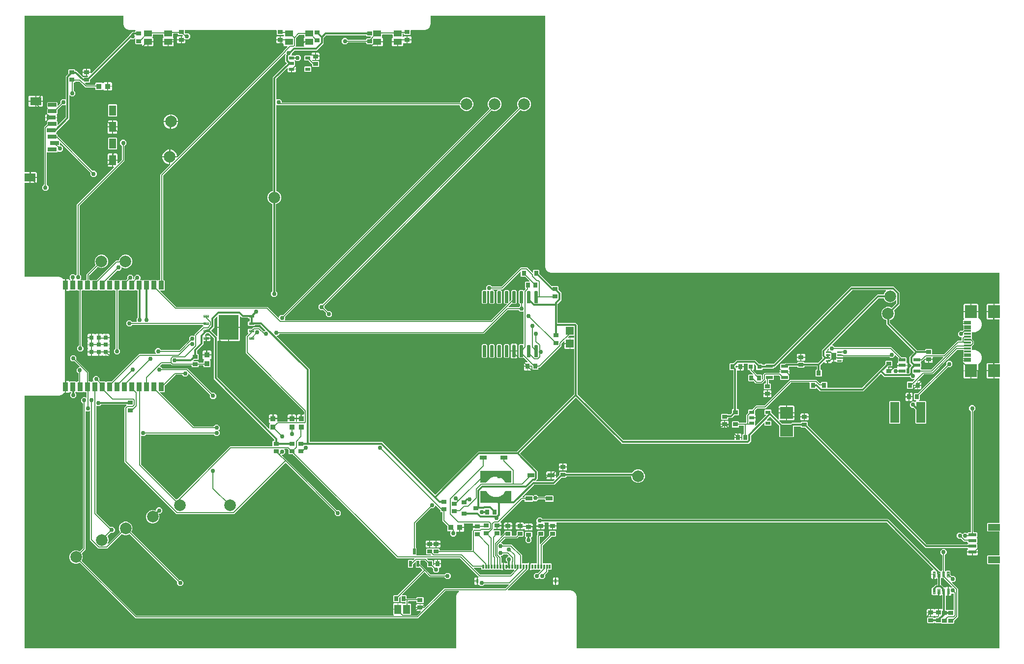
<source format=gbr>
G04 EAGLE Gerber RS-274X export*
G75*
%MOMM*%
%FSLAX34Y34*%
%LPD*%
%INTop Copper*%
%IPPOS*%
%AMOC8*
5,1,8,0,0,1.08239X$1,22.5*%
G01*
G04 Define Apertures*
%ADD10R,1.400000X1.050000*%
%ADD11R,0.900000X0.700000*%
%ADD12R,1.400000X1.400000*%
%ADD13R,0.700000X0.900000*%
%ADD14R,2.200000X2.000000*%
%ADD15R,0.800000X0.800000*%
%ADD16R,1.200000X0.600000*%
%ADD17R,0.940000X0.970000*%
%ADD18R,0.970000X0.940000*%
%ADD19R,0.900000X0.800000*%
%ADD20R,1.150000X0.800000*%
%ADD21R,0.800000X0.900000*%
%ADD22R,0.900000X0.600000*%
%ADD23R,0.300000X0.800000*%
%ADD24R,0.400000X0.800000*%
%ADD25R,1.150000X0.300000*%
%ADD26R,2.000000X2.180000*%
%ADD27R,2.000000X1.200000*%
%ADD28R,1.350000X0.600000*%
%ADD29R,1.200000X1.800000*%
%ADD30R,1.900000X1.400000*%
%ADD31R,1.500000X0.700000*%
%ADD32R,0.127000X0.127000*%
%ADD33R,1.200000X0.550000*%
%ADD34R,1.500000X3.600000*%
%ADD35R,0.500000X1.050000*%
%ADD36C,0.125000*%
%ADD37R,1.168400X1.600200*%
%ADD38C,2.000000*%
%ADD39C,0.110000*%
%ADD40R,3.400000X4.300000*%
%ADD41R,0.900000X1.500000*%
%ADD42C,0.147500*%
%ADD43C,0.067500*%
%ADD44R,0.900000X1.300000*%
%ADD45C,0.152400*%
%ADD46C,0.756400*%
%ADD47C,0.300000*%
G36*
X1691875Y12720D02*
X1691578Y12660D01*
X964422Y12660D01*
X964147Y12711D01*
X963892Y12875D01*
X963720Y13125D01*
X963660Y13422D01*
X963660Y102518D01*
X961733Y107171D01*
X958171Y110733D01*
X953518Y112660D01*
X846205Y112660D01*
X845941Y112707D01*
X845683Y112866D01*
X845508Y113114D01*
X845443Y113410D01*
X845498Y113708D01*
X845666Y113961D01*
X878718Y147013D01*
X878948Y147171D01*
X879244Y147236D01*
X879542Y147180D01*
X879795Y147013D01*
X880048Y146760D01*
X881838Y146760D01*
X881838Y159840D01*
X880048Y159840D01*
X879255Y159047D01*
X879014Y158884D01*
X878716Y158824D01*
X875353Y158824D01*
X875112Y158771D01*
X874828Y158824D01*
X870204Y158824D01*
X869929Y158875D01*
X869674Y159039D01*
X869502Y159289D01*
X869442Y159586D01*
X869442Y173159D01*
X851339Y191262D01*
X837637Y191262D01*
X837351Y191318D01*
X837099Y191485D01*
X835064Y193520D01*
X834101Y193520D01*
X833837Y193567D01*
X833579Y193726D01*
X833404Y193974D01*
X833339Y194270D01*
X833394Y194568D01*
X833562Y194821D01*
X840448Y201707D01*
X840689Y201870D01*
X840987Y201930D01*
X861245Y201930D01*
X864168Y204853D01*
X864409Y205016D01*
X864707Y205076D01*
X871255Y205076D01*
X872148Y205969D01*
X872148Y214231D01*
X871255Y215124D01*
X860993Y215124D01*
X860100Y214231D01*
X860100Y207567D01*
X860044Y207281D01*
X859877Y207028D01*
X859574Y206725D01*
X859333Y206562D01*
X859035Y206502D01*
X852386Y206502D01*
X852111Y206553D01*
X851856Y206717D01*
X851684Y206967D01*
X851624Y207264D01*
X851624Y214231D01*
X850731Y215124D01*
X840469Y215124D01*
X839576Y214231D01*
X839576Y212189D01*
X839520Y211903D01*
X839353Y211650D01*
X834125Y206422D01*
X833905Y206269D01*
X833610Y206199D01*
X833311Y206250D01*
X833056Y206413D01*
X832884Y206663D01*
X832824Y206961D01*
X832824Y215031D01*
X831931Y215924D01*
X821436Y215924D01*
X821161Y215975D01*
X820906Y216139D01*
X820734Y216389D01*
X820674Y216686D01*
X820674Y217098D01*
X820725Y217373D01*
X820889Y217628D01*
X821139Y217800D01*
X821436Y217860D01*
X826038Y217860D01*
X826038Y224662D01*
X833840Y224662D01*
X833840Y228452D01*
X832386Y229906D01*
X832228Y230136D01*
X832163Y230432D01*
X832219Y230731D01*
X832386Y230983D01*
X869404Y268001D01*
X869645Y268164D01*
X869943Y268224D01*
X873564Y268224D01*
X873839Y268173D01*
X874094Y268009D01*
X874266Y267759D01*
X874326Y267462D01*
X874326Y265969D01*
X875219Y265076D01*
X887981Y265076D01*
X888874Y265969D01*
X888874Y266119D01*
X888921Y266382D01*
X889080Y266640D01*
X889328Y266815D01*
X889624Y266880D01*
X889922Y266825D01*
X890175Y266657D01*
X890866Y265966D01*
X895262Y265966D01*
X898059Y268763D01*
X898300Y268926D01*
X898597Y268986D01*
X908564Y268986D01*
X908839Y268935D01*
X909094Y268771D01*
X909266Y268521D01*
X909326Y268224D01*
X909326Y265969D01*
X910219Y265076D01*
X922981Y265076D01*
X923874Y265969D01*
X923874Y275231D01*
X922981Y276124D01*
X910219Y276124D01*
X909326Y275231D01*
X909326Y274320D01*
X909275Y274045D01*
X909111Y273790D01*
X908861Y273618D01*
X908564Y273558D01*
X898597Y273558D01*
X898311Y273614D01*
X898059Y273781D01*
X895262Y276578D01*
X890866Y276578D01*
X889736Y275447D01*
X889505Y275289D01*
X889209Y275224D01*
X888911Y275280D01*
X888658Y275447D01*
X887981Y276124D01*
X875219Y276124D01*
X874326Y275231D01*
X874326Y273558D01*
X874275Y273283D01*
X874111Y273028D01*
X873861Y272856D01*
X873564Y272796D01*
X870986Y272796D01*
X870723Y272843D01*
X870465Y273002D01*
X870289Y273250D01*
X870224Y273546D01*
X870280Y273844D01*
X870447Y274097D01*
X890283Y293933D01*
X890525Y294096D01*
X890822Y294156D01*
X925559Y294156D01*
X937855Y306453D01*
X938097Y306616D01*
X938394Y306676D01*
X945231Y306676D01*
X946124Y307569D01*
X946124Y307872D01*
X946175Y308147D01*
X946339Y308402D01*
X946589Y308574D01*
X946886Y308634D01*
X1057314Y308634D01*
X1057589Y308583D01*
X1057844Y308419D01*
X1058016Y308169D01*
X1058076Y307872D01*
X1058076Y306708D01*
X1059830Y302472D01*
X1063072Y299230D01*
X1067308Y297476D01*
X1071892Y297476D01*
X1076128Y299230D01*
X1079370Y302472D01*
X1081124Y306708D01*
X1081124Y311292D01*
X1079370Y315528D01*
X1076128Y318770D01*
X1071892Y320524D01*
X1067308Y320524D01*
X1063072Y318770D01*
X1059830Y315528D01*
X1059675Y315152D01*
X1059518Y314914D01*
X1059268Y314742D01*
X1058971Y314682D01*
X946886Y314682D01*
X946611Y314733D01*
X946356Y314897D01*
X946184Y315147D01*
X946124Y315444D01*
X946124Y315831D01*
X945231Y316724D01*
X934969Y316724D01*
X934076Y315831D01*
X934076Y311542D01*
X934020Y311256D01*
X933853Y311003D01*
X929391Y306541D01*
X929171Y306388D01*
X928876Y306319D01*
X928577Y306369D01*
X928322Y306533D01*
X928150Y306783D01*
X928090Y307080D01*
X928090Y309838D01*
X920562Y309838D01*
X920562Y304060D01*
X925070Y304060D01*
X925333Y304013D01*
X925591Y303854D01*
X925767Y303606D01*
X925832Y303310D01*
X925776Y303012D01*
X925609Y302759D01*
X923277Y300427D01*
X923035Y300264D01*
X922738Y300204D01*
X894584Y300204D01*
X894321Y300251D01*
X894063Y300410D01*
X893887Y300658D01*
X893822Y300954D01*
X893878Y301252D01*
X894045Y301505D01*
X896850Y304309D01*
X896850Y317483D01*
X866637Y347695D01*
X866479Y347926D01*
X866414Y348222D01*
X866470Y348520D01*
X866637Y348773D01*
X961867Y444003D01*
X962098Y444161D01*
X962394Y444226D01*
X962692Y444170D01*
X962945Y444003D01*
X1041925Y365022D01*
X1260077Y365022D01*
X1264134Y369079D01*
X1264134Y378670D01*
X1264190Y378956D01*
X1264357Y379209D01*
X1285975Y400827D01*
X1286195Y400980D01*
X1286490Y401049D01*
X1286789Y400999D01*
X1287044Y400835D01*
X1287216Y400585D01*
X1287276Y400288D01*
X1287276Y396669D01*
X1288169Y395776D01*
X1298431Y395776D01*
X1299324Y396669D01*
X1299324Y403931D01*
X1298431Y404824D01*
X1291812Y404824D01*
X1291549Y404871D01*
X1291291Y405030D01*
X1291115Y405278D01*
X1291050Y405574D01*
X1291106Y405872D01*
X1291273Y406125D01*
X1296385Y411237D01*
X1296616Y411395D01*
X1296912Y411460D01*
X1297210Y411404D01*
X1297463Y411237D01*
X1312553Y396147D01*
X1312716Y395905D01*
X1312776Y395608D01*
X1312776Y377269D01*
X1313669Y376376D01*
X1336931Y376376D01*
X1337824Y377269D01*
X1337824Y393978D01*
X1337875Y394253D01*
X1338039Y394508D01*
X1338289Y394680D01*
X1338586Y394740D01*
X1349314Y394740D01*
X1349589Y394689D01*
X1349844Y394525D01*
X1350016Y394275D01*
X1350076Y393978D01*
X1350076Y393845D01*
X1350969Y392952D01*
X1356580Y392952D01*
X1356866Y392896D01*
X1357119Y392729D01*
X1564657Y185190D01*
X1636554Y185190D01*
X1636829Y185139D01*
X1637084Y184975D01*
X1637256Y184725D01*
X1637280Y184605D01*
X1637428Y184457D01*
X1637586Y184227D01*
X1637651Y183931D01*
X1637595Y183632D01*
X1637428Y183380D01*
X1636300Y182252D01*
X1636300Y178962D01*
X1654880Y178962D01*
X1654880Y182252D01*
X1653753Y183380D01*
X1653595Y183610D01*
X1653529Y183906D01*
X1653585Y184204D01*
X1653753Y184457D01*
X1653864Y184569D01*
X1653864Y191831D01*
X1653034Y192661D01*
X1652876Y192892D01*
X1652811Y193188D01*
X1652867Y193486D01*
X1653034Y193739D01*
X1653864Y194569D01*
X1653864Y201831D01*
X1653034Y202661D01*
X1652876Y202892D01*
X1652811Y203188D01*
X1652867Y203486D01*
X1653034Y203739D01*
X1653864Y204569D01*
X1653864Y211831D01*
X1652971Y212724D01*
X1648206Y212724D01*
X1647931Y212775D01*
X1647676Y212939D01*
X1647504Y213189D01*
X1647444Y213486D01*
X1647444Y420425D01*
X1647500Y420711D01*
X1647667Y420963D01*
X1650464Y423760D01*
X1650464Y428156D01*
X1647356Y431264D01*
X1642960Y431264D01*
X1639852Y428156D01*
X1639852Y423760D01*
X1642649Y420963D01*
X1642812Y420722D01*
X1642872Y420425D01*
X1642872Y213486D01*
X1642821Y213211D01*
X1642657Y212956D01*
X1642407Y212784D01*
X1642110Y212724D01*
X1638209Y212724D01*
X1637316Y211831D01*
X1637316Y211495D01*
X1637269Y211232D01*
X1637110Y210974D01*
X1636862Y210799D01*
X1636566Y210734D01*
X1636268Y210789D01*
X1636015Y210957D01*
X1635164Y211808D01*
X1630768Y211808D01*
X1628933Y209973D01*
X1628702Y209815D01*
X1628406Y209750D01*
X1628108Y209805D01*
X1627855Y209973D01*
X1626020Y211808D01*
X1621624Y211808D01*
X1618516Y208700D01*
X1618516Y204304D01*
X1621624Y201196D01*
X1625579Y201196D01*
X1625865Y201140D01*
X1626118Y200973D01*
X1630495Y196596D01*
X1636554Y196596D01*
X1636829Y196545D01*
X1637084Y196381D01*
X1637256Y196131D01*
X1637316Y195834D01*
X1637316Y194569D01*
X1638146Y193739D01*
X1638304Y193508D01*
X1638369Y193212D01*
X1638313Y192914D01*
X1638146Y192661D01*
X1637277Y191793D01*
X1637265Y191725D01*
X1637101Y191470D01*
X1636851Y191298D01*
X1636554Y191238D01*
X1567478Y191238D01*
X1567192Y191294D01*
X1566939Y191461D01*
X1362347Y396053D01*
X1362184Y396295D01*
X1362124Y396592D01*
X1362124Y402107D01*
X1361231Y403000D01*
X1350969Y403000D01*
X1350076Y402107D01*
X1350076Y401550D01*
X1350025Y401275D01*
X1349861Y401020D01*
X1349611Y400848D01*
X1349314Y400788D01*
X1334533Y400788D01*
X1333393Y399647D01*
X1333151Y399484D01*
X1332854Y399424D01*
X1318144Y399424D01*
X1317858Y399480D01*
X1317605Y399647D01*
X1313193Y404059D01*
X1313040Y404279D01*
X1312971Y404574D01*
X1313021Y404873D01*
X1313185Y405128D01*
X1313435Y405300D01*
X1313732Y405360D01*
X1324538Y405360D01*
X1324538Y417138D01*
X1311760Y417138D01*
X1311760Y407332D01*
X1311713Y407069D01*
X1311554Y406811D01*
X1311306Y406635D01*
X1311010Y406570D01*
X1310712Y406626D01*
X1310459Y406793D01*
X1299547Y417705D01*
X1299384Y417947D01*
X1299324Y418244D01*
X1299324Y422931D01*
X1298431Y423824D01*
X1288169Y423824D01*
X1287276Y422931D01*
X1287276Y415669D01*
X1288169Y414776D01*
X1289532Y414776D01*
X1289795Y414729D01*
X1290053Y414570D01*
X1290229Y414322D01*
X1290294Y414026D01*
X1290238Y413728D01*
X1290071Y413475D01*
X1272625Y396029D01*
X1272405Y395876D01*
X1272110Y395807D01*
X1271811Y395857D01*
X1271556Y396021D01*
X1271384Y396271D01*
X1271324Y396568D01*
X1271324Y403995D01*
X1271305Y404023D01*
X1271239Y404319D01*
X1271295Y404618D01*
X1271463Y404870D01*
X1272340Y405748D01*
X1272340Y409038D01*
X1264538Y409038D01*
X1264538Y410562D01*
X1272340Y410562D01*
X1272340Y413852D01*
X1271463Y414730D01*
X1271305Y414960D01*
X1271239Y415256D01*
X1271295Y415554D01*
X1271324Y415598D01*
X1271324Y421955D01*
X1271380Y422241D01*
X1271547Y422494D01*
X1274788Y425735D01*
X1275029Y425898D01*
X1275327Y425958D01*
X1288727Y425958D01*
X1332700Y469931D01*
X1332941Y470094D01*
X1333239Y470154D01*
X1364614Y470154D01*
X1364889Y470103D01*
X1365144Y469939D01*
X1365316Y469689D01*
X1365376Y469392D01*
X1365376Y460469D01*
X1366269Y459576D01*
X1375531Y459576D01*
X1376559Y460603D01*
X1376789Y460761D01*
X1377085Y460826D01*
X1377383Y460771D01*
X1377636Y460603D01*
X1383301Y454938D01*
X1457435Y454938D01*
X1487647Y485151D01*
X1487878Y485309D01*
X1488174Y485374D01*
X1488472Y485318D01*
X1488725Y485151D01*
X1493791Y480084D01*
X1536982Y480084D01*
X1537257Y480033D01*
X1537512Y479869D01*
X1537684Y479619D01*
X1537728Y479403D01*
X1540852Y476278D01*
X1544863Y476278D01*
X1545127Y476231D01*
X1545385Y476072D01*
X1545560Y475824D01*
X1545625Y475528D01*
X1545570Y475230D01*
X1545402Y474977D01*
X1542472Y472047D01*
X1542231Y471884D01*
X1541933Y471824D01*
X1533869Y471824D01*
X1532976Y470931D01*
X1532976Y460669D01*
X1533869Y459776D01*
X1542131Y459776D01*
X1543024Y460669D01*
X1543024Y465817D01*
X1543080Y466103D01*
X1543247Y466356D01*
X1543659Y466768D01*
X1543879Y466921D01*
X1544174Y466991D01*
X1544473Y466940D01*
X1544728Y466777D01*
X1544875Y466562D01*
X1550238Y466562D01*
X1550238Y473221D01*
X1550925Y473221D01*
X1550874Y473294D01*
X1550809Y473590D01*
X1550864Y473888D01*
X1551032Y474141D01*
X1561300Y484409D01*
X1561541Y484572D01*
X1561839Y484632D01*
X1577525Y484632D01*
X1619212Y526319D01*
X1619453Y526482D01*
X1619751Y526542D01*
X1629254Y526542D01*
X1629529Y526491D01*
X1629784Y526327D01*
X1629956Y526077D01*
X1630016Y525780D01*
X1630016Y521853D01*
X1630069Y521612D01*
X1630016Y521328D01*
X1630016Y514984D01*
X1629960Y514698D01*
X1629793Y514445D01*
X1629000Y513652D01*
X1629000Y511862D01*
X1638052Y511862D01*
X1638052Y510338D01*
X1629000Y510338D01*
X1629000Y508862D01*
X1638052Y508862D01*
X1638052Y507338D01*
X1629000Y507338D01*
X1629000Y505548D01*
X1630540Y504008D01*
X1630790Y503854D01*
X1630965Y503606D01*
X1631030Y503310D01*
X1630975Y503012D01*
X1630807Y502759D01*
X1630500Y502452D01*
X1630500Y491262D01*
X1655580Y491262D01*
X1655580Y500960D01*
X1655636Y501246D01*
X1655803Y501499D01*
X1659408Y505104D01*
X1661450Y510033D01*
X1661450Y515367D01*
X1659408Y520296D01*
X1655636Y524068D01*
X1650707Y526110D01*
X1645326Y526110D01*
X1645051Y526161D01*
X1644796Y526325D01*
X1644624Y526575D01*
X1644564Y526872D01*
X1644564Y531347D01*
X1644511Y531588D01*
X1644564Y531872D01*
X1644564Y532305D01*
X1644620Y532591D01*
X1644787Y532844D01*
X1648206Y536263D01*
X1648206Y541967D01*
X1644787Y545386D01*
X1644624Y545627D01*
X1644564Y545925D01*
X1644564Y546347D01*
X1644511Y546588D01*
X1644564Y546872D01*
X1644564Y551347D01*
X1644511Y551588D01*
X1644564Y551872D01*
X1644564Y556328D01*
X1644615Y556603D01*
X1644779Y556858D01*
X1645029Y557030D01*
X1645326Y557090D01*
X1650707Y557090D01*
X1655636Y559132D01*
X1659408Y562904D01*
X1661450Y567833D01*
X1661450Y573167D01*
X1659408Y578096D01*
X1655803Y581701D01*
X1655640Y581943D01*
X1655580Y582240D01*
X1655580Y591938D01*
X1630500Y591938D01*
X1630500Y580748D01*
X1630807Y580441D01*
X1630960Y580221D01*
X1631030Y579926D01*
X1630979Y579627D01*
X1630816Y579372D01*
X1630566Y579200D01*
X1630544Y579196D01*
X1629000Y577652D01*
X1629000Y575862D01*
X1638052Y575862D01*
X1638052Y574338D01*
X1629000Y574338D01*
X1629000Y572862D01*
X1638052Y572862D01*
X1638052Y571338D01*
X1629000Y571338D01*
X1629000Y569548D01*
X1629793Y568755D01*
X1629956Y568514D01*
X1630016Y568216D01*
X1630016Y561853D01*
X1630069Y561612D01*
X1630013Y561314D01*
X1629985Y561271D01*
X1629960Y561145D01*
X1629793Y560892D01*
X1628404Y559503D01*
X1628163Y559340D01*
X1627865Y559280D01*
X1623910Y559280D01*
X1620802Y556172D01*
X1620802Y551776D01*
X1623910Y548668D01*
X1626108Y548668D01*
X1626383Y548617D01*
X1626638Y548453D01*
X1626810Y548203D01*
X1626870Y547906D01*
X1626870Y543306D01*
X1626819Y543031D01*
X1626655Y542776D01*
X1626405Y542604D01*
X1626108Y542544D01*
X1619827Y542544D01*
X1596428Y519145D01*
X1596187Y518982D01*
X1595889Y518922D01*
X1576886Y518922D01*
X1576611Y518973D01*
X1576356Y519137D01*
X1576184Y519387D01*
X1576124Y519684D01*
X1576124Y527231D01*
X1575231Y528124D01*
X1564969Y528124D01*
X1564076Y527231D01*
X1564076Y526518D01*
X1564025Y526243D01*
X1563861Y525988D01*
X1563611Y525816D01*
X1563314Y525756D01*
X1550714Y525756D01*
X1550428Y525812D01*
X1550175Y525979D01*
X1503625Y572529D01*
X1503462Y572771D01*
X1503402Y573068D01*
X1503402Y577385D01*
X1503455Y577665D01*
X1503621Y577920D01*
X1503872Y578089D01*
X1506628Y579230D01*
X1509870Y582472D01*
X1511624Y586708D01*
X1511624Y591292D01*
X1510441Y594148D01*
X1510383Y594427D01*
X1510439Y594725D01*
X1510607Y594978D01*
X1520166Y604537D01*
X1520166Y625331D01*
X1510013Y635484D01*
X1435879Y635484D01*
X1303193Y502797D01*
X1302951Y502634D01*
X1302654Y502574D01*
X1289168Y502574D01*
X1288275Y501681D01*
X1288275Y501372D01*
X1288224Y501097D01*
X1288060Y500842D01*
X1287810Y500670D01*
X1287513Y500610D01*
X1284986Y500610D01*
X1284711Y500661D01*
X1284456Y500825D01*
X1284284Y501075D01*
X1284224Y501372D01*
X1284224Y502131D01*
X1283331Y503024D01*
X1277790Y503024D01*
X1277504Y503080D01*
X1277251Y503247D01*
X1271507Y508992D01*
X1239283Y508992D01*
X1234463Y504171D01*
X1234221Y504008D01*
X1233924Y503948D01*
X1228369Y503948D01*
X1227476Y503055D01*
X1227476Y492793D01*
X1228369Y491900D01*
X1232940Y491900D01*
X1233215Y491849D01*
X1233470Y491685D01*
X1233642Y491435D01*
X1233702Y491138D01*
X1233702Y425486D01*
X1233651Y425211D01*
X1233487Y424956D01*
X1233237Y424784D01*
X1232940Y424724D01*
X1231969Y424724D01*
X1231076Y423831D01*
X1231076Y418042D01*
X1231020Y417756D01*
X1230853Y417503D01*
X1228839Y415489D01*
X1228597Y415326D01*
X1228300Y415266D01*
X1225405Y415266D01*
X1225119Y415322D01*
X1224866Y415489D01*
X1223831Y416524D01*
X1213569Y416524D01*
X1212676Y415631D01*
X1212676Y407369D01*
X1213569Y406476D01*
X1223831Y406476D01*
X1224724Y407369D01*
X1224724Y408456D01*
X1224775Y408731D01*
X1224939Y408986D01*
X1225189Y409158D01*
X1225486Y409218D01*
X1231121Y409218D01*
X1235355Y413453D01*
X1235597Y413616D01*
X1235894Y413676D01*
X1242231Y413676D01*
X1243124Y414569D01*
X1243124Y423831D01*
X1242231Y424724D01*
X1240512Y424724D01*
X1240237Y424775D01*
X1239982Y424939D01*
X1239810Y425189D01*
X1239750Y425486D01*
X1239750Y490242D01*
X1239797Y490506D01*
X1239956Y490764D01*
X1240204Y490939D01*
X1240500Y491004D01*
X1240798Y490949D01*
X1240895Y490884D01*
X1244738Y490884D01*
X1244738Y497162D01*
X1239460Y497162D01*
X1239460Y496396D01*
X1239413Y496133D01*
X1239254Y495875D01*
X1239006Y495699D01*
X1238710Y495634D01*
X1238412Y495690D01*
X1238159Y495857D01*
X1237747Y496269D01*
X1237584Y496511D01*
X1237524Y496808D01*
X1237524Y498364D01*
X1237580Y498650D01*
X1237747Y498903D01*
X1238159Y499315D01*
X1238379Y499468D01*
X1238674Y499537D01*
X1238973Y499487D01*
X1239228Y499323D01*
X1239400Y499073D01*
X1239460Y498776D01*
X1239460Y498686D01*
X1251540Y498686D01*
X1251540Y502182D01*
X1251591Y502457D01*
X1251755Y502712D01*
X1252005Y502884D01*
X1252302Y502944D01*
X1257414Y502944D01*
X1257689Y502893D01*
X1257944Y502729D01*
X1258116Y502479D01*
X1258176Y502182D01*
X1258176Y492869D01*
X1259069Y491976D01*
X1261110Y491976D01*
X1261385Y491925D01*
X1261640Y491761D01*
X1261812Y491511D01*
X1261872Y491214D01*
X1261872Y490543D01*
X1267166Y485249D01*
X1267319Y485029D01*
X1267389Y484734D01*
X1267338Y484435D01*
X1267175Y484180D01*
X1266925Y484008D01*
X1266627Y483948D01*
X1260569Y483948D01*
X1259676Y483055D01*
X1259676Y472793D01*
X1260569Y471900D01*
X1268769Y471900D01*
X1269055Y471844D01*
X1269308Y471677D01*
X1272355Y468630D01*
X1283393Y468630D01*
X1288765Y474002D01*
X1288985Y474155D01*
X1289280Y474225D01*
X1289579Y474174D01*
X1289834Y474011D01*
X1290006Y473761D01*
X1290066Y473463D01*
X1290066Y469686D01*
X1290015Y469411D01*
X1289851Y469156D01*
X1289601Y468984D01*
X1289304Y468924D01*
X1287169Y468924D01*
X1286276Y468031D01*
X1286276Y459769D01*
X1287169Y458876D01*
X1297431Y458876D01*
X1298324Y459769D01*
X1298324Y468031D01*
X1297431Y468924D01*
X1295400Y468924D01*
X1295125Y468975D01*
X1294870Y469139D01*
X1294698Y469389D01*
X1294638Y469686D01*
X1294638Y474264D01*
X1294689Y474539D01*
X1294853Y474794D01*
X1295103Y474966D01*
X1295400Y475026D01*
X1302430Y475026D01*
X1303323Y475919D01*
X1303323Y481584D01*
X1303374Y481859D01*
X1303538Y482114D01*
X1303788Y482286D01*
X1304085Y482346D01*
X1312425Y482346D01*
X1312711Y482290D01*
X1312964Y482123D01*
X1314054Y481033D01*
X1314217Y480792D01*
X1314277Y480494D01*
X1314277Y475919D01*
X1315170Y475026D01*
X1328432Y475026D01*
X1329325Y475919D01*
X1329325Y482681D01*
X1329214Y482793D01*
X1329056Y483023D01*
X1328990Y483319D01*
X1329046Y483618D01*
X1329214Y483870D01*
X1330341Y484998D01*
X1330341Y488038D01*
X1313261Y488038D01*
X1313261Y487680D01*
X1313210Y487405D01*
X1313046Y487150D01*
X1312796Y486978D01*
X1312499Y486918D01*
X1287595Y486918D01*
X1284732Y484055D01*
X1284732Y476751D01*
X1284676Y476465D01*
X1284509Y476212D01*
X1284025Y475728D01*
X1283805Y475575D01*
X1283510Y475505D01*
X1283211Y475556D01*
X1282956Y475719D01*
X1282784Y475969D01*
X1282724Y476267D01*
X1282724Y483055D01*
X1281831Y483948D01*
X1275249Y483948D01*
X1274963Y484004D01*
X1274710Y484171D01*
X1268157Y490724D01*
X1267999Y490954D01*
X1267934Y491251D01*
X1267989Y491549D01*
X1268157Y491802D01*
X1269224Y492869D01*
X1269224Y500882D01*
X1269271Y501145D01*
X1269430Y501403D01*
X1269678Y501579D01*
X1269974Y501644D01*
X1270272Y501588D01*
X1270525Y501421D01*
X1272953Y498993D01*
X1273116Y498751D01*
X1273176Y498454D01*
X1273176Y492869D01*
X1274069Y491976D01*
X1283331Y491976D01*
X1284224Y492869D01*
X1284224Y493800D01*
X1284275Y494075D01*
X1284439Y494330D01*
X1284689Y494502D01*
X1284986Y494562D01*
X1288316Y494562D01*
X1288602Y494506D01*
X1288855Y494339D01*
X1289168Y494026D01*
X1302430Y494026D01*
X1303323Y494919D01*
X1303323Y495324D01*
X1303374Y495599D01*
X1303538Y495854D01*
X1303788Y496026D01*
X1304085Y496086D01*
X1305035Y496086D01*
X1438161Y629213D01*
X1438403Y629376D01*
X1438700Y629436D01*
X1495999Y629436D01*
X1496262Y629389D01*
X1496520Y629230D01*
X1496696Y628982D01*
X1496761Y628686D01*
X1496705Y628388D01*
X1496538Y628135D01*
X1493930Y625528D01*
X1492568Y622238D01*
X1492411Y622000D01*
X1492161Y621828D01*
X1491864Y621768D01*
X1481599Y621768D01*
X1386102Y526271D01*
X1386102Y514621D01*
X1387359Y513365D01*
X1387517Y513134D01*
X1387582Y512838D01*
X1387526Y512540D01*
X1387359Y512287D01*
X1379715Y504643D01*
X1379473Y504480D01*
X1379176Y504420D01*
X1356886Y504420D01*
X1356611Y504471D01*
X1356356Y504635D01*
X1356184Y504885D01*
X1356162Y504993D01*
X1355231Y505924D01*
X1344969Y505924D01*
X1344076Y505031D01*
X1344076Y504420D01*
X1344025Y504145D01*
X1343861Y503890D01*
X1343611Y503718D01*
X1343314Y503658D01*
X1323103Y503658D01*
X1322243Y502797D01*
X1322001Y502634D01*
X1321704Y502574D01*
X1315170Y502574D01*
X1314277Y501681D01*
X1314277Y494919D01*
X1314389Y494807D01*
X1314547Y494577D01*
X1314612Y494281D01*
X1314556Y493982D01*
X1314389Y493730D01*
X1313261Y492602D01*
X1313261Y489562D01*
X1330341Y489562D01*
X1330341Y492602D01*
X1329214Y493730D01*
X1329056Y493960D01*
X1328990Y494256D01*
X1329046Y494554D01*
X1329214Y494807D01*
X1329325Y494919D01*
X1329325Y496848D01*
X1329376Y497123D01*
X1329540Y497378D01*
X1329790Y497550D01*
X1330087Y497610D01*
X1343314Y497610D01*
X1343589Y497559D01*
X1343844Y497395D01*
X1344016Y497145D01*
X1344076Y496848D01*
X1344076Y496769D01*
X1344969Y495876D01*
X1355231Y495876D01*
X1356124Y496769D01*
X1356124Y497610D01*
X1356175Y497885D01*
X1356339Y498140D01*
X1356589Y498312D01*
X1356886Y498372D01*
X1376958Y498372D01*
X1377233Y498321D01*
X1377488Y498157D01*
X1377660Y497907D01*
X1377720Y497610D01*
X1377720Y493386D01*
X1377669Y493111D01*
X1377505Y492856D01*
X1377255Y492684D01*
X1376958Y492624D01*
X1375769Y492624D01*
X1374876Y491731D01*
X1374876Y481469D01*
X1375769Y480576D01*
X1385031Y480576D01*
X1385924Y481469D01*
X1385924Y491731D01*
X1385031Y492624D01*
X1384530Y492624D01*
X1384255Y492675D01*
X1384000Y492839D01*
X1383828Y493089D01*
X1383768Y493386D01*
X1383768Y499828D01*
X1383824Y500114D01*
X1383991Y500367D01*
X1389176Y505552D01*
X1389407Y505710D01*
X1389703Y505775D01*
X1390001Y505719D01*
X1390254Y505552D01*
X1391896Y503910D01*
X1395788Y503910D01*
X1395788Y508562D01*
X1397312Y508562D01*
X1397312Y503910D01*
X1401204Y503910D01*
X1402912Y505618D01*
X1402941Y505773D01*
X1403105Y506028D01*
X1403355Y506200D01*
X1403652Y506260D01*
X1405638Y506260D01*
X1405638Y516062D01*
X1407162Y516062D01*
X1407162Y506260D01*
X1410367Y506260D01*
X1410653Y506204D01*
X1410906Y506037D01*
X1412016Y504926D01*
X1420484Y504926D01*
X1421574Y506016D01*
X1421574Y509264D01*
X1421630Y509550D01*
X1421797Y509803D01*
X1422590Y510596D01*
X1422590Y512038D01*
X1415488Y512038D01*
X1415488Y513562D01*
X1422590Y513562D01*
X1422590Y513588D01*
X1422641Y513863D01*
X1422805Y514118D01*
X1423055Y514290D01*
X1423352Y514350D01*
X1502465Y514350D01*
X1502751Y514294D01*
X1503003Y514127D01*
X1504276Y512854D01*
X1508672Y512854D01*
X1511780Y515962D01*
X1511780Y516925D01*
X1511827Y517189D01*
X1511986Y517447D01*
X1512234Y517622D01*
X1512530Y517687D01*
X1512828Y517632D01*
X1513081Y517464D01*
X1516953Y513592D01*
X1517116Y513351D01*
X1517176Y513053D01*
X1517176Y505605D01*
X1517196Y505577D01*
X1517261Y505281D01*
X1517205Y504982D01*
X1517038Y504730D01*
X1516160Y503852D01*
X1516160Y500562D01*
X1533240Y500562D01*
X1533240Y503852D01*
X1532363Y504730D01*
X1532205Y504960D01*
X1532139Y505256D01*
X1532195Y505554D01*
X1532224Y505598D01*
X1532224Y512931D01*
X1531331Y513824D01*
X1523503Y513824D01*
X1523217Y513880D01*
X1522964Y514047D01*
X1505897Y531114D01*
X1409137Y531114D01*
X1408851Y531170D01*
X1408599Y531337D01*
X1405802Y534134D01*
X1404358Y534134D01*
X1404095Y534181D01*
X1403837Y534340D01*
X1403661Y534588D01*
X1403596Y534884D01*
X1403652Y535182D01*
X1403819Y535435D01*
X1483881Y615497D01*
X1484123Y615660D01*
X1484420Y615720D01*
X1492076Y615720D01*
X1492356Y615667D01*
X1492610Y615501D01*
X1492780Y615250D01*
X1493930Y612472D01*
X1497172Y609230D01*
X1501408Y607476D01*
X1505992Y607476D01*
X1510228Y609230D01*
X1512817Y611820D01*
X1513037Y611973D01*
X1513332Y612043D01*
X1513631Y611992D01*
X1513886Y611828D01*
X1514058Y611578D01*
X1514118Y611281D01*
X1514118Y607358D01*
X1514062Y607072D01*
X1513895Y606819D01*
X1506434Y599359D01*
X1506198Y599198D01*
X1505902Y599136D01*
X1505604Y599194D01*
X1502392Y600524D01*
X1497808Y600524D01*
X1493572Y598770D01*
X1490330Y595528D01*
X1488576Y591292D01*
X1488576Y586708D01*
X1490330Y582472D01*
X1493572Y579230D01*
X1496884Y577859D01*
X1497122Y577702D01*
X1497294Y577452D01*
X1497354Y577155D01*
X1497354Y570247D01*
X1544331Y523271D01*
X1544489Y523040D01*
X1544554Y522744D01*
X1544498Y522446D01*
X1544331Y522193D01*
X1536978Y514841D01*
X1536978Y503953D01*
X1540521Y500411D01*
X1540679Y500180D01*
X1540744Y499884D01*
X1540688Y499586D01*
X1540521Y499333D01*
X1536978Y495791D01*
X1536978Y487724D01*
X1536922Y487438D01*
X1536755Y487185D01*
X1535925Y486355D01*
X1535683Y486192D01*
X1535386Y486132D01*
X1532986Y486132D01*
X1532711Y486183D01*
X1532456Y486347D01*
X1532284Y486597D01*
X1532224Y486894D01*
X1532224Y493995D01*
X1532205Y494023D01*
X1532139Y494319D01*
X1532195Y494618D01*
X1532363Y494870D01*
X1533240Y495748D01*
X1533240Y499038D01*
X1516160Y499038D01*
X1516160Y496034D01*
X1516109Y495759D01*
X1515945Y495504D01*
X1515695Y495332D01*
X1515398Y495272D01*
X1511134Y495272D01*
X1509541Y493679D01*
X1509321Y493526D01*
X1509026Y493456D01*
X1508727Y493507D01*
X1508472Y493670D01*
X1508300Y493920D01*
X1508240Y494217D01*
X1508240Y494652D01*
X1506752Y496140D01*
X1501962Y496140D01*
X1501962Y489338D01*
X1500438Y489338D01*
X1500438Y496147D01*
X1500213Y496187D01*
X1499955Y496346D01*
X1499779Y496594D01*
X1499714Y496890D01*
X1499770Y497188D01*
X1499937Y497441D01*
X1500349Y497853D01*
X1500591Y498016D01*
X1500888Y498076D01*
X1506331Y498076D01*
X1507224Y498969D01*
X1507224Y507231D01*
X1506331Y508124D01*
X1496069Y508124D01*
X1495176Y507231D01*
X1495176Y501548D01*
X1495120Y501262D01*
X1494953Y501009D01*
X1455153Y461209D01*
X1454911Y461046D01*
X1454614Y460986D01*
X1396186Y460986D01*
X1395911Y461037D01*
X1395656Y461201D01*
X1395484Y461451D01*
X1395424Y461748D01*
X1395424Y470731D01*
X1394531Y471624D01*
X1385269Y471624D01*
X1384376Y470731D01*
X1384376Y469392D01*
X1384325Y469117D01*
X1384161Y468862D01*
X1383911Y468690D01*
X1383614Y468630D01*
X1383531Y468630D01*
X1383245Y468686D01*
X1382992Y468853D01*
X1377119Y474726D01*
X1331029Y474726D01*
X1287056Y430753D01*
X1286815Y430590D01*
X1286517Y430530D01*
X1273117Y430530D01*
X1266634Y424047D01*
X1266393Y423884D01*
X1266095Y423824D01*
X1260169Y423824D01*
X1259276Y422931D01*
X1259276Y418529D01*
X1259220Y418243D01*
X1259053Y417990D01*
X1255776Y414713D01*
X1255776Y401574D01*
X1255725Y401299D01*
X1255561Y401044D01*
X1255311Y400872D01*
X1255014Y400812D01*
X1243886Y400812D01*
X1243611Y400863D01*
X1243356Y401027D01*
X1243184Y401277D01*
X1243124Y401574D01*
X1243124Y402831D01*
X1242231Y403724D01*
X1231969Y403724D01*
X1231076Y402831D01*
X1231076Y393569D01*
X1231969Y392676D01*
X1242231Y392676D01*
X1243124Y393569D01*
X1243124Y395478D01*
X1243175Y395753D01*
X1243339Y396008D01*
X1243589Y396180D01*
X1243886Y396240D01*
X1251204Y396240D01*
X1251479Y396189D01*
X1251734Y396025D01*
X1251906Y395775D01*
X1251966Y395478D01*
X1251966Y382586D01*
X1251915Y382311D01*
X1251751Y382056D01*
X1251501Y381884D01*
X1251204Y381824D01*
X1250069Y381824D01*
X1249176Y380931D01*
X1249176Y371832D01*
X1249125Y371557D01*
X1248961Y371302D01*
X1248711Y371130D01*
X1248414Y371070D01*
X1248002Y371070D01*
X1247727Y371121D01*
X1247472Y371285D01*
X1247300Y371535D01*
X1247240Y371832D01*
X1247240Y375038D01*
X1235160Y375038D01*
X1235160Y371832D01*
X1235109Y371557D01*
X1234945Y371302D01*
X1234695Y371130D01*
X1234398Y371070D01*
X1044746Y371070D01*
X1044460Y371126D01*
X1044207Y371293D01*
X965653Y449847D01*
X965490Y450089D01*
X965430Y450386D01*
X965430Y569705D01*
X962135Y573000D01*
X931902Y573000D01*
X931627Y573051D01*
X931372Y573215D01*
X931200Y573465D01*
X931140Y573762D01*
X931140Y605746D01*
X931196Y606032D01*
X931363Y606285D01*
X937236Y612157D01*
X937236Y625331D01*
X932647Y629919D01*
X932484Y630161D01*
X932424Y630458D01*
X932424Y635631D01*
X931531Y636524D01*
X921024Y636524D01*
X920738Y636580D01*
X920485Y636747D01*
X899847Y657385D01*
X899684Y657627D01*
X899624Y657924D01*
X899624Y663831D01*
X898731Y664724D01*
X889469Y664724D01*
X888576Y663831D01*
X888576Y660309D01*
X888529Y660045D01*
X888370Y659787D01*
X888122Y659612D01*
X887826Y659547D01*
X887528Y659602D01*
X887275Y659770D01*
X878771Y668274D01*
X866971Y668274D01*
X834428Y635731D01*
X834187Y635568D01*
X833889Y635508D01*
X818587Y635508D01*
X818301Y635564D01*
X818049Y635731D01*
X815252Y638528D01*
X810856Y638528D01*
X807748Y635420D01*
X807748Y631024D01*
X808147Y630625D01*
X808300Y630405D01*
X808370Y630110D01*
X808319Y629811D01*
X808156Y629556D01*
X807906Y629384D01*
X807609Y629324D01*
X801901Y629324D01*
X800576Y627999D01*
X800576Y607101D01*
X801901Y605776D01*
X808199Y605776D01*
X809524Y607101D01*
X809524Y627409D01*
X809571Y627672D01*
X809730Y627930D01*
X809978Y628105D01*
X810274Y628170D01*
X810572Y628115D01*
X810825Y627947D01*
X810856Y627916D01*
X812514Y627916D01*
X812789Y627865D01*
X813044Y627701D01*
X813216Y627451D01*
X813276Y627154D01*
X813276Y607101D01*
X814601Y605776D01*
X820899Y605776D01*
X822224Y607101D01*
X822224Y627999D01*
X820899Y629324D01*
X818499Y629324D01*
X818236Y629371D01*
X817978Y629530D01*
X817803Y629778D01*
X817738Y630074D01*
X817793Y630372D01*
X817961Y630625D01*
X818049Y630713D01*
X818290Y630876D01*
X818587Y630936D01*
X836099Y630936D01*
X866275Y661112D01*
X866495Y661265D01*
X866790Y661335D01*
X867089Y661284D01*
X867344Y661121D01*
X867516Y660871D01*
X867576Y660573D01*
X867576Y653569D01*
X868469Y652676D01*
X874633Y652676D01*
X874919Y652620D01*
X875172Y652453D01*
X882124Y645501D01*
X882277Y645281D01*
X882347Y644986D01*
X882296Y644687D01*
X882133Y644432D01*
X881883Y644260D01*
X881585Y644200D01*
X875769Y644200D01*
X874876Y643307D01*
X874876Y633045D01*
X875630Y632291D01*
X875788Y632060D01*
X875853Y631764D01*
X875798Y631466D01*
X875630Y631213D01*
X873259Y628842D01*
X873029Y628684D01*
X872732Y628619D01*
X872434Y628674D01*
X872181Y628842D01*
X871699Y629324D01*
X865401Y629324D01*
X864076Y627999D01*
X864076Y607101D01*
X865401Y605776D01*
X865632Y605776D01*
X865907Y605725D01*
X866162Y605561D01*
X866334Y605311D01*
X866394Y605014D01*
X866394Y602941D01*
X866338Y602655D01*
X866171Y602403D01*
X863685Y599917D01*
X863444Y599754D01*
X863147Y599694D01*
X847083Y599694D01*
X846819Y599741D01*
X846561Y599900D01*
X846386Y600148D01*
X846321Y600444D01*
X846376Y600742D01*
X846544Y600995D01*
X851474Y605925D01*
X851705Y606083D01*
X852001Y606148D01*
X852299Y606093D01*
X852552Y605925D01*
X852701Y605776D01*
X858999Y605776D01*
X860324Y607101D01*
X860324Y627999D01*
X858999Y629324D01*
X852701Y629324D01*
X851376Y627999D01*
X851376Y612609D01*
X851320Y612323D01*
X851153Y612070D01*
X848925Y609842D01*
X848705Y609689D01*
X848410Y609619D01*
X848111Y609670D01*
X847856Y609833D01*
X847684Y610083D01*
X847624Y610381D01*
X847624Y627999D01*
X846299Y629324D01*
X840001Y629324D01*
X838676Y627999D01*
X838676Y607101D01*
X840001Y605776D01*
X843019Y605776D01*
X843283Y605729D01*
X843541Y605570D01*
X843716Y605322D01*
X843781Y605026D01*
X843726Y604728D01*
X843558Y604475D01*
X816902Y577819D01*
X816661Y577656D01*
X816363Y577596D01*
X461971Y577596D01*
X461708Y577643D01*
X461450Y577802D01*
X461275Y578050D01*
X461210Y578346D01*
X461265Y578644D01*
X461433Y578897D01*
X461744Y579208D01*
X461744Y583163D01*
X461800Y583449D01*
X461967Y583702D01*
X817255Y938990D01*
X817491Y939150D01*
X817788Y939213D01*
X818085Y939155D01*
X820208Y938276D01*
X824792Y938276D01*
X829028Y940030D01*
X832270Y943272D01*
X834024Y947508D01*
X834024Y952092D01*
X832270Y956328D01*
X829028Y959570D01*
X824792Y961324D01*
X820208Y961324D01*
X815972Y959570D01*
X812730Y956328D01*
X810976Y952092D01*
X810976Y947508D01*
X812730Y943272D01*
X813362Y942641D01*
X813520Y942410D01*
X813585Y942114D01*
X813530Y941816D01*
X813362Y941563D01*
X458734Y586935D01*
X458493Y586772D01*
X458195Y586712D01*
X454240Y586712D01*
X451132Y583604D01*
X451132Y582641D01*
X451085Y582377D01*
X450926Y582119D01*
X450678Y581944D01*
X450382Y581879D01*
X450084Y581934D01*
X449831Y582102D01*
X431477Y600456D01*
X274059Y600456D01*
X273773Y600512D01*
X273520Y600679D01*
X246624Y627575D01*
X246471Y627795D01*
X246401Y628090D01*
X246452Y628389D01*
X246615Y628644D01*
X246865Y628816D01*
X247163Y628876D01*
X253631Y628876D01*
X254524Y629769D01*
X254524Y646031D01*
X253631Y646924D01*
X252222Y646924D01*
X251947Y646975D01*
X251692Y647139D01*
X251520Y647389D01*
X251460Y647686D01*
X251460Y826269D01*
X251516Y826555D01*
X251683Y826808D01*
X461261Y1036386D01*
X461481Y1036539D01*
X461776Y1036609D01*
X462075Y1036558D01*
X462330Y1036395D01*
X462502Y1036145D01*
X462562Y1035847D01*
X462562Y1035606D01*
X462506Y1035320D01*
X462339Y1035067D01*
X461796Y1034525D01*
X461796Y1023637D01*
X464577Y1020857D01*
X464735Y1020626D01*
X464800Y1020330D01*
X464744Y1020032D01*
X464577Y1019779D01*
X440460Y995663D01*
X440460Y800889D01*
X440407Y800609D01*
X440241Y800355D01*
X439990Y800185D01*
X436572Y798770D01*
X433330Y795528D01*
X431576Y791292D01*
X431576Y786708D01*
X433330Y782472D01*
X436572Y779230D01*
X439228Y778131D01*
X439466Y777974D01*
X439638Y777724D01*
X439698Y777427D01*
X439698Y628111D01*
X439642Y627825D01*
X439475Y627573D01*
X437416Y625514D01*
X437416Y621118D01*
X440524Y618010D01*
X444920Y618010D01*
X448028Y621118D01*
X448028Y625514D01*
X445969Y627573D01*
X445806Y627814D01*
X445746Y628111D01*
X445746Y777113D01*
X445799Y777394D01*
X445965Y777648D01*
X446216Y777817D01*
X449628Y779230D01*
X452870Y782472D01*
X454624Y786708D01*
X454624Y791292D01*
X452870Y795528D01*
X449628Y798770D01*
X446978Y799867D01*
X446740Y800024D01*
X446568Y800274D01*
X446508Y800571D01*
X446508Y947753D01*
X446555Y948016D01*
X446714Y948274D01*
X446962Y948449D01*
X447258Y948514D01*
X447556Y948459D01*
X447809Y948291D01*
X448144Y947956D01*
X452099Y947956D01*
X452243Y947928D01*
X761893Y947928D01*
X762173Y947875D01*
X762427Y947709D01*
X762597Y947458D01*
X764330Y943272D01*
X767572Y940030D01*
X771808Y938276D01*
X776392Y938276D01*
X780628Y940030D01*
X783870Y943272D01*
X785624Y947508D01*
X785624Y952092D01*
X783870Y956328D01*
X780628Y959570D01*
X776392Y961324D01*
X771808Y961324D01*
X767572Y959570D01*
X764330Y956328D01*
X762940Y952970D01*
X762783Y952732D01*
X762533Y952560D01*
X762236Y952500D01*
X456410Y952500D01*
X456135Y952551D01*
X455880Y952715D01*
X455708Y952965D01*
X455648Y953262D01*
X455648Y955460D01*
X452540Y958568D01*
X448144Y958568D01*
X447809Y958233D01*
X447589Y958080D01*
X447294Y958010D01*
X446995Y958061D01*
X446740Y958224D01*
X446568Y958474D01*
X446508Y958771D01*
X446508Y992842D01*
X446564Y993128D01*
X446731Y993381D01*
X464559Y1011209D01*
X464779Y1011362D01*
X465074Y1011431D01*
X465373Y1011381D01*
X465628Y1011217D01*
X465735Y1011062D01*
X479940Y1011062D01*
X479940Y1014352D01*
X479063Y1015230D01*
X478905Y1015460D01*
X478839Y1015756D01*
X478895Y1016054D01*
X478924Y1016098D01*
X478924Y1023431D01*
X478344Y1024011D01*
X478186Y1024242D01*
X478121Y1024538D01*
X478177Y1024836D01*
X478344Y1025089D01*
X478622Y1025367D01*
X478852Y1025525D01*
X479149Y1025590D01*
X479447Y1025534D01*
X479700Y1025367D01*
X480910Y1024156D01*
X485306Y1024156D01*
X488414Y1027264D01*
X488414Y1031660D01*
X485306Y1034768D01*
X480910Y1034768D01*
X479538Y1033395D01*
X479307Y1033237D01*
X479011Y1033172D01*
X478713Y1033228D01*
X478460Y1033395D01*
X478031Y1033824D01*
X473191Y1033824D01*
X472928Y1033871D01*
X472670Y1034030D01*
X472495Y1034278D01*
X472430Y1034574D01*
X472485Y1034872D01*
X472653Y1035125D01*
X473174Y1035646D01*
X473174Y1037034D01*
X473230Y1037320D01*
X473397Y1037573D01*
X478041Y1042217D01*
X478283Y1042380D01*
X478580Y1042440D01*
X516365Y1042440D01*
X528042Y1054117D01*
X528042Y1063708D01*
X528098Y1063994D01*
X528265Y1064247D01*
X532143Y1068125D01*
X532385Y1068288D01*
X532682Y1068348D01*
X600590Y1068348D01*
X600865Y1068297D01*
X601120Y1068133D01*
X601292Y1067883D01*
X601352Y1067586D01*
X601352Y1067369D01*
X602245Y1066476D01*
X608775Y1066476D01*
X609039Y1066429D01*
X609297Y1066270D01*
X609472Y1066022D01*
X609537Y1065726D01*
X609482Y1065428D01*
X609314Y1065175D01*
X607886Y1063747D01*
X607645Y1063584D01*
X607347Y1063524D01*
X602245Y1063524D01*
X601352Y1062631D01*
X601352Y1061466D01*
X601301Y1061191D01*
X601137Y1060936D01*
X600887Y1060764D01*
X600590Y1060704D01*
X570175Y1060704D01*
X569889Y1060760D01*
X569637Y1060927D01*
X566840Y1063724D01*
X562444Y1063724D01*
X559336Y1060616D01*
X559336Y1056220D01*
X562444Y1053112D01*
X566840Y1053112D01*
X569637Y1055909D01*
X569878Y1056072D01*
X570175Y1056132D01*
X600590Y1056132D01*
X600865Y1056081D01*
X601120Y1055917D01*
X601292Y1055667D01*
X601352Y1055370D01*
X601352Y1054369D01*
X602245Y1053476D01*
X610098Y1053476D01*
X610373Y1053425D01*
X610628Y1053261D01*
X610800Y1053011D01*
X610860Y1052714D01*
X610860Y1050788D01*
X612348Y1049300D01*
X619638Y1049300D01*
X619638Y1057852D01*
X629940Y1057852D01*
X629940Y1063392D01*
X628563Y1064770D01*
X628405Y1065000D01*
X628339Y1065296D01*
X628395Y1065594D01*
X628563Y1065847D01*
X628924Y1066209D01*
X628924Y1069086D01*
X628975Y1069361D01*
X629139Y1069616D01*
X629389Y1069788D01*
X629686Y1069848D01*
X646114Y1069848D01*
X646389Y1069797D01*
X646644Y1069633D01*
X646816Y1069383D01*
X646876Y1069086D01*
X646876Y1066209D01*
X647238Y1065847D01*
X647396Y1065617D01*
X647461Y1065321D01*
X647405Y1065022D01*
X647238Y1064770D01*
X645860Y1063392D01*
X645860Y1057852D01*
X656162Y1057852D01*
X656162Y1049300D01*
X663452Y1049300D01*
X664940Y1050788D01*
X664940Y1054344D01*
X664987Y1054608D01*
X665146Y1054866D01*
X665394Y1055041D01*
X665690Y1055106D01*
X665988Y1055051D01*
X666241Y1054883D01*
X666324Y1054800D01*
X671114Y1054800D01*
X671114Y1066880D01*
X666324Y1066880D01*
X665225Y1065781D01*
X665005Y1065628D01*
X664710Y1065558D01*
X664411Y1065609D01*
X664156Y1065772D01*
X663984Y1066023D01*
X663924Y1066320D01*
X663924Y1070610D01*
X663975Y1070885D01*
X664139Y1071140D01*
X664389Y1071312D01*
X664686Y1071372D01*
X665090Y1071372D01*
X665365Y1071321D01*
X665620Y1071157D01*
X665792Y1070907D01*
X665852Y1070610D01*
X665852Y1069709D01*
X666745Y1068816D01*
X677007Y1068816D01*
X677900Y1069709D01*
X677900Y1076578D01*
X677951Y1076853D01*
X678115Y1077108D01*
X678365Y1077280D01*
X678662Y1077340D01*
X702518Y1077340D01*
X707171Y1079267D01*
X710733Y1082829D01*
X712660Y1087482D01*
X712660Y1101578D01*
X712711Y1101853D01*
X712875Y1102108D01*
X713125Y1102280D01*
X713422Y1102340D01*
X908578Y1102340D01*
X908853Y1102289D01*
X909108Y1102125D01*
X909280Y1101875D01*
X909340Y1101578D01*
X909340Y669482D01*
X911267Y664829D01*
X914829Y661267D01*
X919482Y659340D01*
X1691578Y659340D01*
X1691853Y659289D01*
X1692108Y659125D01*
X1692280Y658875D01*
X1692340Y658578D01*
X1692340Y606902D01*
X1692289Y606627D01*
X1692125Y606372D01*
X1691875Y606200D01*
X1691578Y606140D01*
X1683102Y606140D01*
X1683102Y579260D01*
X1691578Y579260D01*
X1691853Y579209D01*
X1692108Y579045D01*
X1692280Y578795D01*
X1692340Y578498D01*
X1692340Y504702D01*
X1692289Y504427D01*
X1692125Y504172D01*
X1691875Y504000D01*
X1691578Y503940D01*
X1683102Y503940D01*
X1683102Y477060D01*
X1691578Y477060D01*
X1691853Y477009D01*
X1692108Y476845D01*
X1692280Y476595D01*
X1692340Y476298D01*
X1692340Y229486D01*
X1692289Y229211D01*
X1692125Y228956D01*
X1691875Y228784D01*
X1691578Y228724D01*
X1671709Y228724D01*
X1670816Y227831D01*
X1670816Y214569D01*
X1671709Y213676D01*
X1691578Y213676D01*
X1691853Y213625D01*
X1692108Y213461D01*
X1692280Y213211D01*
X1692340Y212914D01*
X1692340Y173486D01*
X1692289Y173211D01*
X1692125Y172956D01*
X1691875Y172784D01*
X1691578Y172724D01*
X1671709Y172724D01*
X1670816Y171831D01*
X1670816Y158569D01*
X1671709Y157676D01*
X1691578Y157676D01*
X1691853Y157625D01*
X1692108Y157461D01*
X1692280Y157211D01*
X1692340Y156914D01*
X1692340Y13422D01*
X1692289Y13147D01*
X1692125Y12892D01*
X1691875Y12720D01*
G37*
%LPC*%
G36*
X672638Y1061602D02*
X678916Y1061602D01*
X678916Y1065392D01*
X677428Y1066880D01*
X672638Y1066880D01*
X672638Y1061602D01*
G37*
G36*
X672638Y1054800D02*
X677428Y1054800D01*
X678916Y1056288D01*
X678916Y1060078D01*
X672638Y1060078D01*
X672638Y1054800D01*
G37*
G36*
X647348Y1049300D02*
X654638Y1049300D01*
X654638Y1056328D01*
X645860Y1056328D01*
X645860Y1050788D01*
X647348Y1049300D01*
G37*
G36*
X621162Y1049300D02*
X628452Y1049300D01*
X629940Y1050788D01*
X629940Y1056328D01*
X621162Y1056328D01*
X621162Y1049300D01*
G37*
G36*
X514862Y1033062D02*
X521140Y1033062D01*
X521140Y1036852D01*
X519652Y1038340D01*
X514862Y1038340D01*
X514862Y1033062D01*
G37*
G36*
X508969Y1014276D02*
X519231Y1014276D01*
X520124Y1015169D01*
X520124Y1023431D01*
X519231Y1024324D01*
X509321Y1024324D01*
X509035Y1024380D01*
X508782Y1024547D01*
X508370Y1024959D01*
X508217Y1025179D01*
X508147Y1025474D01*
X508198Y1025773D01*
X508361Y1026028D01*
X508611Y1026200D01*
X508909Y1026260D01*
X513338Y1026260D01*
X513338Y1038340D01*
X508548Y1038340D01*
X507060Y1036852D01*
X507060Y1034586D01*
X507009Y1034311D01*
X506845Y1034056D01*
X506595Y1033884D01*
X506298Y1033824D01*
X495769Y1033824D01*
X494876Y1032931D01*
X494876Y1025669D01*
X495769Y1024776D01*
X501771Y1024776D01*
X502057Y1024720D01*
X502310Y1024553D01*
X507853Y1019010D01*
X508016Y1018769D01*
X508076Y1018471D01*
X508076Y1015169D01*
X508969Y1014276D01*
G37*
G36*
X514862Y1026260D02*
X519652Y1026260D01*
X521140Y1027748D01*
X521140Y1031538D01*
X514862Y1031538D01*
X514862Y1026260D01*
G37*
G36*
X495769Y1005776D02*
X506031Y1005776D01*
X506924Y1006669D01*
X506924Y1013931D01*
X506031Y1014824D01*
X495769Y1014824D01*
X494876Y1013931D01*
X494876Y1006669D01*
X495769Y1005776D01*
G37*
G36*
X473662Y1004760D02*
X478452Y1004760D01*
X479940Y1006248D01*
X479940Y1009538D01*
X473662Y1009538D01*
X473662Y1004760D01*
G37*
G36*
X467348Y1004760D02*
X472138Y1004760D01*
X472138Y1009538D01*
X465860Y1009538D01*
X465860Y1006248D01*
X467348Y1004760D01*
G37*
G36*
X535012Y582958D02*
X539408Y582958D01*
X542516Y586066D01*
X542516Y590462D01*
X539408Y593570D01*
X535453Y593570D01*
X535167Y593626D01*
X534914Y593793D01*
X529785Y598922D01*
X529622Y599163D01*
X529562Y599461D01*
X529562Y602213D01*
X529618Y602499D01*
X529785Y602752D01*
X866618Y939585D01*
X866854Y939746D01*
X867151Y939808D01*
X867448Y939750D01*
X871008Y938276D01*
X875592Y938276D01*
X879828Y940030D01*
X883070Y943272D01*
X884824Y947508D01*
X884824Y952092D01*
X883070Y956328D01*
X879828Y959570D01*
X875592Y961324D01*
X871008Y961324D01*
X866772Y959570D01*
X863530Y956328D01*
X861776Y952092D01*
X861776Y947508D01*
X863426Y943524D01*
X863484Y943245D01*
X863428Y942947D01*
X863261Y942694D01*
X526552Y605985D01*
X526311Y605822D01*
X526013Y605762D01*
X522058Y605762D01*
X518950Y602654D01*
X518950Y598258D01*
X522058Y595150D01*
X526747Y595150D01*
X526760Y595153D01*
X527058Y595097D01*
X527311Y594930D01*
X531681Y590560D01*
X531844Y590319D01*
X531904Y590021D01*
X531904Y586066D01*
X535012Y582958D01*
G37*
G36*
X827301Y605776D02*
X833599Y605776D01*
X834924Y607101D01*
X834924Y627999D01*
X833599Y629324D01*
X827301Y629324D01*
X825976Y627999D01*
X825976Y607101D01*
X827301Y605776D01*
G37*
G36*
X1643802Y593462D02*
X1655580Y593462D01*
X1655580Y604652D01*
X1654092Y606140D01*
X1643802Y606140D01*
X1643802Y593462D01*
G37*
G36*
X1669800Y593462D02*
X1681578Y593462D01*
X1681578Y606140D01*
X1671288Y606140D01*
X1669800Y604652D01*
X1669800Y593462D01*
G37*
G36*
X1630500Y593462D02*
X1642278Y593462D01*
X1642278Y606140D01*
X1631988Y606140D01*
X1630500Y604652D01*
X1630500Y593462D01*
G37*
G36*
X1671288Y579260D02*
X1681578Y579260D01*
X1681578Y591938D01*
X1669800Y591938D01*
X1669800Y580748D01*
X1671288Y579260D01*
G37*
G36*
X1343060Y514662D02*
X1349338Y514662D01*
X1349338Y519940D01*
X1344548Y519940D01*
X1343060Y518452D01*
X1343060Y514662D01*
G37*
G36*
X1350862Y514662D02*
X1357140Y514662D01*
X1357140Y518452D01*
X1355652Y519940D01*
X1350862Y519940D01*
X1350862Y514662D01*
G37*
G36*
X1350862Y507860D02*
X1355652Y507860D01*
X1357140Y509348D01*
X1357140Y513138D01*
X1350862Y513138D01*
X1350862Y507860D01*
G37*
G36*
X1344548Y507860D02*
X1349338Y507860D01*
X1349338Y513138D01*
X1343060Y513138D01*
X1343060Y509348D01*
X1344548Y507860D01*
G37*
G36*
X1548469Y399276D02*
X1564731Y399276D01*
X1565624Y400169D01*
X1565624Y437431D01*
X1564731Y438324D01*
X1553919Y438324D01*
X1553656Y438371D01*
X1553398Y438530D01*
X1553222Y438778D01*
X1553157Y439074D01*
X1553213Y439372D01*
X1553380Y439625D01*
X1554424Y440669D01*
X1554424Y447499D01*
X1554480Y447785D01*
X1554647Y448038D01*
X1603238Y496629D01*
X1603479Y496792D01*
X1603777Y496852D01*
X1607732Y496852D01*
X1610840Y499960D01*
X1610840Y504356D01*
X1607732Y507464D01*
X1603336Y507464D01*
X1600228Y504356D01*
X1600228Y500401D01*
X1600172Y500115D01*
X1600005Y499862D01*
X1552190Y452047D01*
X1551949Y451884D01*
X1551651Y451824D01*
X1545269Y451824D01*
X1544376Y450931D01*
X1544376Y440669D01*
X1545269Y439776D01*
X1548081Y439776D01*
X1548344Y439729D01*
X1548602Y439570D01*
X1548778Y439322D01*
X1548843Y439026D01*
X1548787Y438728D01*
X1548620Y438475D01*
X1547576Y437431D01*
X1547576Y436871D01*
X1547529Y436608D01*
X1547370Y436350D01*
X1547122Y436175D01*
X1546826Y436110D01*
X1546528Y436165D01*
X1546275Y436333D01*
X1545248Y437360D01*
X1541392Y437360D01*
X1541128Y437407D01*
X1540978Y437500D01*
X1540951Y437459D01*
X1537744Y434252D01*
X1537744Y429856D01*
X1540852Y426748D01*
X1543764Y426748D01*
X1544050Y426692D01*
X1544303Y426525D01*
X1547353Y423475D01*
X1547516Y423233D01*
X1547576Y422936D01*
X1547576Y400169D01*
X1548469Y399276D01*
G37*
G36*
X1669800Y491262D02*
X1681578Y491262D01*
X1681578Y503940D01*
X1671288Y503940D01*
X1669800Y502452D01*
X1669800Y491262D01*
G37*
G36*
X1246262Y490884D02*
X1250052Y490884D01*
X1251540Y492372D01*
X1251540Y497162D01*
X1246262Y497162D01*
X1246262Y490884D01*
G37*
G36*
X1643802Y477060D02*
X1654092Y477060D01*
X1655580Y478548D01*
X1655580Y489738D01*
X1643802Y489738D01*
X1643802Y477060D01*
G37*
G36*
X1631988Y477060D02*
X1642278Y477060D01*
X1642278Y489738D01*
X1630500Y489738D01*
X1630500Y478548D01*
X1631988Y477060D01*
G37*
G36*
X1671288Y477060D02*
X1681578Y477060D01*
X1681578Y489738D01*
X1669800Y489738D01*
X1669800Y478548D01*
X1671288Y477060D01*
G37*
G36*
X1551762Y466562D02*
X1557040Y466562D01*
X1557040Y471352D01*
X1555552Y472840D01*
X1551762Y472840D01*
X1551762Y466562D01*
G37*
G36*
X1551762Y458760D02*
X1555552Y458760D01*
X1557040Y460248D01*
X1557040Y465038D01*
X1551762Y465038D01*
X1551762Y458760D01*
G37*
G36*
X1546448Y458760D02*
X1550238Y458760D01*
X1550238Y465038D01*
X1544960Y465038D01*
X1544960Y460248D01*
X1546448Y458760D01*
G37*
G36*
X1285260Y451662D02*
X1291538Y451662D01*
X1291538Y456940D01*
X1286748Y456940D01*
X1285260Y455452D01*
X1285260Y451662D01*
G37*
G36*
X1293062Y451662D02*
X1299340Y451662D01*
X1299340Y455452D01*
X1297852Y456940D01*
X1293062Y456940D01*
X1293062Y451662D01*
G37*
G36*
X1530360Y446562D02*
X1535638Y446562D01*
X1535638Y452840D01*
X1531848Y452840D01*
X1530360Y451352D01*
X1530360Y446562D01*
G37*
G36*
X1537162Y446562D02*
X1542440Y446562D01*
X1542440Y451352D01*
X1540952Y452840D01*
X1537162Y452840D01*
X1537162Y446562D01*
G37*
G36*
X1293062Y444860D02*
X1297852Y444860D01*
X1299340Y446348D01*
X1299340Y450138D01*
X1293062Y450138D01*
X1293062Y444860D01*
G37*
G36*
X1286748Y444860D02*
X1291538Y444860D01*
X1291538Y450138D01*
X1285260Y450138D01*
X1285260Y446348D01*
X1286748Y444860D01*
G37*
G36*
X1540676Y438713D02*
X1540826Y438620D01*
X1540853Y438661D01*
X1542440Y440248D01*
X1542440Y445038D01*
X1537162Y445038D01*
X1537162Y438760D01*
X1540413Y438760D01*
X1540676Y438713D01*
G37*
G36*
X1531848Y438760D02*
X1535638Y438760D01*
X1535638Y445038D01*
X1530360Y445038D01*
X1530360Y440248D01*
X1531848Y438760D01*
G37*
G36*
X1503469Y399276D02*
X1519731Y399276D01*
X1520624Y400169D01*
X1520624Y437431D01*
X1519731Y438324D01*
X1503469Y438324D01*
X1502576Y437431D01*
X1502576Y400169D01*
X1503469Y399276D01*
G37*
G36*
X1326062Y418662D02*
X1338840Y418662D01*
X1338840Y428952D01*
X1337352Y430440D01*
X1326062Y430440D01*
X1326062Y418662D01*
G37*
G36*
X1311760Y418662D02*
X1324538Y418662D01*
X1324538Y430440D01*
X1313248Y430440D01*
X1311760Y428952D01*
X1311760Y418662D01*
G37*
G36*
X1326062Y405360D02*
X1337352Y405360D01*
X1338840Y406848D01*
X1338840Y417138D01*
X1326062Y417138D01*
X1326062Y405360D01*
G37*
G36*
X1349060Y411738D02*
X1355338Y411738D01*
X1355338Y417016D01*
X1350548Y417016D01*
X1349060Y415528D01*
X1349060Y411738D01*
G37*
G36*
X1356862Y411738D02*
X1363140Y411738D01*
X1363140Y415528D01*
X1361652Y417016D01*
X1356862Y417016D01*
X1356862Y411738D01*
G37*
G36*
X1356862Y404936D02*
X1361652Y404936D01*
X1363140Y406424D01*
X1363140Y410214D01*
X1356862Y410214D01*
X1356862Y404936D01*
G37*
G36*
X1350548Y404936D02*
X1355338Y404936D01*
X1355338Y410214D01*
X1349060Y410214D01*
X1349060Y406424D01*
X1350548Y404936D01*
G37*
G36*
X1219462Y399262D02*
X1225740Y399262D01*
X1225740Y403052D01*
X1224252Y404540D01*
X1219462Y404540D01*
X1219462Y399262D01*
G37*
G36*
X1211660Y399262D02*
X1217938Y399262D01*
X1217938Y404540D01*
X1213148Y404540D01*
X1211660Y403052D01*
X1211660Y399262D01*
G37*
G36*
X1219462Y392460D02*
X1224252Y392460D01*
X1225740Y393948D01*
X1225740Y397738D01*
X1219462Y397738D01*
X1219462Y392460D01*
G37*
G36*
X1213148Y392460D02*
X1217938Y392460D01*
X1217938Y397738D01*
X1211660Y397738D01*
X1211660Y393948D01*
X1213148Y392460D01*
G37*
G36*
X1241962Y376562D02*
X1247240Y376562D01*
X1247240Y381352D01*
X1245752Y382840D01*
X1241962Y382840D01*
X1241962Y376562D01*
G37*
G36*
X1235160Y376562D02*
X1240438Y376562D01*
X1240438Y382840D01*
X1236648Y382840D01*
X1235160Y381352D01*
X1235160Y376562D01*
G37*
G36*
X940862Y325462D02*
X947140Y325462D01*
X947140Y329252D01*
X945652Y330740D01*
X940862Y330740D01*
X940862Y325462D01*
G37*
G36*
X933060Y325462D02*
X939338Y325462D01*
X939338Y330740D01*
X934548Y330740D01*
X933060Y329252D01*
X933060Y325462D01*
G37*
G36*
X940862Y318660D02*
X945652Y318660D01*
X947140Y320148D01*
X947140Y323938D01*
X940862Y323938D01*
X940862Y318660D01*
G37*
G36*
X934548Y318660D02*
X939338Y318660D01*
X939338Y323938D01*
X933060Y323938D01*
X933060Y320148D01*
X934548Y318660D01*
G37*
G36*
X911510Y311362D02*
X919038Y311362D01*
X919038Y317140D01*
X912998Y317140D01*
X911510Y315652D01*
X911510Y311362D01*
G37*
G36*
X920562Y311362D02*
X928090Y311362D01*
X928090Y315652D01*
X926602Y317140D01*
X920562Y317140D01*
X920562Y311362D01*
G37*
G36*
X912998Y304060D02*
X919038Y304060D01*
X919038Y309838D01*
X911510Y309838D01*
X911510Y305548D01*
X912998Y304060D01*
G37*
G36*
X1592245Y55076D02*
X1613031Y55076D01*
X1613924Y55969D01*
X1613924Y59705D01*
X1613980Y59991D01*
X1614147Y60244D01*
X1620774Y66871D01*
X1620774Y115247D01*
X1610802Y125219D01*
X1610649Y125439D01*
X1610579Y125734D01*
X1610630Y126033D01*
X1610793Y126288D01*
X1611043Y126460D01*
X1611341Y126520D01*
X1613828Y126520D01*
X1616936Y129628D01*
X1616936Y134024D01*
X1613828Y137132D01*
X1609873Y137132D01*
X1609587Y137188D01*
X1609334Y137355D01*
X1607747Y138942D01*
X1607584Y139183D01*
X1607524Y139481D01*
X1607524Y145225D01*
X1606265Y146484D01*
X1600735Y146484D01*
X1600039Y145788D01*
X1599808Y145630D01*
X1599512Y145565D01*
X1599214Y145620D01*
X1598961Y145788D01*
X1598137Y146612D01*
X1597974Y146854D01*
X1597914Y147151D01*
X1597914Y172775D01*
X1597970Y173061D01*
X1598137Y173313D01*
X1600934Y176110D01*
X1600934Y180506D01*
X1597826Y183614D01*
X1593430Y183614D01*
X1590322Y180506D01*
X1590322Y176110D01*
X1593119Y173313D01*
X1593282Y173072D01*
X1593342Y172775D01*
X1593342Y147246D01*
X1593291Y146971D01*
X1593127Y146716D01*
X1592877Y146544D01*
X1592774Y146523D01*
X1592039Y145788D01*
X1591808Y145630D01*
X1591512Y145565D01*
X1591214Y145620D01*
X1590961Y145788D01*
X1590265Y146484D01*
X1589372Y146484D01*
X1589086Y146540D01*
X1588833Y146707D01*
X1500107Y235434D01*
X904717Y235434D01*
X904431Y235490D01*
X904179Y235657D01*
X902120Y237716D01*
X897724Y237716D01*
X894616Y234608D01*
X894616Y230212D01*
X895417Y229411D01*
X895575Y229181D01*
X895640Y228884D01*
X895585Y228586D01*
X895417Y228333D01*
X894736Y227652D01*
X894736Y223862D01*
X908816Y223862D01*
X908816Y227652D01*
X908383Y228085D01*
X908230Y228305D01*
X908160Y228600D01*
X908211Y228899D01*
X908374Y229154D01*
X908625Y229326D01*
X908922Y229386D01*
X915154Y229386D01*
X915418Y229339D01*
X915676Y229180D01*
X915851Y228932D01*
X915916Y228636D01*
X915861Y228338D01*
X915693Y228085D01*
X915260Y227652D01*
X915260Y223862D01*
X929340Y223862D01*
X929340Y227652D01*
X928907Y228085D01*
X928754Y228305D01*
X928684Y228600D01*
X928735Y228899D01*
X928898Y229154D01*
X929149Y229326D01*
X929446Y229386D01*
X1497286Y229386D01*
X1497572Y229330D01*
X1497825Y229163D01*
X1578187Y148801D01*
X1578340Y148581D01*
X1578409Y148286D01*
X1578359Y147987D01*
X1578195Y147732D01*
X1577945Y147560D01*
X1577648Y147500D01*
X1576314Y147500D01*
X1574460Y145646D01*
X1574460Y140642D01*
X1580262Y140642D01*
X1580262Y132260D01*
X1582686Y132260D01*
X1583680Y133254D01*
X1583913Y133413D01*
X1584210Y133477D01*
X1584508Y133420D01*
X1584760Y133251D01*
X1584763Y133248D01*
X1584924Y133008D01*
X1584984Y132711D01*
X1584984Y122658D01*
X1584933Y122383D01*
X1584769Y122128D01*
X1584519Y121956D01*
X1584222Y121896D01*
X1582183Y121896D01*
X1577835Y117547D01*
X1577593Y117384D01*
X1577296Y117324D01*
X1576735Y117324D01*
X1575476Y116065D01*
X1575476Y105375D01*
X1576735Y104116D01*
X1582275Y104116D01*
X1582473Y104252D01*
X1582769Y104317D01*
X1583068Y104261D01*
X1583320Y104094D01*
X1584314Y103100D01*
X1586738Y103100D01*
X1586738Y111482D01*
X1588262Y111482D01*
X1588262Y103100D01*
X1590686Y103100D01*
X1591680Y104094D01*
X1591910Y104252D01*
X1592206Y104317D01*
X1592504Y104261D01*
X1592757Y104094D01*
X1592765Y104086D01*
X1592879Y104065D01*
X1593134Y103901D01*
X1593306Y103651D01*
X1593366Y103354D01*
X1593366Y80702D01*
X1593315Y80427D01*
X1593151Y80172D01*
X1592901Y80000D01*
X1592604Y79940D01*
X1587614Y79940D01*
X1587614Y67479D01*
X1587151Y67479D01*
X1587203Y67406D01*
X1587268Y67110D01*
X1587212Y66812D01*
X1587045Y66559D01*
X1586633Y66147D01*
X1586391Y65984D01*
X1586094Y65924D01*
X1581721Y65924D01*
X1580815Y65018D01*
X1580584Y64860D01*
X1580288Y64795D01*
X1579990Y64851D01*
X1579737Y65018D01*
X1578831Y65924D01*
X1568569Y65924D01*
X1567676Y65031D01*
X1567676Y56769D01*
X1568569Y55876D01*
X1578831Y55876D01*
X1579737Y56782D01*
X1579968Y56940D01*
X1580264Y57005D01*
X1580562Y56949D01*
X1580815Y56782D01*
X1581721Y55876D01*
X1591129Y55876D01*
X1591415Y55820D01*
X1591668Y55653D01*
X1592245Y55076D01*
G37*
G36*
X846362Y223862D02*
X852640Y223862D01*
X852640Y227652D01*
X851152Y229140D01*
X846362Y229140D01*
X846362Y223862D01*
G37*
G36*
X859084Y223862D02*
X865362Y223862D01*
X865362Y229140D01*
X860572Y229140D01*
X859084Y227652D01*
X859084Y223862D01*
G37*
G36*
X838560Y223862D02*
X844838Y223862D01*
X844838Y229140D01*
X840048Y229140D01*
X838560Y227652D01*
X838560Y223862D01*
G37*
G36*
X875648Y215460D02*
X880438Y215460D01*
X880438Y227540D01*
X875648Y227540D01*
X874465Y226357D01*
X874245Y226204D01*
X873950Y226134D01*
X873651Y226185D01*
X873396Y226348D01*
X873224Y226599D01*
X873164Y226896D01*
X873164Y227652D01*
X871676Y229140D01*
X866886Y229140D01*
X866886Y217060D01*
X871676Y217060D01*
X872859Y218243D01*
X873079Y218396D01*
X873374Y218466D01*
X873673Y218415D01*
X873928Y218252D01*
X874100Y218002D01*
X874160Y217704D01*
X874160Y216948D01*
X875648Y215460D01*
G37*
G36*
X881962Y222262D02*
X888240Y222262D01*
X888240Y226052D01*
X886752Y227540D01*
X881962Y227540D01*
X881962Y222262D01*
G37*
G36*
X827562Y217860D02*
X832352Y217860D01*
X833840Y219348D01*
X833840Y223138D01*
X827562Y223138D01*
X827562Y217860D01*
G37*
G36*
X902538Y217060D02*
X907328Y217060D01*
X908816Y218548D01*
X908816Y222338D01*
X902538Y222338D01*
X902538Y217060D01*
G37*
G36*
X896224Y217060D02*
X901014Y217060D01*
X901014Y222338D01*
X894736Y222338D01*
X894736Y218548D01*
X896224Y217060D01*
G37*
G36*
X916748Y217060D02*
X921538Y217060D01*
X921538Y222338D01*
X915260Y222338D01*
X915260Y218548D01*
X916748Y217060D01*
G37*
G36*
X923062Y217060D02*
X927852Y217060D01*
X929340Y218548D01*
X929340Y222338D01*
X923062Y222338D01*
X923062Y217060D01*
G37*
G36*
X840048Y217060D02*
X844838Y217060D01*
X844838Y222338D01*
X838560Y222338D01*
X838560Y218548D01*
X840048Y217060D01*
G37*
G36*
X846362Y217060D02*
X851152Y217060D01*
X852640Y218548D01*
X852640Y222338D01*
X846362Y222338D01*
X846362Y217060D01*
G37*
G36*
X860572Y217060D02*
X865362Y217060D01*
X865362Y222338D01*
X859084Y222338D01*
X859084Y218548D01*
X860572Y217060D01*
G37*
G36*
X881962Y215460D02*
X886752Y215460D01*
X888240Y216948D01*
X888240Y220738D01*
X881962Y220738D01*
X881962Y215460D01*
G37*
G36*
X893152Y131854D02*
X897548Y131854D01*
X899383Y133689D01*
X899614Y133847D01*
X899910Y133912D01*
X900208Y133857D01*
X900461Y133689D01*
X902296Y131854D01*
X906692Y131854D01*
X909800Y134962D01*
X909800Y138917D01*
X909856Y139203D01*
X910023Y139456D01*
X914400Y143833D01*
X914400Y147014D01*
X914451Y147289D01*
X914615Y147544D01*
X914865Y147716D01*
X915162Y147776D01*
X919731Y147776D01*
X920624Y148669D01*
X920624Y157931D01*
X919731Y158824D01*
X915353Y158824D01*
X915112Y158771D01*
X914828Y158824D01*
X910353Y158824D01*
X910112Y158771D01*
X909828Y158824D01*
X906018Y158824D01*
X905743Y158875D01*
X905488Y159039D01*
X905316Y159289D01*
X905256Y159586D01*
X905256Y189237D01*
X905312Y189523D01*
X905479Y189776D01*
X920556Y204853D01*
X920797Y205016D01*
X921095Y205076D01*
X927431Y205076D01*
X928324Y205969D01*
X928324Y214231D01*
X927431Y215124D01*
X917169Y215124D01*
X916276Y214231D01*
X916276Y207355D01*
X916220Y207069D01*
X916053Y206816D01*
X901223Y191986D01*
X901003Y191833D01*
X900708Y191763D01*
X900409Y191814D01*
X900154Y191977D01*
X899982Y192227D01*
X899922Y192525D01*
X899922Y204314D01*
X899973Y204589D01*
X900137Y204844D01*
X900387Y205016D01*
X900684Y205076D01*
X906907Y205076D01*
X907800Y205969D01*
X907800Y214231D01*
X906907Y215124D01*
X896645Y215124D01*
X895752Y214231D01*
X895752Y207405D01*
X895696Y207119D01*
X895529Y206866D01*
X895350Y206687D01*
X895350Y159586D01*
X895299Y159311D01*
X895135Y159056D01*
X894885Y158884D01*
X894588Y158824D01*
X890353Y158824D01*
X890112Y158771D01*
X889828Y158824D01*
X886484Y158824D01*
X886198Y158880D01*
X885945Y159047D01*
X885152Y159840D01*
X883362Y159840D01*
X883362Y146760D01*
X885152Y146760D01*
X885945Y147553D01*
X886187Y147716D01*
X886484Y147776D01*
X889847Y147776D01*
X890088Y147829D01*
X890372Y147776D01*
X894847Y147776D01*
X895088Y147829D01*
X895372Y147776D01*
X899847Y147776D01*
X900088Y147829D01*
X900372Y147776D01*
X900893Y147776D01*
X901157Y147729D01*
X901415Y147570D01*
X901590Y147322D01*
X901655Y147026D01*
X901600Y146728D01*
X901432Y146475D01*
X897646Y142689D01*
X897405Y142526D01*
X897107Y142466D01*
X893152Y142466D01*
X890044Y139358D01*
X890044Y134962D01*
X893152Y131854D01*
G37*
G36*
X878674Y193576D02*
X883070Y193576D01*
X886178Y196684D01*
X886178Y201080D01*
X885083Y202175D01*
X884930Y202395D01*
X884860Y202690D01*
X884911Y202989D01*
X885074Y203244D01*
X885324Y203416D01*
X885621Y203476D01*
X886331Y203476D01*
X887224Y204369D01*
X887224Y212631D01*
X886331Y213524D01*
X876069Y213524D01*
X875176Y212631D01*
X875176Y204369D01*
X876069Y203476D01*
X876123Y203476D01*
X876386Y203429D01*
X876644Y203270D01*
X876819Y203022D01*
X876884Y202726D01*
X876829Y202428D01*
X876661Y202175D01*
X875566Y201080D01*
X875566Y196684D01*
X878674Y193576D01*
G37*
G36*
X1646352Y172660D02*
X1653392Y172660D01*
X1654880Y174148D01*
X1654880Y177438D01*
X1646352Y177438D01*
X1646352Y172660D01*
G37*
G36*
X1637788Y172660D02*
X1644828Y172660D01*
X1644828Y177438D01*
X1636300Y177438D01*
X1636300Y174148D01*
X1637788Y172660D01*
G37*
G36*
X1576314Y132260D02*
X1578738Y132260D01*
X1578738Y139118D01*
X1574460Y139118D01*
X1574460Y134114D01*
X1576314Y132260D01*
G37*
G36*
X928362Y129062D02*
X932140Y129062D01*
X932140Y133352D01*
X930652Y134840D01*
X928362Y134840D01*
X928362Y129062D01*
G37*
G36*
X923060Y129062D02*
X926838Y129062D01*
X926838Y134840D01*
X924548Y134840D01*
X923060Y133352D01*
X923060Y129062D01*
G37*
G36*
X924548Y121760D02*
X926838Y121760D01*
X926838Y127538D01*
X923060Y127538D01*
X923060Y123248D01*
X924548Y121760D01*
G37*
G36*
X928362Y121760D02*
X930652Y121760D01*
X932140Y123248D01*
X932140Y127538D01*
X928362Y127538D01*
X928362Y121760D01*
G37*
G36*
X1574462Y67860D02*
X1579252Y67860D01*
X1579737Y68345D01*
X1579968Y68503D01*
X1580264Y68568D01*
X1580562Y68513D01*
X1580815Y68345D01*
X1581300Y67860D01*
X1586090Y67860D01*
X1586090Y79940D01*
X1581300Y79940D01*
X1580815Y79455D01*
X1580584Y79297D01*
X1580288Y79232D01*
X1579990Y79287D01*
X1579737Y79455D01*
X1579252Y79940D01*
X1574462Y79940D01*
X1574462Y67860D01*
G37*
G36*
X1566660Y74662D02*
X1572938Y74662D01*
X1572938Y79940D01*
X1568148Y79940D01*
X1566660Y78452D01*
X1566660Y74662D01*
G37*
G36*
X1568148Y67860D02*
X1572938Y67860D01*
X1572938Y73138D01*
X1566660Y73138D01*
X1566660Y69348D01*
X1568148Y67860D01*
G37*
%LPD*%
G36*
X1612689Y78184D02*
X1612392Y78124D01*
X1600176Y78124D01*
X1599901Y78175D01*
X1599646Y78339D01*
X1599474Y78589D01*
X1599414Y78886D01*
X1599414Y102360D01*
X1599461Y102624D01*
X1599620Y102882D01*
X1599868Y103057D01*
X1600164Y103122D01*
X1600283Y103100D01*
X1602938Y103100D01*
X1602938Y118340D01*
X1600514Y118340D01*
X1599420Y117246D01*
X1599190Y117088D01*
X1598894Y117023D01*
X1598596Y117079D01*
X1598343Y117246D01*
X1598265Y117324D01*
X1597196Y117324D01*
X1596910Y117380D01*
X1596657Y117547D01*
X1592309Y121896D01*
X1591794Y121896D01*
X1591519Y121947D01*
X1591264Y122111D01*
X1591092Y122361D01*
X1591032Y122658D01*
X1591032Y133139D01*
X1591079Y133403D01*
X1591238Y133661D01*
X1591486Y133836D01*
X1591782Y133901D01*
X1592080Y133846D01*
X1592333Y133678D01*
X1592735Y133276D01*
X1595963Y133276D01*
X1596249Y133220D01*
X1596502Y133053D01*
X1610934Y118621D01*
X1611087Y118401D01*
X1611157Y118106D01*
X1611106Y117807D01*
X1610943Y117552D01*
X1610693Y117380D01*
X1610395Y117320D01*
X1609432Y117320D01*
X1609208Y117096D01*
X1608977Y116938D01*
X1608681Y116873D01*
X1608383Y116928D01*
X1608130Y117096D01*
X1606886Y118340D01*
X1604462Y118340D01*
X1604462Y103100D01*
X1606886Y103100D01*
X1608740Y104954D01*
X1608740Y105946D01*
X1608791Y106221D01*
X1608955Y106476D01*
X1609205Y106648D01*
X1609502Y106708D01*
X1612392Y106708D01*
X1612667Y106657D01*
X1612922Y106493D01*
X1613094Y106243D01*
X1613154Y105946D01*
X1613154Y78886D01*
X1613103Y78611D01*
X1612939Y78356D01*
X1612689Y78184D01*
G37*
G36*
X755875Y12720D02*
X755578Y12660D01*
X13422Y12660D01*
X13147Y12711D01*
X12892Y12875D01*
X12720Y13125D01*
X12660Y13422D01*
X12660Y446578D01*
X12711Y446853D01*
X12875Y447108D01*
X13125Y447280D01*
X13422Y447340D01*
X72518Y447340D01*
X77171Y449267D01*
X80541Y452637D01*
X80782Y452800D01*
X81080Y452860D01*
X82638Y452860D01*
X82638Y473321D01*
X82778Y473321D01*
X82720Y473405D01*
X82660Y473702D01*
X82660Y627098D01*
X82711Y627373D01*
X82779Y627479D01*
X82638Y627479D01*
X82638Y647940D01*
X80280Y647940D01*
X79994Y647996D01*
X79741Y648163D01*
X77171Y650733D01*
X72518Y652660D01*
X13422Y652660D01*
X13147Y652711D01*
X12892Y652875D01*
X12720Y653125D01*
X12660Y653422D01*
X12660Y813198D01*
X12711Y813473D01*
X12875Y813728D01*
X13125Y813900D01*
X13422Y813960D01*
X21398Y813960D01*
X21398Y833040D01*
X13422Y833040D01*
X13147Y833091D01*
X12892Y833255D01*
X12720Y833505D01*
X12660Y833802D01*
X12660Y1101578D01*
X12711Y1101853D01*
X12875Y1102108D01*
X13125Y1102280D01*
X13422Y1102340D01*
X182389Y1102340D01*
X182664Y1102289D01*
X182919Y1102125D01*
X183091Y1101875D01*
X183151Y1101578D01*
X183151Y1087482D01*
X185079Y1082829D01*
X188640Y1079267D01*
X193293Y1077340D01*
X203445Y1077340D01*
X203708Y1077293D01*
X203966Y1077134D01*
X204142Y1076886D01*
X204207Y1076590D01*
X204151Y1076292D01*
X203984Y1076039D01*
X203576Y1075631D01*
X203576Y1075158D01*
X203525Y1074883D01*
X203361Y1074628D01*
X203111Y1074456D01*
X202814Y1074396D01*
X199153Y1074396D01*
X197087Y1072329D01*
X196845Y1072166D01*
X196719Y1072141D01*
X193543Y1068965D01*
X193520Y1068848D01*
X193353Y1068595D01*
X128141Y1003383D01*
X127921Y1003230D01*
X127626Y1003161D01*
X127327Y1003211D01*
X127072Y1003375D01*
X126900Y1003625D01*
X126840Y1003922D01*
X126840Y1003938D01*
X120562Y1003938D01*
X120562Y998660D01*
X121578Y998660D01*
X121841Y998613D01*
X122099Y998454D01*
X122275Y998206D01*
X122340Y997910D01*
X122284Y997612D01*
X122117Y997359D01*
X121705Y996947D01*
X121463Y996784D01*
X121166Y996724D01*
X114669Y996724D01*
X114480Y996536D01*
X114250Y996378D01*
X113954Y996313D01*
X113656Y996368D01*
X113403Y996536D01*
X102599Y1007340D01*
X101286Y1007340D01*
X101011Y1007391D01*
X100756Y1007555D01*
X100584Y1007805D01*
X100524Y1008102D01*
X100524Y1008831D01*
X99631Y1009724D01*
X89369Y1009724D01*
X88476Y1008831D01*
X88476Y1002896D01*
X88420Y1002610D01*
X88253Y1002357D01*
X83844Y997949D01*
X83844Y958771D01*
X83797Y958508D01*
X83638Y958250D01*
X83390Y958075D01*
X83094Y958010D01*
X82796Y958065D01*
X82543Y958233D01*
X82208Y958568D01*
X77812Y958568D01*
X74704Y955460D01*
X74704Y951505D01*
X74648Y951219D01*
X74481Y950966D01*
X70985Y947470D01*
X70765Y947317D01*
X70470Y947247D01*
X70171Y947298D01*
X69916Y947461D01*
X69744Y947711D01*
X69684Y948009D01*
X69684Y952631D01*
X68791Y953524D01*
X52529Y953524D01*
X51636Y952631D01*
X51636Y944369D01*
X52466Y943539D01*
X52624Y943308D01*
X52689Y943012D01*
X52633Y942714D01*
X52466Y942461D01*
X51636Y941631D01*
X51636Y933302D01*
X51585Y933027D01*
X51421Y932772D01*
X51171Y932600D01*
X50874Y932540D01*
X50108Y932540D01*
X48620Y931052D01*
X48620Y927262D01*
X68700Y927262D01*
X68700Y931052D01*
X68573Y931180D01*
X68415Y931410D01*
X68349Y931706D01*
X68405Y932004D01*
X68573Y932257D01*
X69684Y933369D01*
X69684Y939387D01*
X69740Y939673D01*
X69907Y939926D01*
X77714Y947733D01*
X77955Y947896D01*
X78253Y947956D01*
X82208Y947956D01*
X82543Y948291D01*
X82763Y948444D01*
X83058Y948514D01*
X83357Y948463D01*
X83612Y948300D01*
X83784Y948050D01*
X83844Y947753D01*
X83844Y927398D01*
X83788Y927112D01*
X83621Y926859D01*
X70985Y914223D01*
X70765Y914070D01*
X70470Y914001D01*
X70171Y914051D01*
X69916Y914215D01*
X69744Y914465D01*
X69684Y914762D01*
X69684Y919631D01*
X68573Y920743D01*
X68415Y920973D01*
X68349Y921269D01*
X68405Y921568D01*
X68573Y921820D01*
X68700Y921948D01*
X68700Y925738D01*
X48620Y925738D01*
X48620Y921948D01*
X50108Y920460D01*
X50874Y920460D01*
X51149Y920409D01*
X51404Y920245D01*
X51576Y919995D01*
X51636Y919698D01*
X51636Y915483D01*
X51580Y915197D01*
X51413Y914944D01*
X46482Y910013D01*
X46482Y811729D01*
X46426Y811443D01*
X46259Y811191D01*
X43462Y808394D01*
X43462Y803998D01*
X46570Y800890D01*
X50966Y800890D01*
X54074Y803998D01*
X54074Y808394D01*
X51277Y811191D01*
X51114Y811432D01*
X51054Y811729D01*
X51054Y866111D01*
X51101Y866374D01*
X51260Y866632D01*
X51508Y866808D01*
X51804Y866873D01*
X52102Y866817D01*
X52355Y866650D01*
X52529Y866476D01*
X68791Y866476D01*
X69684Y867369D01*
X69684Y868139D01*
X69731Y868402D01*
X69890Y868660D01*
X70138Y868835D01*
X70434Y868900D01*
X70732Y868845D01*
X70985Y868677D01*
X71716Y867946D01*
X76112Y867946D01*
X79220Y871054D01*
X79220Y875450D01*
X76112Y878558D01*
X74446Y878558D01*
X74171Y878609D01*
X73916Y878773D01*
X73744Y879023D01*
X73684Y879320D01*
X73684Y882887D01*
X73731Y883151D01*
X73890Y883409D01*
X74138Y883584D01*
X74434Y883649D01*
X74732Y883594D01*
X74985Y883426D01*
X126297Y832114D01*
X126460Y831873D01*
X126520Y831575D01*
X126520Y827620D01*
X129628Y824512D01*
X134024Y824512D01*
X137132Y827620D01*
X137132Y832016D01*
X134024Y835124D01*
X130069Y835124D01*
X129783Y835180D01*
X129530Y835347D01*
X69907Y894970D01*
X69744Y895211D01*
X69684Y895509D01*
X69684Y897631D01*
X68791Y898524D01*
X67679Y898524D01*
X67416Y898571D01*
X67158Y898730D01*
X66982Y898978D01*
X66917Y899274D01*
X66973Y899572D01*
X67140Y899825D01*
X67684Y900369D01*
X67684Y902054D01*
X67740Y902340D01*
X67907Y902593D01*
X89892Y924577D01*
X89892Y964517D01*
X89939Y964780D01*
X90098Y965038D01*
X90346Y965213D01*
X90642Y965278D01*
X90940Y965223D01*
X91193Y965055D01*
X93052Y963196D01*
X97448Y963196D01*
X100556Y966304D01*
X100556Y970700D01*
X97759Y973497D01*
X97596Y973738D01*
X97536Y974035D01*
X97536Y985914D01*
X97587Y986189D01*
X97751Y986444D01*
X98001Y986616D01*
X98298Y986676D01*
X99631Y986676D01*
X100524Y987569D01*
X100524Y988314D01*
X100575Y988589D01*
X100739Y988844D01*
X100989Y989016D01*
X101286Y989076D01*
X106941Y989076D01*
X107227Y989020D01*
X107480Y988853D01*
X117925Y978408D01*
X133864Y978408D01*
X134139Y978357D01*
X134394Y978193D01*
X134566Y977943D01*
X134626Y977646D01*
X134626Y975269D01*
X135519Y974376D01*
X146481Y974376D01*
X147309Y975204D01*
X147529Y975357D01*
X147824Y975427D01*
X148123Y975376D01*
X148378Y975212D01*
X148550Y974962D01*
X148563Y974894D01*
X150098Y973360D01*
X155238Y973360D01*
X155238Y987840D01*
X150098Y987840D01*
X148570Y986312D01*
X148563Y986272D01*
X148404Y986014D01*
X148156Y985838D01*
X147860Y985773D01*
X147562Y985829D01*
X147309Y985996D01*
X146481Y986824D01*
X135519Y986824D01*
X134626Y985931D01*
X134626Y983742D01*
X134575Y983467D01*
X134411Y983212D01*
X134161Y983040D01*
X133864Y982980D01*
X120135Y982980D01*
X119849Y983036D01*
X119596Y983203D01*
X117424Y985375D01*
X117271Y985595D01*
X117201Y985890D01*
X117252Y986189D01*
X117415Y986444D01*
X117665Y986616D01*
X117963Y986676D01*
X124931Y986676D01*
X125824Y987569D01*
X125824Y992198D01*
X125880Y992484D01*
X126047Y992737D01*
X195206Y1061895D01*
X195436Y1062053D01*
X195732Y1062118D01*
X196030Y1062062D01*
X196283Y1061895D01*
X196684Y1061494D01*
X201080Y1061494D01*
X202275Y1062689D01*
X202495Y1062842D01*
X202790Y1062912D01*
X203089Y1062861D01*
X203344Y1062698D01*
X203516Y1062448D01*
X203576Y1062151D01*
X203576Y1054369D01*
X204469Y1053476D01*
X214998Y1053476D01*
X215273Y1053425D01*
X215528Y1053261D01*
X215700Y1053011D01*
X215760Y1052714D01*
X215760Y1050788D01*
X217248Y1049300D01*
X224538Y1049300D01*
X224538Y1057852D01*
X234840Y1057852D01*
X234840Y1063392D01*
X233463Y1064770D01*
X233305Y1065000D01*
X233239Y1065296D01*
X233295Y1065594D01*
X233463Y1065847D01*
X233824Y1066209D01*
X233824Y1069086D01*
X233875Y1069361D01*
X234039Y1069616D01*
X234289Y1069788D01*
X234586Y1069848D01*
X251014Y1069848D01*
X251289Y1069797D01*
X251544Y1069633D01*
X251716Y1069383D01*
X251776Y1069086D01*
X251776Y1066209D01*
X252138Y1065847D01*
X252296Y1065617D01*
X252361Y1065321D01*
X252305Y1065022D01*
X252138Y1064770D01*
X250760Y1063392D01*
X250760Y1057852D01*
X269840Y1057852D01*
X269840Y1063392D01*
X268463Y1064770D01*
X268305Y1065000D01*
X268239Y1065296D01*
X268295Y1065594D01*
X268463Y1065847D01*
X268824Y1066209D01*
X268824Y1070610D01*
X268875Y1070885D01*
X269039Y1071140D01*
X269289Y1071312D01*
X269586Y1071372D01*
X276114Y1071372D01*
X276389Y1071321D01*
X276644Y1071157D01*
X276816Y1070907D01*
X276876Y1070610D01*
X276876Y1069709D01*
X277769Y1068816D01*
X284757Y1068816D01*
X285043Y1068760D01*
X285296Y1068593D01*
X285708Y1068181D01*
X285861Y1067961D01*
X285931Y1067666D01*
X285880Y1067367D01*
X285717Y1067112D01*
X285467Y1066940D01*
X285169Y1066880D01*
X283662Y1066880D01*
X283662Y1061602D01*
X290321Y1061602D01*
X290321Y1061376D01*
X290405Y1061434D01*
X290702Y1061494D01*
X294806Y1061494D01*
X297914Y1064602D01*
X297914Y1068998D01*
X294806Y1072106D01*
X290410Y1072106D01*
X290225Y1071921D01*
X290005Y1071768D01*
X289710Y1071698D01*
X289411Y1071749D01*
X289156Y1071912D01*
X288984Y1072162D01*
X288924Y1072459D01*
X288924Y1076578D01*
X288975Y1076853D01*
X289139Y1077108D01*
X289389Y1077280D01*
X289686Y1077340D01*
X446538Y1077340D01*
X446813Y1077289D01*
X447068Y1077125D01*
X447240Y1076875D01*
X447300Y1076578D01*
X447300Y1069709D01*
X448193Y1068816D01*
X458490Y1068816D01*
X458595Y1068889D01*
X458890Y1068959D01*
X459189Y1068908D01*
X459444Y1068744D01*
X459616Y1068494D01*
X459676Y1068197D01*
X459676Y1067642D01*
X459625Y1067367D01*
X459461Y1067112D01*
X459211Y1066940D01*
X458914Y1066880D01*
X454086Y1066880D01*
X454086Y1054800D01*
X457898Y1054800D01*
X458173Y1054749D01*
X458428Y1054585D01*
X458600Y1054335D01*
X458660Y1054038D01*
X458660Y1050788D01*
X460148Y1049300D01*
X465107Y1049300D01*
X465371Y1049253D01*
X465629Y1049094D01*
X465804Y1048846D01*
X465869Y1048550D01*
X465814Y1048252D01*
X465646Y1047999D01*
X459486Y1041839D01*
X459486Y1041393D01*
X459430Y1041107D01*
X459263Y1040854D01*
X276741Y858332D01*
X276521Y858179D01*
X276226Y858109D01*
X275927Y858160D01*
X275805Y858238D01*
X263662Y858238D01*
X263662Y846097D01*
X263726Y846006D01*
X263791Y845710D01*
X263736Y845412D01*
X263568Y845159D01*
X246888Y828479D01*
X246888Y647686D01*
X246837Y647411D01*
X246673Y647156D01*
X246423Y646984D01*
X246126Y646924D01*
X243369Y646924D01*
X242689Y646244D01*
X242458Y646086D01*
X242162Y646021D01*
X241864Y646077D01*
X241611Y646244D01*
X240931Y646924D01*
X230669Y646924D01*
X229989Y646244D01*
X229758Y646086D01*
X229462Y646021D01*
X229164Y646077D01*
X228911Y646244D01*
X228231Y646924D01*
X217969Y646924D01*
X217289Y646244D01*
X217058Y646086D01*
X216762Y646021D01*
X216464Y646077D01*
X216211Y646244D01*
X215531Y646924D01*
X212783Y646924D01*
X212520Y646971D01*
X212262Y647130D01*
X212087Y647378D01*
X212022Y647674D01*
X212077Y647972D01*
X212245Y648225D01*
X212570Y648550D01*
X212570Y652946D01*
X209462Y656054D01*
X205066Y656054D01*
X201958Y652946D01*
X201958Y648991D01*
X201902Y648705D01*
X201735Y648452D01*
X201679Y648396D01*
X201459Y648243D01*
X201164Y648173D01*
X200865Y648224D01*
X200610Y648387D01*
X200438Y648637D01*
X200378Y648935D01*
X200378Y652946D01*
X197270Y656054D01*
X192874Y656054D01*
X189766Y652946D01*
X189766Y648991D01*
X189710Y648705D01*
X189543Y648452D01*
X188238Y647147D01*
X187997Y646984D01*
X187699Y646924D01*
X179869Y646924D01*
X179189Y646244D01*
X178958Y646086D01*
X178662Y646021D01*
X178364Y646077D01*
X178111Y646244D01*
X177431Y646924D01*
X167169Y646924D01*
X166489Y646244D01*
X166258Y646086D01*
X165962Y646021D01*
X165664Y646077D01*
X165411Y646244D01*
X164731Y646924D01*
X158221Y646924D01*
X157957Y646971D01*
X157699Y647130D01*
X157524Y647378D01*
X157459Y647674D01*
X157514Y647972D01*
X157682Y648225D01*
X172202Y662745D01*
X172443Y662908D01*
X172741Y662968D01*
X176696Y662968D01*
X179804Y666076D01*
X179804Y668218D01*
X179853Y668487D01*
X180014Y668744D01*
X180263Y668917D01*
X180560Y668980D01*
X180858Y668922D01*
X184532Y667400D01*
X189116Y667400D01*
X193352Y669154D01*
X196594Y672396D01*
X198348Y676632D01*
X198348Y681216D01*
X196594Y685452D01*
X193352Y688694D01*
X189116Y690448D01*
X184532Y690448D01*
X180296Y688694D01*
X177054Y685452D01*
X175296Y681207D01*
X175249Y680953D01*
X175085Y680698D01*
X174835Y680526D01*
X174538Y680466D01*
X170503Y680466D01*
X137184Y647147D01*
X136943Y646984D01*
X136645Y646924D01*
X129069Y646924D01*
X128389Y646244D01*
X128158Y646086D01*
X127862Y646021D01*
X127564Y646077D01*
X127311Y646244D01*
X126631Y646924D01*
X124968Y646924D01*
X124693Y646975D01*
X124438Y647139D01*
X124266Y647389D01*
X124206Y647686D01*
X124206Y654819D01*
X124262Y655105D01*
X124429Y655358D01*
X138079Y669008D01*
X138315Y669169D01*
X138612Y669231D01*
X138910Y669174D01*
X143008Y667476D01*
X147592Y667476D01*
X151828Y669230D01*
X155070Y672472D01*
X156824Y676708D01*
X156824Y681292D01*
X155070Y685528D01*
X151828Y688770D01*
X147592Y690524D01*
X143008Y690524D01*
X138772Y688770D01*
X135530Y685528D01*
X133776Y681292D01*
X133776Y676708D01*
X135203Y673263D01*
X135261Y672984D01*
X135205Y672685D01*
X135038Y672433D01*
X119634Y657029D01*
X119634Y647686D01*
X119583Y647411D01*
X119419Y647156D01*
X119169Y646984D01*
X118872Y646924D01*
X116369Y646924D01*
X115689Y646244D01*
X115458Y646086D01*
X115162Y646021D01*
X114864Y646077D01*
X114611Y646244D01*
X113931Y646924D01*
X109913Y646924D01*
X109650Y646971D01*
X109392Y647130D01*
X109217Y647378D01*
X109152Y647674D01*
X109207Y647972D01*
X109375Y648225D01*
X110462Y649312D01*
X110462Y653708D01*
X107665Y656505D01*
X107502Y656746D01*
X107442Y657043D01*
X107442Y774453D01*
X107498Y774739D01*
X107665Y774992D01*
X185166Y852493D01*
X185166Y877625D01*
X185222Y877911D01*
X185389Y878163D01*
X188186Y880960D01*
X188186Y885356D01*
X185078Y888464D01*
X180682Y888464D01*
X177574Y885356D01*
X177574Y880960D01*
X180371Y878163D01*
X180534Y877922D01*
X180594Y877625D01*
X180594Y854703D01*
X180538Y854417D01*
X180371Y854164D01*
X174501Y848294D01*
X174281Y848141D01*
X173986Y848071D01*
X173687Y848122D01*
X173432Y848285D01*
X173260Y848535D01*
X173200Y848833D01*
X173200Y852738D01*
X165422Y852738D01*
X165422Y841960D01*
X166327Y841960D01*
X166591Y841913D01*
X166849Y841754D01*
X167024Y841506D01*
X167089Y841210D01*
X167034Y840912D01*
X166866Y840659D01*
X102870Y776663D01*
X102870Y657043D01*
X102814Y656757D01*
X102647Y656505D01*
X101123Y654981D01*
X100892Y654823D01*
X100596Y654758D01*
X100298Y654813D01*
X100045Y654981D01*
X98210Y656816D01*
X93814Y656816D01*
X90706Y653708D01*
X90706Y649312D01*
X91793Y648225D01*
X91946Y648005D01*
X92016Y647710D01*
X91965Y647411D01*
X91802Y647156D01*
X91552Y646984D01*
X91255Y646924D01*
X90951Y646924D01*
X90777Y646805D01*
X90481Y646739D01*
X90182Y646795D01*
X89930Y646963D01*
X88952Y647940D01*
X84162Y647940D01*
X84162Y627860D01*
X88952Y627860D01*
X89930Y628838D01*
X90160Y628996D01*
X90456Y629061D01*
X90754Y629005D01*
X90949Y628876D01*
X101231Y628876D01*
X101911Y629556D01*
X102142Y629714D01*
X102438Y629779D01*
X102736Y629723D01*
X102989Y629556D01*
X103669Y628876D01*
X105918Y628876D01*
X106193Y628825D01*
X106448Y628661D01*
X106620Y628411D01*
X106680Y628114D01*
X106680Y534361D01*
X106624Y534075D01*
X106457Y533823D01*
X103660Y531026D01*
X103660Y526630D01*
X106768Y523522D01*
X111164Y523522D01*
X114272Y526630D01*
X114272Y531026D01*
X111475Y533823D01*
X111312Y534064D01*
X111252Y534361D01*
X111252Y628114D01*
X111303Y628389D01*
X111467Y628644D01*
X111717Y628816D01*
X112014Y628876D01*
X113931Y628876D01*
X114611Y629556D01*
X114842Y629714D01*
X115138Y629779D01*
X115436Y629723D01*
X115689Y629556D01*
X116369Y628876D01*
X126631Y628876D01*
X127311Y629556D01*
X127542Y629714D01*
X127838Y629779D01*
X128136Y629723D01*
X128389Y629556D01*
X129069Y628876D01*
X139331Y628876D01*
X140011Y629556D01*
X140242Y629714D01*
X140538Y629779D01*
X140836Y629723D01*
X141089Y629556D01*
X141769Y628876D01*
X152031Y628876D01*
X152711Y629556D01*
X152942Y629714D01*
X153238Y629779D01*
X153536Y629723D01*
X153789Y629556D01*
X154469Y628876D01*
X164731Y628876D01*
X165411Y629556D01*
X165642Y629714D01*
X165938Y629779D01*
X166236Y629723D01*
X166489Y629556D01*
X167169Y628876D01*
X169164Y628876D01*
X169439Y628825D01*
X169694Y628661D01*
X169866Y628411D01*
X169926Y628114D01*
X169926Y529789D01*
X169870Y529503D01*
X169703Y529251D01*
X166906Y526454D01*
X166906Y522058D01*
X170014Y518950D01*
X174410Y518950D01*
X177518Y522058D01*
X177518Y526454D01*
X174721Y529251D01*
X174558Y529492D01*
X174498Y529789D01*
X174498Y628114D01*
X174549Y628389D01*
X174713Y628644D01*
X174963Y628816D01*
X175260Y628876D01*
X177431Y628876D01*
X178111Y629556D01*
X178342Y629714D01*
X178638Y629779D01*
X178936Y629723D01*
X179189Y629556D01*
X179869Y628876D01*
X190131Y628876D01*
X190811Y629556D01*
X191042Y629714D01*
X191338Y629779D01*
X191636Y629723D01*
X191889Y629556D01*
X192569Y628876D01*
X202831Y628876D01*
X203511Y629556D01*
X203742Y629714D01*
X204038Y629779D01*
X204336Y629723D01*
X204589Y629556D01*
X205269Y628876D01*
X207288Y628876D01*
X207563Y628825D01*
X207818Y628661D01*
X207990Y628411D01*
X208050Y628114D01*
X208050Y583153D01*
X207994Y582867D01*
X207827Y582615D01*
X205768Y580556D01*
X205768Y576160D01*
X206079Y575849D01*
X206232Y575629D01*
X206302Y575334D01*
X206251Y575035D01*
X206088Y574780D01*
X205838Y574608D01*
X205541Y574548D01*
X199081Y574548D01*
X198795Y574604D01*
X198543Y574771D01*
X195746Y577568D01*
X191350Y577568D01*
X188242Y574460D01*
X188242Y570064D01*
X191350Y566956D01*
X195746Y566956D01*
X198543Y569753D01*
X198784Y569916D01*
X199081Y569976D01*
X318764Y569976D01*
X319039Y569925D01*
X319294Y569761D01*
X319466Y569511D01*
X319468Y569499D01*
X320738Y568229D01*
X320891Y568009D01*
X320961Y567714D01*
X320910Y567415D01*
X320747Y567160D01*
X320497Y566988D01*
X320199Y566928D01*
X319855Y566928D01*
X305562Y552635D01*
X305562Y551125D01*
X305515Y550862D01*
X305356Y550604D01*
X305108Y550429D01*
X304812Y550364D01*
X304514Y550419D01*
X304261Y550587D01*
X303950Y550898D01*
X299554Y550898D01*
X296446Y547790D01*
X296446Y543835D01*
X296390Y543549D01*
X296223Y543296D01*
X279692Y526765D01*
X279451Y526602D01*
X279153Y526542D01*
X248611Y526542D01*
X248325Y526598D01*
X248073Y526765D01*
X245276Y529562D01*
X240880Y529562D01*
X237772Y526454D01*
X237772Y522058D01*
X238845Y520985D01*
X238998Y520765D01*
X239068Y520470D01*
X239017Y520171D01*
X238854Y519916D01*
X238604Y519744D01*
X238307Y519684D01*
X210127Y519684D01*
X162590Y472147D01*
X162349Y471984D01*
X162051Y471924D01*
X154469Y471924D01*
X153789Y471244D01*
X153558Y471086D01*
X153262Y471021D01*
X152964Y471077D01*
X152711Y471244D01*
X152031Y471924D01*
X144273Y471924D01*
X143987Y471980D01*
X143734Y472147D01*
X141927Y473954D01*
X141764Y474195D01*
X141704Y474493D01*
X141704Y478448D01*
X138596Y481556D01*
X134200Y481556D01*
X131092Y478448D01*
X131092Y474052D01*
X131919Y473225D01*
X132072Y473005D01*
X132142Y472710D01*
X132091Y472411D01*
X131928Y472156D01*
X131678Y471984D01*
X131381Y471924D01*
X129069Y471924D01*
X128389Y471244D01*
X128158Y471086D01*
X127862Y471021D01*
X127564Y471077D01*
X127311Y471244D01*
X126631Y471924D01*
X124206Y471924D01*
X123931Y471975D01*
X123676Y472139D01*
X123504Y472389D01*
X123444Y472686D01*
X123444Y488627D01*
X102303Y509768D01*
X102140Y510009D01*
X102080Y510307D01*
X102080Y514262D01*
X98972Y517370D01*
X94576Y517370D01*
X91468Y514262D01*
X91468Y509866D01*
X94576Y506758D01*
X98531Y506758D01*
X98817Y506702D01*
X99070Y506535D01*
X107508Y498097D01*
X107661Y497877D01*
X107731Y497582D01*
X107680Y497283D01*
X107517Y497028D01*
X107267Y496856D01*
X106969Y496796D01*
X106006Y496796D01*
X102898Y493688D01*
X102898Y489292D01*
X105695Y486495D01*
X105858Y486254D01*
X105918Y485957D01*
X105918Y472686D01*
X105867Y472411D01*
X105703Y472156D01*
X105453Y471984D01*
X105156Y471924D01*
X103669Y471924D01*
X102989Y471244D01*
X102758Y471086D01*
X102462Y471021D01*
X102164Y471077D01*
X101911Y471244D01*
X101231Y471924D01*
X90951Y471924D01*
X90777Y471805D01*
X90481Y471739D01*
X90182Y471795D01*
X89930Y471963D01*
X88952Y472940D01*
X84162Y472940D01*
X84162Y452860D01*
X88952Y452860D01*
X89930Y453838D01*
X90160Y453996D01*
X90456Y454061D01*
X90754Y454005D01*
X90949Y453876D01*
X92489Y453876D01*
X92752Y453829D01*
X93010Y453670D01*
X93185Y453422D01*
X93250Y453126D01*
X93195Y452828D01*
X93027Y452575D01*
X91468Y451016D01*
X91468Y446620D01*
X94576Y443512D01*
X98972Y443512D01*
X102080Y446620D01*
X102080Y451016D01*
X100521Y452575D01*
X100368Y452795D01*
X100298Y453090D01*
X100349Y453389D01*
X100512Y453644D01*
X100762Y453816D01*
X101059Y453876D01*
X101231Y453876D01*
X101911Y454556D01*
X102142Y454714D01*
X102438Y454779D01*
X102736Y454723D01*
X102989Y454556D01*
X103669Y453876D01*
X113931Y453876D01*
X114611Y454556D01*
X114842Y454714D01*
X115138Y454779D01*
X115436Y454723D01*
X115689Y454556D01*
X116369Y453876D01*
X118872Y453876D01*
X119147Y453825D01*
X119402Y453661D01*
X119574Y453411D01*
X119634Y453114D01*
X119634Y445207D01*
X119587Y444944D01*
X119428Y444686D01*
X119180Y444511D01*
X118884Y444446D01*
X118586Y444501D01*
X118333Y444669D01*
X118022Y444980D01*
X113626Y444980D01*
X110518Y441872D01*
X110518Y437476D01*
X113315Y434679D01*
X113478Y434438D01*
X113538Y434141D01*
X113538Y184905D01*
X113482Y184619D01*
X113315Y184366D01*
X108794Y179844D01*
X108557Y179684D01*
X108261Y179621D01*
X107963Y179679D01*
X103992Y181324D01*
X99408Y181324D01*
X95172Y179570D01*
X91930Y176328D01*
X90176Y172092D01*
X90176Y167508D01*
X91930Y163272D01*
X95172Y160030D01*
X99408Y158276D01*
X103992Y158276D01*
X107602Y159771D01*
X107882Y159829D01*
X108180Y159774D01*
X108433Y159606D01*
X204031Y64008D01*
X690557Y64008D01*
X737578Y111029D01*
X737819Y111192D01*
X738117Y111252D01*
X760508Y111252D01*
X760772Y111205D01*
X761030Y111046D01*
X761205Y110798D01*
X761270Y110502D01*
X761215Y110204D01*
X761047Y109951D01*
X758267Y107171D01*
X756340Y102518D01*
X756340Y13422D01*
X756289Y13147D01*
X756125Y12892D01*
X755875Y12720D01*
G37*
%LPC*%
G36*
X446284Y1061602D02*
X452562Y1061602D01*
X452562Y1066880D01*
X447772Y1066880D01*
X446284Y1065392D01*
X446284Y1061602D01*
G37*
G36*
X275860Y1061602D02*
X282138Y1061602D01*
X282138Y1066880D01*
X277348Y1066880D01*
X275860Y1065392D01*
X275860Y1061602D01*
G37*
G36*
X447772Y1054800D02*
X452562Y1054800D01*
X452562Y1060078D01*
X446284Y1060078D01*
X446284Y1056288D01*
X447772Y1054800D01*
G37*
G36*
X277348Y1054800D02*
X282138Y1054800D01*
X282138Y1060078D01*
X275860Y1060078D01*
X275860Y1056288D01*
X277348Y1054800D01*
G37*
G36*
X283662Y1054800D02*
X288452Y1054800D01*
X289940Y1056288D01*
X289940Y1060078D01*
X283662Y1060078D01*
X283662Y1054800D01*
G37*
G36*
X226062Y1049300D02*
X233352Y1049300D01*
X234840Y1050788D01*
X234840Y1056328D01*
X226062Y1056328D01*
X226062Y1049300D01*
G37*
G36*
X261062Y1049300D02*
X268352Y1049300D01*
X269840Y1050788D01*
X269840Y1056328D01*
X261062Y1056328D01*
X261062Y1049300D01*
G37*
G36*
X252248Y1049300D02*
X259538Y1049300D01*
X259538Y1056328D01*
X250760Y1056328D01*
X250760Y1050788D01*
X252248Y1049300D01*
G37*
G36*
X112760Y1005462D02*
X119038Y1005462D01*
X119038Y1010740D01*
X114248Y1010740D01*
X112760Y1009252D01*
X112760Y1005462D01*
G37*
G36*
X120562Y1005462D02*
X126840Y1005462D01*
X126840Y1009252D01*
X125352Y1010740D01*
X120562Y1010740D01*
X120562Y1005462D01*
G37*
G36*
X114248Y998660D02*
X119038Y998660D01*
X119038Y1003938D01*
X112760Y1003938D01*
X112760Y1000148D01*
X114248Y998660D01*
G37*
G36*
X156762Y981362D02*
X163390Y981362D01*
X163390Y986352D01*
X161902Y987840D01*
X156762Y987840D01*
X156762Y981362D01*
G37*
G36*
X156762Y973360D02*
X161902Y973360D01*
X163390Y974848D01*
X163390Y979838D01*
X156762Y979838D01*
X156762Y973360D01*
G37*
G36*
X32922Y955762D02*
X44200Y955762D01*
X44200Y963052D01*
X42712Y964540D01*
X32922Y964540D01*
X32922Y955762D01*
G37*
G36*
X20120Y955762D02*
X31398Y955762D01*
X31398Y964540D01*
X21608Y964540D01*
X20120Y963052D01*
X20120Y955762D01*
G37*
G36*
X21608Y945460D02*
X31398Y945460D01*
X31398Y954238D01*
X20120Y954238D01*
X20120Y946948D01*
X21608Y945460D01*
G37*
G36*
X32922Y945460D02*
X42712Y945460D01*
X44200Y946948D01*
X44200Y954238D01*
X32922Y954238D01*
X32922Y945460D01*
G37*
G36*
X158029Y928476D02*
X171291Y928476D01*
X172184Y929369D01*
X172184Y948631D01*
X171291Y949524D01*
X158029Y949524D01*
X157136Y948631D01*
X157136Y929369D01*
X158029Y928476D01*
G37*
G36*
X252360Y920562D02*
X264138Y920562D01*
X264138Y932340D01*
X262406Y932340D01*
X257797Y930431D01*
X254269Y926903D01*
X252360Y922294D01*
X252360Y920562D01*
G37*
G36*
X265662Y920562D02*
X277440Y920562D01*
X277440Y922294D01*
X275531Y926903D01*
X272003Y930431D01*
X267394Y932340D01*
X265662Y932340D01*
X265662Y920562D01*
G37*
G36*
X165422Y911262D02*
X173200Y911262D01*
X173200Y920552D01*
X171712Y922040D01*
X165422Y922040D01*
X165422Y911262D01*
G37*
G36*
X156120Y911262D02*
X163898Y911262D01*
X163898Y922040D01*
X157608Y922040D01*
X156120Y920552D01*
X156120Y911262D01*
G37*
G36*
X265662Y907260D02*
X267394Y907260D01*
X272003Y909169D01*
X275531Y912697D01*
X277440Y917306D01*
X277440Y919038D01*
X265662Y919038D01*
X265662Y907260D01*
G37*
G36*
X262406Y907260D02*
X264138Y907260D01*
X264138Y919038D01*
X252360Y919038D01*
X252360Y917306D01*
X254269Y912697D01*
X257797Y909169D01*
X262406Y907260D01*
G37*
G36*
X165422Y898960D02*
X171712Y898960D01*
X173200Y900448D01*
X173200Y909738D01*
X165422Y909738D01*
X165422Y898960D01*
G37*
G36*
X157608Y898960D02*
X163898Y898960D01*
X163898Y909738D01*
X156120Y909738D01*
X156120Y900448D01*
X157608Y898960D01*
G37*
G36*
X158029Y871476D02*
X171291Y871476D01*
X172184Y872369D01*
X172184Y891631D01*
X171291Y892524D01*
X158029Y892524D01*
X157136Y891631D01*
X157136Y872369D01*
X158029Y871476D01*
G37*
G36*
X250360Y859762D02*
X262138Y859762D01*
X262138Y871540D01*
X260406Y871540D01*
X255797Y869631D01*
X252269Y866103D01*
X250360Y861494D01*
X250360Y859762D01*
G37*
G36*
X263662Y859762D02*
X275440Y859762D01*
X275440Y861494D01*
X273531Y866103D01*
X270003Y869631D01*
X265394Y871540D01*
X263662Y871540D01*
X263662Y859762D01*
G37*
G36*
X165422Y854262D02*
X173200Y854262D01*
X173200Y863552D01*
X171712Y865040D01*
X165422Y865040D01*
X165422Y854262D01*
G37*
G36*
X156120Y854262D02*
X163898Y854262D01*
X163898Y865040D01*
X157608Y865040D01*
X156120Y863552D01*
X156120Y854262D01*
G37*
G36*
X260406Y846460D02*
X262138Y846460D01*
X262138Y858238D01*
X250360Y858238D01*
X250360Y856506D01*
X252269Y851897D01*
X255797Y848369D01*
X260406Y846460D01*
G37*
G36*
X157608Y841960D02*
X163898Y841960D01*
X163898Y852738D01*
X156120Y852738D01*
X156120Y843448D01*
X157608Y841960D01*
G37*
G36*
X22922Y824262D02*
X34200Y824262D01*
X34200Y831552D01*
X32712Y833040D01*
X22922Y833040D01*
X22922Y824262D01*
G37*
G36*
X22922Y813960D02*
X32712Y813960D01*
X34200Y815448D01*
X34200Y822738D01*
X22922Y822738D01*
X22922Y813960D01*
G37*
G36*
X128862Y516310D02*
X133152Y516310D01*
X133811Y516969D01*
X134042Y517127D01*
X134338Y517192D01*
X134636Y517137D01*
X134889Y516969D01*
X135548Y516310D01*
X139838Y516310D01*
X139838Y523612D01*
X141362Y523612D01*
X141362Y516310D01*
X145652Y516310D01*
X146311Y516969D01*
X146542Y517127D01*
X146838Y517192D01*
X147136Y517137D01*
X147389Y516969D01*
X148048Y516310D01*
X152338Y516310D01*
X152338Y523612D01*
X159640Y523612D01*
X159640Y527902D01*
X158981Y528561D01*
X158823Y528792D01*
X158758Y529088D01*
X158813Y529386D01*
X158981Y529639D01*
X159640Y530298D01*
X159640Y534588D01*
X152338Y534588D01*
X152338Y536112D01*
X159640Y536112D01*
X159640Y540402D01*
X158981Y541061D01*
X158823Y541292D01*
X158758Y541588D01*
X158813Y541886D01*
X158981Y542139D01*
X159640Y542798D01*
X159640Y547088D01*
X152338Y547088D01*
X152338Y554390D01*
X148048Y554390D01*
X147389Y553731D01*
X147158Y553573D01*
X146862Y553508D01*
X146564Y553563D01*
X146311Y553731D01*
X145652Y554390D01*
X141362Y554390D01*
X141362Y547088D01*
X139838Y547088D01*
X139838Y554390D01*
X135548Y554390D01*
X134889Y553731D01*
X134658Y553573D01*
X134362Y553508D01*
X134064Y553563D01*
X133811Y553731D01*
X133152Y554390D01*
X128862Y554390D01*
X128862Y547088D01*
X121560Y547088D01*
X121560Y542798D01*
X122219Y542139D01*
X122377Y541908D01*
X122442Y541612D01*
X122387Y541314D01*
X122219Y541061D01*
X121560Y540402D01*
X121560Y536112D01*
X128862Y536112D01*
X128862Y534588D01*
X121560Y534588D01*
X121560Y530298D01*
X122219Y529639D01*
X122377Y529408D01*
X122442Y529112D01*
X122387Y528814D01*
X122219Y528561D01*
X121560Y527902D01*
X121560Y523612D01*
X128862Y523612D01*
X128862Y516310D01*
G37*
G36*
X153862Y548612D02*
X159640Y548612D01*
X159640Y552902D01*
X158152Y554390D01*
X153862Y554390D01*
X153862Y548612D01*
G37*
G36*
X121560Y548612D02*
X127338Y548612D01*
X127338Y554390D01*
X123048Y554390D01*
X121560Y552902D01*
X121560Y548612D01*
G37*
G36*
X123048Y516310D02*
X127338Y516310D01*
X127338Y522088D01*
X121560Y522088D01*
X121560Y517798D01*
X123048Y516310D01*
G37*
G36*
X153862Y516310D02*
X158152Y516310D01*
X159640Y517798D01*
X159640Y522088D01*
X153862Y522088D01*
X153862Y516310D01*
G37*
%LPD*%
G36*
X494418Y1048548D02*
X494120Y1048488D01*
X480537Y1048488D01*
X480273Y1048535D01*
X480015Y1048694D01*
X479840Y1048942D01*
X479775Y1049238D01*
X479830Y1049536D01*
X479998Y1049789D01*
X480060Y1049851D01*
X480060Y1063251D01*
X480116Y1063537D01*
X480283Y1063790D01*
X485356Y1068863D01*
X485597Y1069026D01*
X485895Y1069086D01*
X493914Y1069086D01*
X494189Y1069035D01*
X494444Y1068871D01*
X494616Y1068621D01*
X494676Y1068324D01*
X494676Y1066209D01*
X495038Y1065847D01*
X495196Y1065617D01*
X495261Y1065321D01*
X495205Y1065022D01*
X495038Y1064770D01*
X493660Y1063392D01*
X493660Y1057852D01*
X503962Y1057852D01*
X503962Y1056328D01*
X493660Y1056328D01*
X493660Y1050788D01*
X494659Y1049789D01*
X494812Y1049569D01*
X494882Y1049274D01*
X494831Y1048975D01*
X494668Y1048720D01*
X494418Y1048548D01*
G37*
G36*
X720398Y277453D02*
X720102Y277388D01*
X719804Y277444D01*
X719551Y277611D01*
X629141Y368022D01*
X504420Y368022D01*
X504145Y368073D01*
X503890Y368237D01*
X503718Y368487D01*
X503658Y368784D01*
X503658Y493505D01*
X447509Y549653D01*
X447356Y549873D01*
X447287Y550168D01*
X447337Y550467D01*
X447501Y550722D01*
X447751Y550894D01*
X448048Y550954D01*
X448730Y550954D01*
X451527Y553751D01*
X451768Y553914D01*
X452065Y553974D01*
X804095Y553974D01*
X845020Y594899D01*
X845261Y595062D01*
X845559Y595122D01*
X863147Y595122D01*
X863433Y595066D01*
X863685Y594899D01*
X866482Y592102D01*
X870878Y592102D01*
X871189Y592413D01*
X871409Y592566D01*
X871704Y592636D01*
X872003Y592585D01*
X872258Y592422D01*
X872430Y592172D01*
X872490Y591875D01*
X872490Y536986D01*
X872439Y536711D01*
X872275Y536456D01*
X872025Y536284D01*
X871728Y536224D01*
X865401Y536224D01*
X864076Y534899D01*
X864076Y514001D01*
X865401Y512676D01*
X871699Y512676D01*
X871919Y512896D01*
X872150Y513054D01*
X872446Y513119D01*
X872744Y513064D01*
X872997Y512896D01*
X879352Y506541D01*
X879505Y506321D01*
X879575Y506026D01*
X879524Y505727D01*
X879361Y505472D01*
X879111Y505300D01*
X878813Y505240D01*
X874948Y505240D01*
X873460Y503752D01*
X873460Y498962D01*
X885701Y498962D01*
X885746Y499035D01*
X885994Y499210D01*
X886290Y499275D01*
X886588Y499220D01*
X886841Y499052D01*
X887253Y498640D01*
X887416Y498399D01*
X887476Y498101D01*
X887476Y493069D01*
X888369Y492176D01*
X896631Y492176D01*
X897524Y493069D01*
X897524Y495300D01*
X897575Y495575D01*
X897739Y495830D01*
X897989Y496002D01*
X898286Y496062D01*
X900107Y496062D01*
X937260Y533215D01*
X937260Y536709D01*
X937316Y536995D01*
X937483Y537248D01*
X941459Y541224D01*
X941679Y541377D01*
X941974Y541447D01*
X942273Y541396D01*
X942528Y541233D01*
X942700Y540983D01*
X942760Y540685D01*
X942760Y538562D01*
X951538Y538562D01*
X951538Y547340D01*
X949415Y547340D01*
X949151Y547387D01*
X948893Y547546D01*
X948718Y547794D01*
X948653Y548090D01*
X948708Y548388D01*
X948876Y548641D01*
X951288Y551053D01*
X951529Y551216D01*
X951827Y551276D01*
X958620Y551276D01*
X958895Y551225D01*
X959150Y551061D01*
X959322Y550811D01*
X959382Y550514D01*
X959382Y548102D01*
X959331Y547827D01*
X959167Y547572D01*
X958917Y547400D01*
X958620Y547340D01*
X953062Y547340D01*
X953062Y528260D01*
X958620Y528260D01*
X958895Y528209D01*
X959150Y528045D01*
X959322Y527795D01*
X959382Y527498D01*
X959382Y450386D01*
X959326Y450100D01*
X959159Y449847D01*
X860793Y351481D01*
X860551Y351318D01*
X860254Y351258D01*
X794275Y351258D01*
X720629Y277611D01*
X720398Y277453D01*
G37*
%LPC*%
G36*
X856612Y525212D02*
X861340Y525212D01*
X861340Y535320D01*
X859420Y537240D01*
X856612Y537240D01*
X856612Y525212D01*
G37*
G36*
X850360Y525212D02*
X855088Y525212D01*
X855088Y537240D01*
X852280Y537240D01*
X850360Y535320D01*
X850360Y525212D01*
G37*
G36*
X944248Y528260D02*
X951538Y528260D01*
X951538Y537038D01*
X942760Y537038D01*
X942760Y529748D01*
X944248Y528260D01*
G37*
G36*
X814601Y512676D02*
X820899Y512676D01*
X822224Y514001D01*
X822224Y534899D01*
X820899Y536224D01*
X814601Y536224D01*
X813276Y534899D01*
X813276Y514001D01*
X814601Y512676D01*
G37*
G36*
X840001Y512676D02*
X846299Y512676D01*
X847624Y514001D01*
X847624Y534899D01*
X846299Y536224D01*
X840001Y536224D01*
X838676Y534899D01*
X838676Y514001D01*
X840001Y512676D01*
G37*
G36*
X801901Y512676D02*
X808199Y512676D01*
X809524Y514001D01*
X809524Y534899D01*
X808199Y536224D01*
X801901Y536224D01*
X800576Y534899D01*
X800576Y514001D01*
X801901Y512676D01*
G37*
G36*
X827301Y512676D02*
X833599Y512676D01*
X834924Y514001D01*
X834924Y534899D01*
X833599Y536224D01*
X827301Y536224D01*
X825976Y534899D01*
X825976Y514001D01*
X827301Y512676D01*
G37*
G36*
X856612Y511660D02*
X859420Y511660D01*
X861340Y513580D01*
X861340Y523688D01*
X856612Y523688D01*
X856612Y511660D01*
G37*
G36*
X852280Y511660D02*
X855088Y511660D01*
X855088Y523688D01*
X850360Y523688D01*
X850360Y513580D01*
X852280Y511660D01*
G37*
G36*
X874948Y491160D02*
X878738Y491160D01*
X878738Y497438D01*
X873460Y497438D01*
X873460Y492648D01*
X874948Y491160D01*
G37*
G36*
X880262Y491160D02*
X884052Y491160D01*
X885540Y492648D01*
X885540Y497438D01*
X880262Y497438D01*
X880262Y491160D01*
G37*
%LPD*%
G36*
X434222Y390655D02*
X433926Y390590D01*
X433628Y390646D01*
X433375Y390813D01*
X345385Y478803D01*
X345222Y479045D01*
X345162Y479342D01*
X345162Y541206D01*
X345209Y541470D01*
X345368Y541728D01*
X345616Y541903D01*
X345912Y541968D01*
X346210Y541913D01*
X346463Y541745D01*
X346648Y541560D01*
X363938Y541560D01*
X363938Y564838D01*
X345160Y564838D01*
X345160Y550972D01*
X345113Y550709D01*
X344954Y550451D01*
X344706Y550275D01*
X344410Y550210D01*
X344112Y550266D01*
X343859Y550433D01*
X334761Y559531D01*
X334603Y559762D01*
X334538Y560058D01*
X334594Y560356D01*
X334761Y560609D01*
X339828Y565675D01*
X339828Y579076D01*
X339884Y579362D01*
X340051Y579615D01*
X343859Y583423D01*
X344079Y583576D01*
X344374Y583645D01*
X344673Y583595D01*
X344928Y583431D01*
X345100Y583181D01*
X345160Y582884D01*
X345160Y566362D01*
X384240Y566362D01*
X384240Y583480D01*
X384287Y583743D01*
X384446Y584001D01*
X384694Y584177D01*
X384990Y584242D01*
X385288Y584186D01*
X385541Y584019D01*
X387367Y582192D01*
X397059Y582192D01*
X397345Y582136D01*
X397598Y581969D01*
X398641Y580926D01*
X400074Y580926D01*
X400349Y580875D01*
X400604Y580711D01*
X400776Y580461D01*
X400836Y580164D01*
X400836Y576436D01*
X400785Y576161D01*
X400621Y575906D01*
X400371Y575734D01*
X400074Y575674D01*
X398641Y575674D01*
X397426Y574459D01*
X397426Y569441D01*
X398641Y568226D01*
X408659Y568226D01*
X409448Y569015D01*
X409690Y569178D01*
X409987Y569238D01*
X419056Y569238D01*
X419342Y569182D01*
X419595Y569015D01*
X428029Y560581D01*
X428182Y560361D01*
X428251Y560066D01*
X428201Y559767D01*
X428037Y559512D01*
X427787Y559340D01*
X427490Y559280D01*
X426808Y559280D01*
X425885Y558357D01*
X425655Y558199D01*
X425359Y558134D01*
X425061Y558190D01*
X424808Y558357D01*
X419323Y563842D01*
X417761Y565404D01*
X406723Y565404D01*
X404516Y563197D01*
X404275Y563034D01*
X403977Y562974D01*
X398641Y562974D01*
X397426Y561759D01*
X397426Y556741D01*
X398347Y555820D01*
X398505Y555589D01*
X398570Y555293D01*
X398515Y554995D01*
X398347Y554742D01*
X393954Y550349D01*
X393954Y521023D01*
X494315Y420662D01*
X494478Y420421D01*
X494538Y420123D01*
X494538Y416252D01*
X494487Y415977D01*
X494323Y415722D01*
X494073Y415550D01*
X493776Y415490D01*
X490262Y415490D01*
X490262Y407338D01*
X482260Y407338D01*
X482260Y403860D01*
X482209Y403585D01*
X482045Y403330D01*
X481795Y403158D01*
X481498Y403098D01*
X481302Y403098D01*
X481027Y403149D01*
X480772Y403313D01*
X480600Y403563D01*
X480540Y403860D01*
X480540Y407338D01*
X466060Y407338D01*
X466060Y403860D01*
X466009Y403585D01*
X465845Y403330D01*
X465595Y403158D01*
X465298Y403098D01*
X448902Y403098D01*
X448627Y403149D01*
X448372Y403313D01*
X448200Y403563D01*
X448140Y403860D01*
X448140Y407338D01*
X433660Y407338D01*
X433660Y402198D01*
X435188Y400670D01*
X435228Y400663D01*
X435486Y400504D01*
X435662Y400256D01*
X435727Y399960D01*
X435671Y399662D01*
X435504Y399409D01*
X434676Y398581D01*
X434676Y391352D01*
X434629Y391089D01*
X434470Y390831D01*
X434222Y390655D01*
G37*
%LPC*%
G36*
X365462Y541560D02*
X382752Y541560D01*
X384240Y543048D01*
X384240Y564838D01*
X365462Y564838D01*
X365462Y541560D01*
G37*
G36*
X441662Y408862D02*
X448140Y408862D01*
X448140Y414002D01*
X446652Y415490D01*
X441662Y415490D01*
X441662Y408862D01*
G37*
G36*
X482260Y408862D02*
X488738Y408862D01*
X488738Y415490D01*
X483748Y415490D01*
X482260Y414002D01*
X482260Y408862D01*
G37*
G36*
X433660Y408862D02*
X440138Y408862D01*
X440138Y415490D01*
X435148Y415490D01*
X433660Y414002D01*
X433660Y408862D01*
G37*
G36*
X466060Y408862D02*
X472538Y408862D01*
X472538Y415490D01*
X467548Y415490D01*
X466060Y414002D01*
X466060Y408862D01*
G37*
G36*
X474062Y408862D02*
X480540Y408862D01*
X480540Y414002D01*
X479052Y415490D01*
X474062Y415490D01*
X474062Y408862D01*
G37*
%LPD*%
G36*
X274463Y268931D02*
X274183Y268873D01*
X273885Y268929D01*
X273632Y269097D01*
X213583Y329146D01*
X213420Y329387D01*
X213360Y329685D01*
X213360Y377753D01*
X213407Y378016D01*
X213566Y378274D01*
X213814Y378449D01*
X214110Y378514D01*
X214408Y378459D01*
X214661Y378291D01*
X214972Y377980D01*
X219368Y377980D01*
X222165Y380777D01*
X222406Y380940D01*
X222703Y381000D01*
X338129Y381000D01*
X338415Y380944D01*
X338667Y380777D01*
X341464Y377980D01*
X345860Y377980D01*
X348968Y381088D01*
X348968Y385484D01*
X347133Y387319D01*
X346975Y387550D01*
X346910Y387846D01*
X346965Y388144D01*
X347133Y388397D01*
X348968Y390232D01*
X348968Y394628D01*
X345860Y397736D01*
X341464Y397736D01*
X338667Y394939D01*
X338426Y394776D01*
X338129Y394716D01*
X304539Y394716D01*
X304253Y394772D01*
X304000Y394939D01*
X246364Y452575D01*
X246211Y452795D01*
X246141Y453090D01*
X246192Y453389D01*
X246355Y453644D01*
X246605Y453816D01*
X246903Y453876D01*
X253631Y453876D01*
X254524Y454769D01*
X254524Y465097D01*
X254580Y465383D01*
X254747Y465636D01*
X272758Y483647D01*
X272999Y483810D01*
X273297Y483870D01*
X284027Y483870D01*
X284313Y483814D01*
X284565Y483647D01*
X287362Y480850D01*
X291758Y480850D01*
X294866Y483958D01*
X294866Y484921D01*
X294913Y485185D01*
X295072Y485443D01*
X295320Y485618D01*
X295616Y485683D01*
X295914Y485628D01*
X296167Y485460D01*
X332037Y449590D01*
X332200Y449349D01*
X332260Y449051D01*
X332260Y445096D01*
X335368Y441988D01*
X339764Y441988D01*
X342872Y445096D01*
X342872Y449492D01*
X339764Y452600D01*
X335809Y452600D01*
X335523Y452656D01*
X335270Y452823D01*
X293555Y494538D01*
X250897Y494538D01*
X250611Y494594D01*
X250359Y494761D01*
X247562Y497558D01*
X246599Y497558D01*
X246335Y497605D01*
X246077Y497764D01*
X245902Y498012D01*
X245837Y498308D01*
X245892Y498606D01*
X246060Y498859D01*
X249136Y501935D01*
X249377Y502098D01*
X249675Y502158D01*
X264675Y502158D01*
X264961Y502102D01*
X265214Y501935D01*
X267277Y499872D01*
X300114Y499872D01*
X300389Y499821D01*
X300644Y499657D01*
X300816Y499407D01*
X300876Y499110D01*
X300876Y497569D01*
X301769Y496676D01*
X312031Y496676D01*
X312924Y497569D01*
X312924Y499110D01*
X312975Y499385D01*
X313139Y499640D01*
X313389Y499812D01*
X313686Y499872D01*
X320114Y499872D01*
X320389Y499821D01*
X320644Y499657D01*
X320816Y499407D01*
X320876Y499110D01*
X320876Y497619D01*
X321769Y496726D01*
X332431Y496726D01*
X333324Y497619D01*
X333324Y508581D01*
X332496Y509409D01*
X332343Y509629D01*
X332273Y509924D01*
X332324Y510223D01*
X332488Y510478D01*
X332738Y510650D01*
X332806Y510663D01*
X334340Y512198D01*
X334340Y517338D01*
X319860Y517338D01*
X319860Y512198D01*
X321388Y510670D01*
X321428Y510663D01*
X321686Y510504D01*
X321862Y510256D01*
X321927Y509960D01*
X321871Y509662D01*
X321704Y509409D01*
X320876Y508581D01*
X320876Y505206D01*
X320825Y504931D01*
X320661Y504676D01*
X320411Y504504D01*
X320114Y504444D01*
X313686Y504444D01*
X313411Y504495D01*
X313156Y504659D01*
X312984Y504909D01*
X312924Y505206D01*
X312924Y505831D01*
X312031Y506724D01*
X304052Y506724D01*
X303789Y506771D01*
X303531Y506930D01*
X303355Y507178D01*
X303290Y507474D01*
X303346Y507772D01*
X303513Y508025D01*
X304941Y509453D01*
X305183Y509616D01*
X305480Y509676D01*
X312031Y509676D01*
X312924Y510569D01*
X312924Y518831D01*
X312031Y519724D01*
X310872Y519724D01*
X310597Y519775D01*
X310342Y519939D01*
X310170Y520189D01*
X310110Y520486D01*
X310110Y524974D01*
X310166Y525260D01*
X310333Y525513D01*
X320778Y535957D01*
X320778Y541048D01*
X320829Y541323D01*
X320993Y541578D01*
X321243Y541750D01*
X321540Y541810D01*
X324988Y541810D01*
X324988Y551290D01*
X324234Y551290D01*
X323971Y551337D01*
X323713Y551496D01*
X323537Y551744D01*
X323472Y552040D01*
X323528Y552338D01*
X323695Y552591D01*
X326407Y555303D01*
X326649Y555466D01*
X326946Y555526D01*
X329898Y555526D01*
X330184Y555470D01*
X330437Y555303D01*
X338891Y546849D01*
X339054Y546607D01*
X339114Y546310D01*
X339114Y476521D01*
X443285Y372351D01*
X443448Y372109D01*
X443508Y371812D01*
X443508Y370486D01*
X443457Y370211D01*
X443293Y369956D01*
X443043Y369784D01*
X442746Y369724D01*
X440969Y369724D01*
X440076Y368831D01*
X440076Y361188D01*
X440025Y360913D01*
X439861Y360658D01*
X439611Y360486D01*
X439314Y360426D01*
X367099Y360426D01*
X276519Y269846D01*
X276272Y269681D01*
X274463Y268931D01*
G37*
%LPC*%
G36*
X326512Y547312D02*
X332990Y547312D01*
X332990Y549480D01*
X331180Y551290D01*
X326512Y551290D01*
X326512Y547312D01*
G37*
G36*
X326512Y541810D02*
X331180Y541810D01*
X332990Y543620D01*
X332990Y545788D01*
X326512Y545788D01*
X326512Y541810D01*
G37*
G36*
X327862Y518862D02*
X334340Y518862D01*
X334340Y524002D01*
X332852Y525490D01*
X327862Y525490D01*
X327862Y518862D01*
G37*
G36*
X319860Y518862D02*
X326338Y518862D01*
X326338Y525490D01*
X321348Y525490D01*
X319860Y524002D01*
X319860Y518862D01*
G37*
%LPD*%
G36*
X1397312Y526690D02*
X1397312Y522038D01*
X1395788Y522038D01*
X1395788Y527071D01*
X1396269Y527071D01*
X1396217Y527144D01*
X1396152Y527440D01*
X1396208Y527738D01*
X1396375Y527991D01*
X1396997Y528613D01*
X1397217Y528766D01*
X1397512Y528835D01*
X1397811Y528785D01*
X1398066Y528621D01*
X1398238Y528371D01*
X1398298Y528074D01*
X1398298Y527452D01*
X1398247Y527177D01*
X1398083Y526922D01*
X1397833Y526750D01*
X1397536Y526690D01*
X1397312Y526690D01*
G37*
G36*
X1574089Y492312D02*
X1573791Y492252D01*
X1557986Y492252D01*
X1557711Y492303D01*
X1557456Y492467D01*
X1557284Y492717D01*
X1557224Y493014D01*
X1557224Y493931D01*
X1556644Y494511D01*
X1556486Y494742D01*
X1556421Y495038D01*
X1556477Y495336D01*
X1556644Y495589D01*
X1557224Y496169D01*
X1557224Y503431D01*
X1556644Y504011D01*
X1556486Y504242D01*
X1556421Y504538D01*
X1556477Y504836D01*
X1556644Y505089D01*
X1557224Y505669D01*
X1557224Y506730D01*
X1557275Y507005D01*
X1557439Y507260D01*
X1557689Y507432D01*
X1557986Y507492D01*
X1559237Y507492D01*
X1561759Y510014D01*
X1561979Y510167D01*
X1562274Y510237D01*
X1562573Y510186D01*
X1562679Y510118D01*
X1562679Y510862D01*
X1577140Y510862D01*
X1577140Y513588D01*
X1577191Y513863D01*
X1577355Y514118D01*
X1577605Y514290D01*
X1577902Y514350D01*
X1594365Y514350D01*
X1594629Y514303D01*
X1594887Y514144D01*
X1595062Y513896D01*
X1595127Y513600D01*
X1595072Y513302D01*
X1594904Y513049D01*
X1574330Y492475D01*
X1574089Y492312D01*
G37*
%LPC*%
G36*
X1564548Y504060D02*
X1569338Y504060D01*
X1569338Y509338D01*
X1563060Y509338D01*
X1563060Y505548D01*
X1564548Y504060D01*
G37*
G36*
X1570862Y504060D02*
X1575652Y504060D01*
X1577140Y505548D01*
X1577140Y509338D01*
X1570862Y509338D01*
X1570862Y504060D01*
G37*
%LPD*%
G36*
X648223Y68640D02*
X647925Y68580D01*
X206241Y68580D01*
X205955Y68636D01*
X205702Y68803D01*
X111760Y162745D01*
X111600Y162981D01*
X111537Y163277D01*
X111595Y163575D01*
X113224Y167508D01*
X113224Y172092D01*
X111744Y175664D01*
X111687Y175944D01*
X111742Y176242D01*
X111910Y176495D01*
X118110Y182695D01*
X118110Y420425D01*
X118157Y420688D01*
X118316Y420946D01*
X118564Y421121D01*
X118860Y421186D01*
X119158Y421131D01*
X119411Y420963D01*
X119722Y420652D01*
X124118Y420652D01*
X124429Y420963D01*
X124649Y421116D01*
X124944Y421186D01*
X125243Y421135D01*
X125498Y420972D01*
X125670Y420722D01*
X125730Y420425D01*
X125730Y198697D01*
X140023Y184404D01*
X155633Y184404D01*
X180132Y208903D01*
X180368Y209064D01*
X180665Y209127D01*
X180963Y209069D01*
X184808Y207476D01*
X189392Y207476D01*
X193196Y209052D01*
X193476Y209110D01*
X193774Y209054D01*
X194027Y208886D01*
X275649Y127264D01*
X275812Y127023D01*
X275872Y126725D01*
X275872Y122770D01*
X278980Y119662D01*
X283376Y119662D01*
X286484Y122770D01*
X286484Y127166D01*
X283376Y130274D01*
X279421Y130274D01*
X279135Y130330D01*
X278882Y130497D01*
X197240Y212138D01*
X197080Y212374D01*
X197017Y212671D01*
X197075Y212969D01*
X198624Y216708D01*
X198624Y221292D01*
X196870Y225528D01*
X193628Y228770D01*
X189392Y230524D01*
X184808Y230524D01*
X180572Y228770D01*
X177330Y225528D01*
X175576Y221292D01*
X175576Y216708D01*
X177108Y213010D01*
X177166Y212730D01*
X177110Y212432D01*
X176943Y212179D01*
X157613Y192850D01*
X157399Y192699D01*
X157104Y192627D01*
X156805Y192675D01*
X156548Y192837D01*
X156375Y193086D01*
X156312Y193382D01*
X156370Y193680D01*
X157624Y196708D01*
X157624Y201292D01*
X155933Y205375D01*
X155875Y205654D01*
X155931Y205952D01*
X156098Y206205D01*
X160772Y210879D01*
X161013Y211042D01*
X161311Y211102D01*
X165266Y211102D01*
X168374Y214210D01*
X168374Y218606D01*
X165266Y221714D01*
X160577Y221714D01*
X160564Y221711D01*
X160266Y221767D01*
X160013Y221934D01*
X136621Y245326D01*
X136458Y245567D01*
X136398Y245865D01*
X136398Y429569D01*
X136445Y429832D01*
X136604Y430090D01*
X136852Y430265D01*
X137148Y430330D01*
X137446Y430275D01*
X137699Y430107D01*
X138010Y429796D01*
X142406Y429796D01*
X144465Y431855D01*
X144706Y432018D01*
X145003Y432078D01*
X187737Y432078D01*
X188001Y432031D01*
X188259Y431872D01*
X188434Y431624D01*
X188499Y431328D01*
X188444Y431030D01*
X188276Y430777D01*
X185166Y427667D01*
X185166Y333571D01*
X274897Y243840D01*
X373565Y243840D01*
X461614Y331889D01*
X461845Y332047D01*
X462141Y332112D01*
X462439Y332057D01*
X462692Y331889D01*
X546921Y247660D01*
X547084Y247419D01*
X547144Y247121D01*
X547144Y243166D01*
X550252Y240058D01*
X554648Y240058D01*
X557756Y243166D01*
X557756Y247562D01*
X554648Y250670D01*
X550693Y250670D01*
X550407Y250726D01*
X550154Y250893D01*
X456372Y344675D01*
X456219Y344895D01*
X456149Y345190D01*
X456200Y345489D01*
X456363Y345744D01*
X456613Y345916D01*
X456911Y345976D01*
X458636Y345976D01*
X461744Y349084D01*
X461744Y353480D01*
X460671Y354553D01*
X460518Y354773D01*
X460448Y355068D01*
X460499Y355367D01*
X460662Y355622D01*
X460912Y355794D01*
X461209Y355854D01*
X465843Y355854D01*
X466129Y355798D01*
X466382Y355631D01*
X467453Y354560D01*
X467616Y354319D01*
X467676Y354021D01*
X467676Y347569D01*
X468569Y346676D01*
X475021Y346676D01*
X475307Y346620D01*
X475560Y346453D01*
X654373Y167640D01*
X683775Y167640D01*
X684039Y167593D01*
X684297Y167434D01*
X684472Y167186D01*
X684537Y166890D01*
X684482Y166592D01*
X684314Y166339D01*
X682379Y164404D01*
X682149Y164246D01*
X681852Y164181D01*
X681554Y164236D01*
X681301Y164404D01*
X680731Y164974D01*
X674469Y164974D01*
X673576Y164081D01*
X673576Y152319D01*
X674469Y151426D01*
X680731Y151426D01*
X681624Y152319D01*
X681624Y156867D01*
X681680Y157153D01*
X681847Y157406D01*
X685275Y160834D01*
X685495Y160987D01*
X685790Y161057D01*
X686089Y161006D01*
X686344Y160843D01*
X686516Y160593D01*
X686576Y160295D01*
X686576Y152319D01*
X687469Y151426D01*
X693893Y151426D01*
X694179Y151370D01*
X694432Y151203D01*
X698030Y147605D01*
X698188Y147374D01*
X698253Y147078D01*
X698198Y146780D01*
X698030Y146527D01*
X655950Y104447D01*
X655709Y104284D01*
X655411Y104224D01*
X648669Y104224D01*
X647776Y103331D01*
X647776Y93069D01*
X648669Y92176D01*
X656931Y92176D01*
X657824Y93069D01*
X657824Y99539D01*
X657880Y99825D01*
X658047Y100078D01*
X659475Y101506D01*
X659695Y101659D01*
X659990Y101729D01*
X660289Y101678D01*
X660544Y101515D01*
X660716Y101265D01*
X660776Y100967D01*
X660776Y93069D01*
X661669Y92176D01*
X668274Y92176D01*
X668549Y92125D01*
X668804Y91961D01*
X668976Y91711D01*
X669036Y91414D01*
X669036Y90087D01*
X668985Y89812D01*
X668821Y89557D01*
X668571Y89385D01*
X668274Y89325D01*
X664696Y89325D01*
X664627Y89278D01*
X664331Y89212D01*
X664032Y89268D01*
X663780Y89436D01*
X662874Y90341D01*
X656742Y90341D01*
X656742Y79038D01*
X647598Y79038D01*
X647598Y70747D01*
X648464Y69881D01*
X648617Y69661D01*
X648687Y69366D01*
X648636Y69067D01*
X648473Y68812D01*
X648223Y68640D01*
G37*
%LPC*%
G36*
X231308Y227476D02*
X235892Y227476D01*
X240128Y229230D01*
X243370Y232472D01*
X245124Y236708D01*
X245124Y241292D01*
X244178Y243576D01*
X244120Y243844D01*
X244171Y244143D01*
X244335Y244398D01*
X244585Y244570D01*
X244882Y244630D01*
X246800Y244630D01*
X249908Y247738D01*
X249908Y252134D01*
X246800Y255242D01*
X242404Y255242D01*
X239296Y252134D01*
X239296Y250255D01*
X239247Y249986D01*
X239086Y249729D01*
X238837Y249555D01*
X238540Y249493D01*
X238242Y249551D01*
X235892Y250524D01*
X231308Y250524D01*
X227072Y248770D01*
X223830Y245528D01*
X222076Y241292D01*
X222076Y236708D01*
X223830Y232472D01*
X227072Y229230D01*
X231308Y227476D01*
G37*
G36*
X647598Y80562D02*
X655218Y80562D01*
X655218Y90341D01*
X649086Y90341D01*
X647598Y88853D01*
X647598Y80562D01*
G37*
%LPD*%
G36*
X713029Y172272D02*
X712731Y172212D01*
X688857Y172212D01*
X688594Y172259D01*
X688336Y172418D01*
X688160Y172666D01*
X688095Y172962D01*
X688124Y173117D01*
X688124Y185081D01*
X687210Y185995D01*
X687049Y186025D01*
X686794Y186189D01*
X686622Y186439D01*
X686562Y186736D01*
X686562Y227337D01*
X686618Y227623D01*
X686785Y227876D01*
X712460Y253551D01*
X712701Y253714D01*
X712999Y253774D01*
X716954Y253774D01*
X720062Y256882D01*
X720062Y257845D01*
X720109Y258109D01*
X720268Y258367D01*
X720516Y258542D01*
X720812Y258607D01*
X721110Y258552D01*
X721363Y258384D01*
X729053Y250694D01*
X729216Y250453D01*
X729276Y250155D01*
X729276Y247569D01*
X730169Y246676D01*
X732282Y246676D01*
X732557Y246625D01*
X732812Y246461D01*
X732984Y246211D01*
X733044Y245914D01*
X733044Y231463D01*
X740603Y223904D01*
X740766Y223663D01*
X740826Y223365D01*
X740826Y215269D01*
X741719Y214376D01*
X746053Y214376D01*
X746316Y214329D01*
X746574Y214170D01*
X746749Y213922D01*
X746814Y213626D01*
X746759Y213328D01*
X746591Y213075D01*
X746026Y212510D01*
X746026Y208114D01*
X749134Y205006D01*
X753530Y205006D01*
X756638Y208114D01*
X756638Y212598D01*
X756689Y212873D01*
X756853Y213128D01*
X757103Y213300D01*
X757400Y213360D01*
X761438Y213360D01*
X761438Y221362D01*
X769590Y221362D01*
X769590Y226352D01*
X769405Y226537D01*
X769252Y226757D01*
X769182Y227052D01*
X769233Y227351D01*
X769396Y227606D01*
X769647Y227778D01*
X769944Y227838D01*
X784698Y227838D01*
X784973Y227787D01*
X785228Y227623D01*
X785400Y227373D01*
X785460Y227076D01*
X785460Y223062D01*
X793262Y223062D01*
X793262Y221538D01*
X785460Y221538D01*
X785460Y217509D01*
X785404Y217223D01*
X785237Y216970D01*
X783336Y215069D01*
X783336Y182118D01*
X783285Y181843D01*
X783121Y181588D01*
X782871Y181416D01*
X782574Y181356D01*
X728762Y181356D01*
X728487Y181407D01*
X728232Y181571D01*
X728060Y181821D01*
X728000Y182118D01*
X728000Y183431D01*
X727107Y184324D01*
X716784Y184324D01*
X716746Y184298D01*
X716450Y184233D01*
X716152Y184289D01*
X716099Y184324D01*
X705769Y184324D01*
X704876Y183431D01*
X704876Y175169D01*
X705769Y174276D01*
X712191Y174276D01*
X712477Y174220D01*
X712730Y174053D01*
X713270Y173513D01*
X713423Y173293D01*
X713493Y172998D01*
X713442Y172699D01*
X713279Y172444D01*
X713029Y172272D01*
G37*
%LPC*%
G36*
X762962Y213360D02*
X768102Y213360D01*
X769590Y214848D01*
X769590Y219838D01*
X762962Y219838D01*
X762962Y213360D01*
G37*
G36*
X703860Y193062D02*
X710138Y193062D01*
X710138Y198340D01*
X705348Y198340D01*
X703860Y196852D01*
X703860Y193062D01*
G37*
G36*
X711662Y186260D02*
X721214Y186260D01*
X721214Y198340D01*
X711662Y198340D01*
X711662Y186260D01*
G37*
G36*
X722738Y193062D02*
X729016Y193062D01*
X729016Y196852D01*
X727528Y198340D01*
X722738Y198340D01*
X722738Y193062D01*
G37*
G36*
X722738Y186260D02*
X727528Y186260D01*
X729016Y187748D01*
X729016Y191538D01*
X722738Y191538D01*
X722738Y186260D01*
G37*
G36*
X705348Y186260D02*
X710138Y186260D01*
X710138Y191538D01*
X703860Y191538D01*
X703860Y187748D01*
X705348Y186260D01*
G37*
%LPD*%
G36*
X849427Y139506D02*
X849129Y139446D01*
X798315Y139446D01*
X798029Y139502D01*
X797776Y139669D01*
X787108Y150337D01*
X786955Y150557D01*
X786885Y150852D01*
X786936Y151151D01*
X787099Y151406D01*
X787349Y151578D01*
X787647Y151638D01*
X798814Y151638D01*
X799089Y151587D01*
X799344Y151423D01*
X799516Y151173D01*
X799576Y150876D01*
X799576Y148669D01*
X800469Y147776D01*
X804847Y147776D01*
X805088Y147829D01*
X805372Y147776D01*
X809847Y147776D01*
X810088Y147829D01*
X810372Y147776D01*
X814847Y147776D01*
X815088Y147829D01*
X815372Y147776D01*
X819847Y147776D01*
X820088Y147829D01*
X820372Y147776D01*
X824847Y147776D01*
X825088Y147829D01*
X825372Y147776D01*
X829847Y147776D01*
X830088Y147829D01*
X830372Y147776D01*
X833716Y147776D01*
X834002Y147720D01*
X834255Y147553D01*
X835048Y146760D01*
X836838Y146760D01*
X836838Y159840D01*
X835152Y159840D01*
X834877Y159891D01*
X834622Y160055D01*
X834450Y160305D01*
X834390Y160602D01*
X834390Y169349D01*
X833562Y170177D01*
X833409Y170397D01*
X833339Y170692D01*
X833390Y170991D01*
X833553Y171246D01*
X833803Y171418D01*
X834101Y171478D01*
X835064Y171478D01*
X837861Y174275D01*
X838102Y174438D01*
X838399Y174498D01*
X843795Y174498D01*
X844081Y174442D01*
X844334Y174275D01*
X846648Y171961D01*
X846801Y171741D01*
X846871Y171446D01*
X846820Y171147D01*
X846657Y170892D01*
X846407Y170720D01*
X846109Y170660D01*
X845146Y170660D01*
X842038Y167552D01*
X842038Y163156D01*
X844097Y161097D01*
X844260Y160856D01*
X844320Y160559D01*
X844320Y159586D01*
X844269Y159311D01*
X844105Y159056D01*
X843855Y158884D01*
X843558Y158824D01*
X841484Y158824D01*
X841198Y158880D01*
X840945Y159047D01*
X840152Y159840D01*
X838362Y159840D01*
X838362Y146760D01*
X840152Y146760D01*
X840945Y147553D01*
X841187Y147716D01*
X841484Y147776D01*
X844847Y147776D01*
X845088Y147829D01*
X845372Y147776D01*
X849847Y147776D01*
X850088Y147829D01*
X850372Y147776D01*
X854847Y147776D01*
X855088Y147829D01*
X855372Y147776D01*
X855935Y147776D01*
X856199Y147729D01*
X856457Y147570D01*
X856632Y147322D01*
X856697Y147026D01*
X856642Y146728D01*
X856474Y146475D01*
X849668Y139669D01*
X849427Y139506D01*
G37*
G36*
X688645Y68640D02*
X688347Y68580D01*
X664035Y68580D01*
X663771Y68627D01*
X663513Y68786D01*
X663338Y69034D01*
X663273Y69330D01*
X663328Y69628D01*
X663496Y69881D01*
X663780Y70165D01*
X664010Y70323D01*
X664306Y70388D01*
X664604Y70332D01*
X664690Y70275D01*
X677693Y70275D01*
X678586Y71168D01*
X678586Y88432D01*
X677693Y89325D01*
X674370Y89325D01*
X674095Y89376D01*
X673840Y89540D01*
X673668Y89790D01*
X673608Y90087D01*
X673608Y92964D01*
X673659Y93239D01*
X673823Y93494D01*
X674073Y93666D01*
X674370Y93726D01*
X687314Y93726D01*
X687589Y93675D01*
X687844Y93511D01*
X688016Y93261D01*
X688076Y92964D01*
X688076Y91369D01*
X688969Y90476D01*
X699231Y90476D01*
X700124Y91369D01*
X700124Y99631D01*
X699231Y100524D01*
X688969Y100524D01*
X688076Y99631D01*
X688076Y99060D01*
X688025Y98785D01*
X687861Y98530D01*
X687611Y98358D01*
X687314Y98298D01*
X671586Y98298D01*
X671311Y98349D01*
X671056Y98513D01*
X670884Y98763D01*
X670824Y99060D01*
X670824Y103331D01*
X669931Y104224D01*
X664033Y104224D01*
X663769Y104271D01*
X663511Y104430D01*
X663336Y104678D01*
X663271Y104974D01*
X663326Y105272D01*
X663494Y105525D01*
X701263Y143294D01*
X701494Y143452D01*
X701790Y143517D01*
X702088Y143462D01*
X702341Y143294D01*
X710761Y134874D01*
X735893Y134874D01*
X736179Y134818D01*
X736431Y134651D01*
X739228Y131854D01*
X743624Y131854D01*
X746732Y134962D01*
X746732Y139358D01*
X743624Y142466D01*
X739228Y142466D01*
X736431Y139669D01*
X736190Y139506D01*
X735893Y139446D01*
X712971Y139446D01*
X712685Y139502D01*
X712432Y139669D01*
X694847Y157254D01*
X694684Y157495D01*
X694624Y157793D01*
X694624Y163068D01*
X694675Y163343D01*
X694839Y163598D01*
X695089Y163770D01*
X695386Y163830D01*
X702063Y163830D01*
X702349Y163774D01*
X702602Y163607D01*
X705953Y160256D01*
X706116Y160015D01*
X706176Y159717D01*
X706176Y153069D01*
X707069Y152176D01*
X713717Y152176D01*
X714003Y152120D01*
X714256Y151953D01*
X716085Y150124D01*
X716248Y149883D01*
X716308Y149585D01*
X716308Y145630D01*
X719416Y142522D01*
X723812Y142522D01*
X726920Y145630D01*
X726920Y150136D01*
X726864Y150374D01*
X726915Y150673D01*
X727078Y150928D01*
X727328Y151100D01*
X727625Y151160D01*
X728752Y151160D01*
X730240Y152648D01*
X730240Y157438D01*
X718160Y157438D01*
X718160Y156355D01*
X718113Y156091D01*
X717954Y155833D01*
X717706Y155658D01*
X717410Y155593D01*
X717112Y155648D01*
X716859Y155816D01*
X716447Y156228D01*
X716284Y156469D01*
X716224Y156767D01*
X716224Y163331D01*
X715331Y164224D01*
X708767Y164224D01*
X708481Y164280D01*
X708228Y164447D01*
X706336Y166339D01*
X706183Y166559D01*
X706113Y166854D01*
X706164Y167153D01*
X706327Y167408D01*
X706577Y167580D01*
X706875Y167640D01*
X763023Y167640D01*
X763309Y167584D01*
X763562Y167417D01*
X794838Y136141D01*
X794991Y135921D01*
X795061Y135626D01*
X795010Y135327D01*
X794847Y135072D01*
X794597Y134900D01*
X794299Y134840D01*
X793362Y134840D01*
X793362Y121760D01*
X795489Y121760D01*
X795775Y121704D01*
X796027Y121537D01*
X797902Y119662D01*
X802298Y119662D01*
X805095Y122459D01*
X805336Y122622D01*
X805633Y122682D01*
X846081Y122682D01*
X846345Y122635D01*
X846603Y122476D01*
X846778Y122228D01*
X846843Y121932D01*
X846788Y121634D01*
X846620Y121381D01*
X841286Y116047D01*
X841045Y115884D01*
X840747Y115824D01*
X735907Y115824D01*
X702441Y82358D01*
X702221Y82205D01*
X701926Y82135D01*
X701627Y82186D01*
X701521Y82254D01*
X701521Y81738D01*
X694862Y81738D01*
X694862Y76432D01*
X694967Y76413D01*
X695225Y76254D01*
X695400Y76006D01*
X695465Y75710D01*
X695410Y75412D01*
X695242Y75159D01*
X688886Y68803D01*
X688645Y68640D01*
G37*
%LPC*%
G36*
X724962Y158962D02*
X730240Y158962D01*
X730240Y163752D01*
X728752Y165240D01*
X724962Y165240D01*
X724962Y158962D01*
G37*
G36*
X718160Y158962D02*
X723438Y158962D01*
X723438Y165240D01*
X719648Y165240D01*
X718160Y163752D01*
X718160Y158962D01*
G37*
G36*
X788060Y129062D02*
X791838Y129062D01*
X791838Y134840D01*
X789548Y134840D01*
X788060Y133352D01*
X788060Y129062D01*
G37*
G36*
X789548Y121760D02*
X791838Y121760D01*
X791838Y127538D01*
X788060Y127538D01*
X788060Y123248D01*
X789548Y121760D01*
G37*
G36*
X687060Y83262D02*
X693338Y83262D01*
X693338Y88540D01*
X688548Y88540D01*
X687060Y87052D01*
X687060Y83262D01*
G37*
G36*
X694862Y83262D02*
X701140Y83262D01*
X701140Y87052D01*
X699652Y88540D01*
X694862Y88540D01*
X694862Y83262D01*
G37*
G36*
X688548Y76460D02*
X693338Y76460D01*
X693338Y81738D01*
X687060Y81738D01*
X687060Y77948D01*
X688548Y76460D01*
G37*
%LPD*%
G36*
X851370Y262840D02*
X798030Y262840D01*
X798030Y283160D01*
X808108Y283160D01*
X809808Y280556D01*
X812038Y277838D01*
X814752Y275611D01*
X817848Y273957D01*
X821198Y272941D01*
X824700Y273127D01*
X828202Y272941D01*
X831552Y273957D01*
X834648Y275611D01*
X837362Y277838D01*
X839592Y280556D01*
X841292Y283160D01*
X851370Y283160D01*
X851370Y262840D01*
G37*
G36*
X851370Y262840D02*
X798030Y262840D01*
X798030Y283160D01*
X808108Y283160D01*
X809808Y280556D01*
X812038Y277838D01*
X814752Y275611D01*
X817848Y273957D01*
X821198Y272941D01*
X824700Y273127D01*
X828202Y272941D01*
X831552Y273957D01*
X834648Y275611D01*
X837362Y277838D01*
X839592Y280556D01*
X841292Y283160D01*
X851370Y283160D01*
X851370Y262840D01*
G37*
G36*
X808108Y297840D02*
X798030Y297840D01*
X798030Y318160D01*
X851370Y318160D01*
X851370Y297840D01*
X841292Y297840D01*
X839592Y300444D01*
X837362Y303162D01*
X834648Y305389D01*
X831552Y307043D01*
X828202Y308059D01*
X824700Y307873D01*
X821198Y308059D01*
X817848Y307043D01*
X814752Y305389D01*
X812038Y303162D01*
X809808Y300444D01*
X808108Y297840D01*
G37*
G36*
X808108Y297840D02*
X798030Y297840D01*
X798030Y318160D01*
X851370Y318160D01*
X851370Y297840D01*
X841292Y297840D01*
X839592Y300444D01*
X837362Y303162D01*
X834648Y305389D01*
X831552Y307043D01*
X828202Y308059D01*
X824700Y307873D01*
X821198Y308059D01*
X817848Y307043D01*
X814752Y305389D01*
X812038Y303162D01*
X809808Y300444D01*
X808108Y297840D01*
G37*
D10*
X503200Y1072090D03*
X468200Y1072090D03*
X468200Y1057090D03*
X503200Y1057090D03*
D11*
X1586852Y60900D03*
X1586852Y73900D03*
X671876Y1073840D03*
X671876Y1060840D03*
D12*
X952300Y537800D03*
X952300Y559800D03*
D13*
X1232500Y497924D03*
X1245500Y497924D03*
X1254200Y375800D03*
X1241200Y375800D03*
D11*
X1356100Y397976D03*
X1356100Y410976D03*
X1573700Y60900D03*
X1573700Y73900D03*
X1350100Y500900D03*
X1350100Y513900D03*
D14*
X1325300Y387900D03*
X1325300Y417900D03*
D11*
X752800Y248500D03*
X752800Y261500D03*
X1570100Y510100D03*
X1570100Y523100D03*
X282900Y1073840D03*
X282900Y1060840D03*
X1501200Y490100D03*
X1501200Y503100D03*
X453324Y1073840D03*
X453324Y1060840D03*
X940100Y311700D03*
X940100Y324700D03*
D13*
X892500Y498200D03*
X879500Y498200D03*
D11*
X119800Y991700D03*
X119800Y1004700D03*
D10*
X655400Y1072090D03*
X620400Y1072090D03*
X620400Y1057090D03*
X655400Y1057090D03*
D15*
X1278700Y497500D03*
X1263700Y497500D03*
D11*
X514100Y1019300D03*
X514100Y1032300D03*
D16*
X1524700Y509300D03*
X1524700Y499800D03*
X1524700Y490300D03*
X1549700Y490300D03*
X1549700Y499800D03*
X1549700Y509300D03*
D17*
X440900Y393100D03*
X440900Y408100D03*
D18*
X747200Y220600D03*
X762200Y220600D03*
X141000Y980600D03*
X156000Y980600D03*
D19*
X1237100Y398200D03*
X1237100Y419200D03*
D20*
X919800Y310600D03*
X884800Y310600D03*
X838200Y340600D03*
X803200Y340600D03*
X881600Y270600D03*
X916600Y270600D03*
D17*
X489500Y393100D03*
X489500Y408100D03*
D21*
X873100Y658700D03*
X894100Y658700D03*
D17*
X473300Y393100D03*
X473300Y408100D03*
X327100Y503100D03*
X327100Y518100D03*
D11*
X922300Y210100D03*
X922300Y223100D03*
X792500Y209300D03*
X792500Y222300D03*
X721976Y179300D03*
X721976Y192300D03*
X710900Y179300D03*
X710900Y192300D03*
X901776Y210100D03*
X901776Y223100D03*
X881200Y208500D03*
X881200Y221500D03*
X866124Y210100D03*
X866124Y223100D03*
X845600Y210100D03*
X845600Y223100D03*
X826800Y210900D03*
X826800Y223900D03*
X807900Y210900D03*
X807900Y223900D03*
D22*
X1265300Y419300D03*
X1265300Y409800D03*
X1265300Y400300D03*
X1293300Y400300D03*
X1293300Y419300D03*
X472900Y1029300D03*
X472900Y1019800D03*
X472900Y1010300D03*
X500900Y1010300D03*
X500900Y1029300D03*
D23*
X917600Y153300D03*
X912600Y153300D03*
X907600Y153300D03*
X902600Y153300D03*
X897600Y153300D03*
X892600Y153300D03*
X887600Y153300D03*
X882600Y153300D03*
X877600Y153300D03*
X872600Y153300D03*
X867600Y153300D03*
X862600Y153300D03*
X857600Y153300D03*
X852600Y153300D03*
X847600Y153300D03*
X842600Y153300D03*
X837600Y153300D03*
X832600Y153300D03*
X827600Y153300D03*
X822600Y153300D03*
X817600Y153300D03*
X812600Y153300D03*
X807600Y153300D03*
X802600Y153300D03*
D24*
X927600Y128300D03*
X792600Y128300D03*
D25*
X1637290Y508100D03*
X1637290Y516100D03*
X1637290Y529100D03*
X1637290Y539100D03*
X1637290Y544100D03*
X1637290Y554100D03*
X1637290Y567100D03*
X1637290Y575100D03*
X1637290Y572100D03*
X1637290Y564100D03*
X1637290Y559100D03*
X1637290Y549100D03*
X1637290Y534100D03*
X1637290Y524100D03*
X1637290Y519100D03*
X1637290Y511100D03*
D26*
X1682340Y490500D03*
X1682340Y592700D03*
X1643040Y490500D03*
X1643040Y592700D03*
D27*
X1682340Y165200D03*
X1682340Y221200D03*
D28*
X1645590Y178200D03*
X1645590Y188200D03*
X1645590Y198200D03*
X1645590Y208200D03*
D29*
X164660Y853500D03*
X164660Y910500D03*
D30*
X22160Y823500D03*
X32160Y955000D03*
D31*
X60660Y871500D03*
X64660Y882500D03*
X60660Y893500D03*
X58660Y904500D03*
X60660Y915500D03*
X58660Y926500D03*
X60660Y937500D03*
X60660Y948500D03*
D29*
X164660Y882000D03*
X164660Y939000D03*
D32*
X824700Y313360D03*
X824700Y267640D03*
D33*
X1321801Y479300D03*
X1321801Y488800D03*
X1321801Y498300D03*
X1295799Y498300D03*
X1295799Y479300D03*
D34*
X1511600Y418800D03*
X1556600Y418800D03*
D21*
X1370900Y465600D03*
X1389900Y465600D03*
X1380400Y486600D03*
D19*
X769600Y263624D03*
X769600Y244624D03*
X790600Y254124D03*
D35*
X677600Y158200D03*
X690600Y158200D03*
X684100Y179200D03*
D11*
X194900Y435500D03*
X194900Y422500D03*
X1607900Y60100D03*
X1607900Y73100D03*
X928000Y538500D03*
X928000Y551500D03*
X488500Y351700D03*
X488500Y364700D03*
D13*
X1264700Y477924D03*
X1277700Y477924D03*
D11*
X1218700Y398500D03*
X1218700Y411500D03*
X694100Y82500D03*
X694100Y95500D03*
X1597376Y60100D03*
X1597376Y73100D03*
X926400Y618500D03*
X926400Y631500D03*
D13*
X1538000Y465800D03*
X1551000Y465800D03*
X1536400Y445800D03*
X1549400Y445800D03*
D11*
X1292300Y450900D03*
X1292300Y463900D03*
D13*
X652800Y98200D03*
X665800Y98200D03*
X711200Y158200D03*
X724200Y158200D03*
D11*
X306900Y501700D03*
X306900Y514700D03*
X446100Y351700D03*
X446100Y364700D03*
X735300Y251700D03*
X735300Y264700D03*
X94500Y991700D03*
X94500Y1004700D03*
X473700Y351700D03*
X473700Y364700D03*
D10*
X260300Y1072090D03*
X225300Y1072090D03*
X225300Y1057090D03*
X260300Y1057090D03*
D11*
X516800Y1073100D03*
X516800Y1060100D03*
D13*
X892900Y638176D03*
X879900Y638176D03*
D11*
X607376Y1071500D03*
X607376Y1058500D03*
D13*
X822600Y247400D03*
X809600Y247400D03*
D11*
X209600Y1071500D03*
X209600Y1058500D03*
D36*
X1581375Y144335D02*
X1581375Y135425D01*
X1577625Y135425D01*
X1577625Y144335D01*
X1581375Y144335D01*
X1581375Y136612D02*
X1577625Y136612D01*
X1577625Y137799D02*
X1581375Y137799D01*
X1581375Y138986D02*
X1577625Y138986D01*
X1577625Y140173D02*
X1581375Y140173D01*
X1581375Y141360D02*
X1577625Y141360D01*
X1577625Y142547D02*
X1581375Y142547D01*
X1581375Y143734D02*
X1577625Y143734D01*
X1589375Y144335D02*
X1589375Y135425D01*
X1585625Y135425D01*
X1585625Y144335D01*
X1589375Y144335D01*
X1589375Y136612D02*
X1585625Y136612D01*
X1585625Y137799D02*
X1589375Y137799D01*
X1589375Y138986D02*
X1585625Y138986D01*
X1585625Y140173D02*
X1589375Y140173D01*
X1589375Y141360D02*
X1585625Y141360D01*
X1585625Y142547D02*
X1589375Y142547D01*
X1589375Y143734D02*
X1585625Y143734D01*
X1597375Y144335D02*
X1597375Y135425D01*
X1593625Y135425D01*
X1593625Y144335D01*
X1597375Y144335D01*
X1597375Y136612D02*
X1593625Y136612D01*
X1593625Y137799D02*
X1597375Y137799D01*
X1597375Y138986D02*
X1593625Y138986D01*
X1593625Y140173D02*
X1597375Y140173D01*
X1597375Y141360D02*
X1593625Y141360D01*
X1593625Y142547D02*
X1597375Y142547D01*
X1597375Y143734D02*
X1593625Y143734D01*
X1605375Y144335D02*
X1605375Y135425D01*
X1601625Y135425D01*
X1601625Y144335D01*
X1605375Y144335D01*
X1605375Y136612D02*
X1601625Y136612D01*
X1601625Y137799D02*
X1605375Y137799D01*
X1605375Y138986D02*
X1601625Y138986D01*
X1601625Y140173D02*
X1605375Y140173D01*
X1605375Y141360D02*
X1601625Y141360D01*
X1601625Y142547D02*
X1605375Y142547D01*
X1605375Y143734D02*
X1601625Y143734D01*
X1605575Y115175D02*
X1605575Y106265D01*
X1601825Y106265D01*
X1601825Y115175D01*
X1605575Y115175D01*
X1605575Y107452D02*
X1601825Y107452D01*
X1601825Y108639D02*
X1605575Y108639D01*
X1605575Y109826D02*
X1601825Y109826D01*
X1601825Y111013D02*
X1605575Y111013D01*
X1605575Y112200D02*
X1601825Y112200D01*
X1601825Y113387D02*
X1605575Y113387D01*
X1605575Y114574D02*
X1601825Y114574D01*
X1597375Y115175D02*
X1597375Y106265D01*
X1593625Y106265D01*
X1593625Y115175D01*
X1597375Y115175D01*
X1597375Y107452D02*
X1593625Y107452D01*
X1593625Y108639D02*
X1597375Y108639D01*
X1597375Y109826D02*
X1593625Y109826D01*
X1593625Y111013D02*
X1597375Y111013D01*
X1597375Y112200D02*
X1593625Y112200D01*
X1593625Y113387D02*
X1597375Y113387D01*
X1597375Y114574D02*
X1593625Y114574D01*
X1589375Y115175D02*
X1589375Y106265D01*
X1585625Y106265D01*
X1585625Y115175D01*
X1589375Y115175D01*
X1589375Y107452D02*
X1585625Y107452D01*
X1585625Y108639D02*
X1589375Y108639D01*
X1589375Y109826D02*
X1585625Y109826D01*
X1585625Y111013D02*
X1589375Y111013D01*
X1589375Y112200D02*
X1585625Y112200D01*
X1585625Y113387D02*
X1589375Y113387D01*
X1589375Y114574D02*
X1585625Y114574D01*
X1581375Y115175D02*
X1581375Y106265D01*
X1577625Y106265D01*
X1577625Y115175D01*
X1581375Y115175D01*
X1581375Y107452D02*
X1577625Y107452D01*
X1577625Y108639D02*
X1581375Y108639D01*
X1581375Y109826D02*
X1577625Y109826D01*
X1577625Y111013D02*
X1581375Y111013D01*
X1581375Y112200D02*
X1577625Y112200D01*
X1577625Y113387D02*
X1581375Y113387D01*
X1581375Y114574D02*
X1577625Y114574D01*
D37*
X655980Y79800D03*
X671220Y79800D03*
D38*
X145300Y679000D03*
X280600Y259000D03*
X146100Y199000D03*
X187100Y219000D03*
X233600Y239000D03*
X1500100Y589000D03*
X366600Y259000D03*
X443100Y789000D03*
X1069600Y309000D03*
X186824Y678924D03*
X1503700Y619000D03*
X262900Y859000D03*
X264900Y919800D03*
X774100Y949800D03*
X873300Y949800D03*
X822500Y949800D03*
X101700Y169800D03*
D39*
X321600Y583000D02*
X329900Y583000D01*
X321600Y583000D02*
X321600Y586300D01*
X329900Y586300D01*
X329900Y583000D01*
X329900Y584045D02*
X321600Y584045D01*
X321600Y585090D02*
X329900Y585090D01*
X329900Y586135D02*
X321600Y586135D01*
X321600Y570300D02*
X329900Y570300D01*
X321600Y570300D02*
X321600Y573600D01*
X329900Y573600D01*
X329900Y570300D01*
X329900Y571345D02*
X321600Y571345D01*
X321600Y572390D02*
X329900Y572390D01*
X329900Y573435D02*
X321600Y573435D01*
X321600Y557600D02*
X329900Y557600D01*
X321600Y557600D02*
X321600Y560900D01*
X329900Y560900D01*
X329900Y557600D01*
X329900Y558645D02*
X321600Y558645D01*
X321600Y559690D02*
X329900Y559690D01*
X329900Y560735D02*
X321600Y560735D01*
X321600Y544900D02*
X329900Y544900D01*
X321600Y544900D02*
X321600Y548200D01*
X329900Y548200D01*
X329900Y544900D01*
X329900Y545945D02*
X321600Y545945D01*
X321600Y546990D02*
X329900Y546990D01*
X329900Y548035D02*
X321600Y548035D01*
X399500Y544900D02*
X407800Y544900D01*
X399500Y544900D02*
X399500Y548200D01*
X407800Y548200D01*
X407800Y544900D01*
X407800Y545945D02*
X399500Y545945D01*
X399500Y546990D02*
X407800Y546990D01*
X407800Y548035D02*
X399500Y548035D01*
X399500Y557600D02*
X407800Y557600D01*
X399500Y557600D02*
X399500Y560900D01*
X407800Y560900D01*
X407800Y557600D01*
X407800Y558645D02*
X399500Y558645D01*
X399500Y559690D02*
X407800Y559690D01*
X407800Y560735D02*
X399500Y560735D01*
X399500Y570300D02*
X407800Y570300D01*
X399500Y570300D02*
X399500Y573600D01*
X407800Y573600D01*
X407800Y570300D01*
X407800Y571345D02*
X399500Y571345D01*
X399500Y572390D02*
X407800Y572390D01*
X407800Y573435D02*
X399500Y573435D01*
X399500Y583000D02*
X407800Y583000D01*
X399500Y583000D02*
X399500Y586300D01*
X407800Y586300D01*
X407800Y583000D01*
X407800Y584045D02*
X399500Y584045D01*
X399500Y585090D02*
X407800Y585090D01*
X407800Y586135D02*
X399500Y586135D01*
D40*
X364700Y565600D03*
D41*
X83400Y462900D03*
X96100Y462900D03*
X108800Y462900D03*
X121500Y462900D03*
X134200Y462900D03*
X146900Y462900D03*
X159600Y462900D03*
X172300Y462900D03*
X185000Y462900D03*
X197700Y462900D03*
X210400Y462900D03*
X223100Y462900D03*
X235800Y462900D03*
X248500Y462900D03*
X248500Y637900D03*
X235800Y637900D03*
X223100Y637900D03*
X210400Y637900D03*
X197700Y637900D03*
X185000Y637900D03*
X172300Y637900D03*
X159600Y637900D03*
X146900Y637900D03*
X134200Y637900D03*
X121500Y637900D03*
X108800Y637900D03*
X96100Y637900D03*
X83400Y637900D03*
D15*
X140600Y535350D03*
X128100Y522850D03*
X128100Y535350D03*
X128100Y547850D03*
X140600Y522850D03*
X140600Y547850D03*
X153100Y522850D03*
X153100Y535350D03*
X153100Y547850D03*
D42*
X891737Y608037D02*
X891737Y627063D01*
X896163Y627063D01*
X896163Y608037D01*
X891737Y608037D01*
X891737Y609438D02*
X896163Y609438D01*
X896163Y610839D02*
X891737Y610839D01*
X891737Y612240D02*
X896163Y612240D01*
X896163Y613641D02*
X891737Y613641D01*
X891737Y615042D02*
X896163Y615042D01*
X896163Y616443D02*
X891737Y616443D01*
X891737Y617844D02*
X896163Y617844D01*
X896163Y619245D02*
X891737Y619245D01*
X891737Y620646D02*
X896163Y620646D01*
X896163Y622047D02*
X891737Y622047D01*
X891737Y623448D02*
X896163Y623448D01*
X896163Y624849D02*
X891737Y624849D01*
X891737Y626250D02*
X896163Y626250D01*
X879037Y627063D02*
X879037Y608037D01*
X879037Y627063D02*
X883463Y627063D01*
X883463Y608037D01*
X879037Y608037D01*
X879037Y609438D02*
X883463Y609438D01*
X883463Y610839D02*
X879037Y610839D01*
X879037Y612240D02*
X883463Y612240D01*
X883463Y613641D02*
X879037Y613641D01*
X879037Y615042D02*
X883463Y615042D01*
X883463Y616443D02*
X879037Y616443D01*
X879037Y617844D02*
X883463Y617844D01*
X883463Y619245D02*
X879037Y619245D01*
X879037Y620646D02*
X883463Y620646D01*
X883463Y622047D02*
X879037Y622047D01*
X879037Y623448D02*
X883463Y623448D01*
X883463Y624849D02*
X879037Y624849D01*
X879037Y626250D02*
X883463Y626250D01*
X866337Y627063D02*
X866337Y608037D01*
X866337Y627063D02*
X870763Y627063D01*
X870763Y608037D01*
X866337Y608037D01*
X866337Y609438D02*
X870763Y609438D01*
X870763Y610839D02*
X866337Y610839D01*
X866337Y612240D02*
X870763Y612240D01*
X870763Y613641D02*
X866337Y613641D01*
X866337Y615042D02*
X870763Y615042D01*
X870763Y616443D02*
X866337Y616443D01*
X866337Y617844D02*
X870763Y617844D01*
X870763Y619245D02*
X866337Y619245D01*
X866337Y620646D02*
X870763Y620646D01*
X870763Y622047D02*
X866337Y622047D01*
X866337Y623448D02*
X870763Y623448D01*
X870763Y624849D02*
X866337Y624849D01*
X866337Y626250D02*
X870763Y626250D01*
X853637Y627063D02*
X853637Y608037D01*
X853637Y627063D02*
X858063Y627063D01*
X858063Y608037D01*
X853637Y608037D01*
X853637Y609438D02*
X858063Y609438D01*
X858063Y610839D02*
X853637Y610839D01*
X853637Y612240D02*
X858063Y612240D01*
X858063Y613641D02*
X853637Y613641D01*
X853637Y615042D02*
X858063Y615042D01*
X858063Y616443D02*
X853637Y616443D01*
X853637Y617844D02*
X858063Y617844D01*
X858063Y619245D02*
X853637Y619245D01*
X853637Y620646D02*
X858063Y620646D01*
X858063Y622047D02*
X853637Y622047D01*
X853637Y623448D02*
X858063Y623448D01*
X858063Y624849D02*
X853637Y624849D01*
X853637Y626250D02*
X858063Y626250D01*
X840937Y627063D02*
X840937Y608037D01*
X840937Y627063D02*
X845363Y627063D01*
X845363Y608037D01*
X840937Y608037D01*
X840937Y609438D02*
X845363Y609438D01*
X845363Y610839D02*
X840937Y610839D01*
X840937Y612240D02*
X845363Y612240D01*
X845363Y613641D02*
X840937Y613641D01*
X840937Y615042D02*
X845363Y615042D01*
X845363Y616443D02*
X840937Y616443D01*
X840937Y617844D02*
X845363Y617844D01*
X845363Y619245D02*
X840937Y619245D01*
X840937Y620646D02*
X845363Y620646D01*
X845363Y622047D02*
X840937Y622047D01*
X840937Y623448D02*
X845363Y623448D01*
X845363Y624849D02*
X840937Y624849D01*
X840937Y626250D02*
X845363Y626250D01*
X828237Y627063D02*
X828237Y608037D01*
X828237Y627063D02*
X832663Y627063D01*
X832663Y608037D01*
X828237Y608037D01*
X828237Y609438D02*
X832663Y609438D01*
X832663Y610839D02*
X828237Y610839D01*
X828237Y612240D02*
X832663Y612240D01*
X832663Y613641D02*
X828237Y613641D01*
X828237Y615042D02*
X832663Y615042D01*
X832663Y616443D02*
X828237Y616443D01*
X828237Y617844D02*
X832663Y617844D01*
X832663Y619245D02*
X828237Y619245D01*
X828237Y620646D02*
X832663Y620646D01*
X832663Y622047D02*
X828237Y622047D01*
X828237Y623448D02*
X832663Y623448D01*
X832663Y624849D02*
X828237Y624849D01*
X828237Y626250D02*
X832663Y626250D01*
X815537Y627063D02*
X815537Y608037D01*
X815537Y627063D02*
X819963Y627063D01*
X819963Y608037D01*
X815537Y608037D01*
X815537Y609438D02*
X819963Y609438D01*
X819963Y610839D02*
X815537Y610839D01*
X815537Y612240D02*
X819963Y612240D01*
X819963Y613641D02*
X815537Y613641D01*
X815537Y615042D02*
X819963Y615042D01*
X819963Y616443D02*
X815537Y616443D01*
X815537Y617844D02*
X819963Y617844D01*
X819963Y619245D02*
X815537Y619245D01*
X815537Y620646D02*
X819963Y620646D01*
X819963Y622047D02*
X815537Y622047D01*
X815537Y623448D02*
X819963Y623448D01*
X819963Y624849D02*
X815537Y624849D01*
X815537Y626250D02*
X819963Y626250D01*
X802837Y627063D02*
X802837Y608037D01*
X802837Y627063D02*
X807263Y627063D01*
X807263Y608037D01*
X802837Y608037D01*
X802837Y609438D02*
X807263Y609438D01*
X807263Y610839D02*
X802837Y610839D01*
X802837Y612240D02*
X807263Y612240D01*
X807263Y613641D02*
X802837Y613641D01*
X802837Y615042D02*
X807263Y615042D01*
X807263Y616443D02*
X802837Y616443D01*
X802837Y617844D02*
X807263Y617844D01*
X807263Y619245D02*
X802837Y619245D01*
X802837Y620646D02*
X807263Y620646D01*
X807263Y622047D02*
X802837Y622047D01*
X802837Y623448D02*
X807263Y623448D01*
X807263Y624849D02*
X802837Y624849D01*
X802837Y626250D02*
X807263Y626250D01*
X802837Y533963D02*
X802837Y514937D01*
X802837Y533963D02*
X807263Y533963D01*
X807263Y514937D01*
X802837Y514937D01*
X802837Y516338D02*
X807263Y516338D01*
X807263Y517739D02*
X802837Y517739D01*
X802837Y519140D02*
X807263Y519140D01*
X807263Y520541D02*
X802837Y520541D01*
X802837Y521942D02*
X807263Y521942D01*
X807263Y523343D02*
X802837Y523343D01*
X802837Y524744D02*
X807263Y524744D01*
X807263Y526145D02*
X802837Y526145D01*
X802837Y527546D02*
X807263Y527546D01*
X807263Y528947D02*
X802837Y528947D01*
X802837Y530348D02*
X807263Y530348D01*
X807263Y531749D02*
X802837Y531749D01*
X802837Y533150D02*
X807263Y533150D01*
X815537Y533963D02*
X815537Y514937D01*
X815537Y533963D02*
X819963Y533963D01*
X819963Y514937D01*
X815537Y514937D01*
X815537Y516338D02*
X819963Y516338D01*
X819963Y517739D02*
X815537Y517739D01*
X815537Y519140D02*
X819963Y519140D01*
X819963Y520541D02*
X815537Y520541D01*
X815537Y521942D02*
X819963Y521942D01*
X819963Y523343D02*
X815537Y523343D01*
X815537Y524744D02*
X819963Y524744D01*
X819963Y526145D02*
X815537Y526145D01*
X815537Y527546D02*
X819963Y527546D01*
X819963Y528947D02*
X815537Y528947D01*
X815537Y530348D02*
X819963Y530348D01*
X819963Y531749D02*
X815537Y531749D01*
X815537Y533150D02*
X819963Y533150D01*
X828237Y533963D02*
X828237Y514937D01*
X828237Y533963D02*
X832663Y533963D01*
X832663Y514937D01*
X828237Y514937D01*
X828237Y516338D02*
X832663Y516338D01*
X832663Y517739D02*
X828237Y517739D01*
X828237Y519140D02*
X832663Y519140D01*
X832663Y520541D02*
X828237Y520541D01*
X828237Y521942D02*
X832663Y521942D01*
X832663Y523343D02*
X828237Y523343D01*
X828237Y524744D02*
X832663Y524744D01*
X832663Y526145D02*
X828237Y526145D01*
X828237Y527546D02*
X832663Y527546D01*
X832663Y528947D02*
X828237Y528947D01*
X828237Y530348D02*
X832663Y530348D01*
X832663Y531749D02*
X828237Y531749D01*
X828237Y533150D02*
X832663Y533150D01*
X840937Y533963D02*
X840937Y514937D01*
X840937Y533963D02*
X845363Y533963D01*
X845363Y514937D01*
X840937Y514937D01*
X840937Y516338D02*
X845363Y516338D01*
X845363Y517739D02*
X840937Y517739D01*
X840937Y519140D02*
X845363Y519140D01*
X845363Y520541D02*
X840937Y520541D01*
X840937Y521942D02*
X845363Y521942D01*
X845363Y523343D02*
X840937Y523343D01*
X840937Y524744D02*
X845363Y524744D01*
X845363Y526145D02*
X840937Y526145D01*
X840937Y527546D02*
X845363Y527546D01*
X845363Y528947D02*
X840937Y528947D01*
X840937Y530348D02*
X845363Y530348D01*
X845363Y531749D02*
X840937Y531749D01*
X840937Y533150D02*
X845363Y533150D01*
X853637Y533963D02*
X853637Y514937D01*
X853637Y533963D02*
X858063Y533963D01*
X858063Y514937D01*
X853637Y514937D01*
X853637Y516338D02*
X858063Y516338D01*
X858063Y517739D02*
X853637Y517739D01*
X853637Y519140D02*
X858063Y519140D01*
X858063Y520541D02*
X853637Y520541D01*
X853637Y521942D02*
X858063Y521942D01*
X858063Y523343D02*
X853637Y523343D01*
X853637Y524744D02*
X858063Y524744D01*
X858063Y526145D02*
X853637Y526145D01*
X853637Y527546D02*
X858063Y527546D01*
X858063Y528947D02*
X853637Y528947D01*
X853637Y530348D02*
X858063Y530348D01*
X858063Y531749D02*
X853637Y531749D01*
X853637Y533150D02*
X858063Y533150D01*
X866337Y533963D02*
X866337Y514937D01*
X866337Y533963D02*
X870763Y533963D01*
X870763Y514937D01*
X866337Y514937D01*
X866337Y516338D02*
X870763Y516338D01*
X870763Y517739D02*
X866337Y517739D01*
X866337Y519140D02*
X870763Y519140D01*
X870763Y520541D02*
X866337Y520541D01*
X866337Y521942D02*
X870763Y521942D01*
X870763Y523343D02*
X866337Y523343D01*
X866337Y524744D02*
X870763Y524744D01*
X870763Y526145D02*
X866337Y526145D01*
X866337Y527546D02*
X870763Y527546D01*
X870763Y528947D02*
X866337Y528947D01*
X866337Y530348D02*
X870763Y530348D01*
X870763Y531749D02*
X866337Y531749D01*
X866337Y533150D02*
X870763Y533150D01*
X879037Y533963D02*
X879037Y514937D01*
X879037Y533963D02*
X883463Y533963D01*
X883463Y514937D01*
X879037Y514937D01*
X879037Y516338D02*
X883463Y516338D01*
X883463Y517739D02*
X879037Y517739D01*
X879037Y519140D02*
X883463Y519140D01*
X883463Y520541D02*
X879037Y520541D01*
X879037Y521942D02*
X883463Y521942D01*
X883463Y523343D02*
X879037Y523343D01*
X879037Y524744D02*
X883463Y524744D01*
X883463Y526145D02*
X879037Y526145D01*
X879037Y527546D02*
X883463Y527546D01*
X883463Y528947D02*
X879037Y528947D01*
X879037Y530348D02*
X883463Y530348D01*
X883463Y531749D02*
X879037Y531749D01*
X879037Y533150D02*
X883463Y533150D01*
X891737Y533963D02*
X891737Y514937D01*
X891737Y533963D02*
X896163Y533963D01*
X896163Y514937D01*
X891737Y514937D01*
X891737Y516338D02*
X896163Y516338D01*
X896163Y517739D02*
X891737Y517739D01*
X891737Y519140D02*
X896163Y519140D01*
X896163Y520541D02*
X891737Y520541D01*
X891737Y521942D02*
X896163Y521942D01*
X896163Y523343D02*
X891737Y523343D01*
X891737Y524744D02*
X896163Y524744D01*
X896163Y526145D02*
X891737Y526145D01*
X891737Y527546D02*
X896163Y527546D01*
X896163Y528947D02*
X891737Y528947D01*
X891737Y530348D02*
X896163Y530348D01*
X896163Y531749D02*
X891737Y531749D01*
X891737Y533150D02*
X896163Y533150D01*
D43*
X1393087Y521787D02*
X1400013Y521787D01*
X1393087Y521787D02*
X1393087Y523813D01*
X1400013Y523813D01*
X1400013Y521787D01*
X1400013Y522428D02*
X1393087Y522428D01*
X1393087Y523069D02*
X1400013Y523069D01*
X1400013Y523710D02*
X1393087Y523710D01*
X1393087Y516787D02*
X1400013Y516787D01*
X1393087Y516787D02*
X1393087Y518813D01*
X1400013Y518813D01*
X1400013Y516787D01*
X1400013Y517428D02*
X1393087Y517428D01*
X1393087Y518069D02*
X1400013Y518069D01*
X1400013Y518710D02*
X1393087Y518710D01*
X1393087Y511787D02*
X1400013Y511787D01*
X1393087Y511787D02*
X1393087Y513813D01*
X1400013Y513813D01*
X1400013Y511787D01*
X1400013Y512428D02*
X1393087Y512428D01*
X1393087Y513069D02*
X1400013Y513069D01*
X1400013Y513710D02*
X1393087Y513710D01*
X1393087Y506787D02*
X1400013Y506787D01*
X1393087Y506787D02*
X1393087Y508813D01*
X1400013Y508813D01*
X1400013Y506787D01*
X1400013Y507428D02*
X1393087Y507428D01*
X1393087Y508069D02*
X1400013Y508069D01*
X1400013Y508710D02*
X1393087Y508710D01*
X1412787Y506787D02*
X1419713Y506787D01*
X1412787Y506787D02*
X1412787Y508813D01*
X1419713Y508813D01*
X1419713Y506787D01*
X1419713Y507428D02*
X1412787Y507428D01*
X1412787Y508069D02*
X1419713Y508069D01*
X1419713Y508710D02*
X1412787Y508710D01*
X1412787Y511787D02*
X1419713Y511787D01*
X1412787Y511787D02*
X1412787Y513813D01*
X1419713Y513813D01*
X1419713Y511787D01*
X1419713Y512428D02*
X1412787Y512428D01*
X1412787Y513069D02*
X1419713Y513069D01*
X1419713Y513710D02*
X1412787Y513710D01*
X1412787Y516787D02*
X1419713Y516787D01*
X1412787Y516787D02*
X1412787Y518813D01*
X1419713Y518813D01*
X1419713Y516787D01*
X1419713Y517428D02*
X1412787Y517428D01*
X1412787Y518069D02*
X1419713Y518069D01*
X1419713Y518710D02*
X1412787Y518710D01*
X1412787Y521787D02*
X1419713Y521787D01*
X1412787Y521787D02*
X1412787Y523813D01*
X1419713Y523813D01*
X1419713Y521787D01*
X1419713Y522428D02*
X1412787Y522428D01*
X1412787Y523069D02*
X1419713Y523069D01*
X1419713Y523710D02*
X1412787Y523710D01*
D44*
X1406400Y515300D03*
D45*
X263652Y889254D02*
X263652Y918972D01*
X263652Y889254D02*
X263652Y859536D01*
X263652Y918972D02*
X264414Y919734D01*
X263652Y859536D02*
X262900Y859000D01*
X264414Y919734D02*
X264900Y919800D01*
X156210Y918972D02*
X156210Y979932D01*
X156210Y918972D02*
X164592Y910590D01*
X156210Y979932D02*
X156000Y980600D01*
X164592Y910590D02*
X164660Y910500D01*
X165354Y864108D02*
X165354Y854202D01*
X165354Y864108D02*
X172974Y871728D01*
X172974Y889254D02*
X172974Y902208D01*
X172974Y889254D02*
X172974Y871728D01*
X172974Y902208D02*
X165354Y909828D01*
X165354Y854202D02*
X164660Y853500D01*
X165354Y909828D02*
X164660Y910500D01*
X172974Y889254D02*
X263652Y889254D01*
X659130Y1060704D02*
X671322Y1060704D01*
X659130Y1060704D02*
X656082Y1057656D01*
X671322Y1060704D02*
X671876Y1060840D01*
X656082Y1057656D02*
X655400Y1057090D01*
X655320Y1057656D02*
X621030Y1057656D01*
X620400Y1057090D01*
X655320Y1057656D02*
X655400Y1057090D01*
X474726Y1010412D02*
X473202Y1010412D01*
X474726Y1010412D02*
X493776Y1029462D01*
X493776Y1033272D01*
X494919Y1034415D02*
X495300Y1034796D01*
X494919Y1034415D02*
X493776Y1033272D01*
X495300Y1034796D02*
X511302Y1034796D01*
X513588Y1032510D01*
X473202Y1010412D02*
X472900Y1010300D01*
X513588Y1032510D02*
X514100Y1032300D01*
X502920Y1056894D02*
X495300Y1056894D01*
X490728Y1052322D01*
X490728Y1038606D02*
X494919Y1034415D01*
X502920Y1056894D02*
X503200Y1057090D01*
X617220Y1056894D02*
X620268Y1056894D01*
X617220Y1056894D02*
X592836Y1032510D01*
X514350Y1032510D01*
X620268Y1056894D02*
X620400Y1057090D01*
X514350Y1032510D02*
X514100Y1032300D01*
X464820Y1060704D02*
X455676Y1060704D01*
X453390Y1060704D01*
X464820Y1060704D02*
X467868Y1057656D01*
X453390Y1060704D02*
X453324Y1060840D01*
X467868Y1057656D02*
X468200Y1057090D01*
X282702Y1060704D02*
X263652Y1060704D01*
X260604Y1057656D01*
X282702Y1060704D02*
X282900Y1060840D01*
X260604Y1057656D02*
X260300Y1057090D01*
X259842Y1057656D02*
X225552Y1057656D01*
X225300Y1057090D01*
X259842Y1057656D02*
X260300Y1057090D01*
X283464Y1060704D02*
X452628Y1060704D01*
X453324Y1060840D01*
X283464Y1060704D02*
X282900Y1060840D01*
X455676Y1060704D02*
X455676Y1051560D01*
X455676Y1060704D02*
X453324Y1060840D01*
X156210Y988314D02*
X156210Y980694D01*
X156210Y988314D02*
X224790Y1056894D01*
X156210Y980694D02*
X156000Y980600D01*
X224790Y1056894D02*
X225300Y1057090D01*
X441198Y408432D02*
X473202Y408432D01*
X441198Y408432D02*
X440900Y408100D01*
X473202Y408432D02*
X473300Y408100D01*
X473964Y408432D02*
X489204Y408432D01*
X489500Y408100D01*
X473964Y408432D02*
X473300Y408100D01*
X326136Y518922D02*
X326136Y538734D01*
X326136Y546354D01*
X326136Y518922D02*
X326898Y518160D01*
X326136Y546354D02*
X325750Y546550D01*
X326898Y518160D02*
X327100Y518100D01*
X326136Y538734D02*
X335280Y538734D01*
X348996Y538734D02*
X348996Y550164D01*
X364236Y565404D01*
X364700Y565600D01*
X441198Y446532D02*
X441198Y409194D01*
X441198Y446532D02*
X348996Y538734D01*
X441198Y409194D02*
X440900Y408100D01*
X128016Y535686D02*
X128016Y547116D01*
X128016Y535686D02*
X128100Y535350D01*
X128016Y547116D02*
X128100Y547850D01*
X140970Y547116D02*
X140970Y535686D01*
X140600Y535350D01*
X140970Y547116D02*
X140600Y547850D01*
X141732Y535686D02*
X152400Y535686D01*
X153100Y535350D01*
X141732Y535686D02*
X140600Y535350D01*
X141732Y547116D02*
X152400Y547116D01*
X153100Y547850D01*
X141732Y547116D02*
X140600Y547850D01*
X140208Y535686D02*
X128778Y535686D01*
X128100Y535350D01*
X140208Y535686D02*
X140600Y535350D01*
X140208Y522732D02*
X128778Y522732D01*
X128100Y522850D01*
X140208Y522732D02*
X140600Y522850D01*
X140970Y522732D02*
X152400Y522732D01*
X153100Y522850D01*
X140970Y522732D02*
X140600Y522850D01*
X83820Y508254D02*
X83820Y463296D01*
X97917Y522351D02*
X98298Y522732D01*
X97917Y522351D02*
X83820Y508254D01*
X98298Y522732D02*
X128016Y522732D01*
X83820Y463296D02*
X83400Y462900D01*
X128016Y522732D02*
X128100Y522850D01*
X83820Y536448D02*
X83820Y637794D01*
X83820Y536448D02*
X97917Y522351D01*
X83820Y637794D02*
X83400Y637900D01*
X128016Y534924D02*
X128016Y523494D01*
X128016Y534924D02*
X128100Y535350D01*
X128016Y523494D02*
X128100Y522850D01*
X119634Y1005078D02*
X106680Y1005078D01*
X100584Y1011174D01*
X88392Y1011174D01*
X32766Y955548D01*
X119800Y1004700D02*
X119634Y1005078D01*
X32766Y955548D02*
X32160Y955000D01*
X53340Y931164D02*
X57912Y926592D01*
X53340Y931164D02*
X52578Y931164D01*
X32766Y950976D01*
X32766Y954786D01*
X57912Y926592D02*
X58660Y926500D01*
X32766Y954786D02*
X32160Y955000D01*
X22860Y892302D02*
X22860Y823722D01*
X22860Y892302D02*
X57150Y926592D01*
X22860Y823722D02*
X22160Y823500D01*
X57150Y926592D02*
X58660Y926500D01*
X83820Y762000D02*
X83820Y638556D01*
X78486Y767334D02*
X22860Y822960D01*
X78486Y767334D02*
X83820Y762000D01*
X83820Y638556D02*
X83400Y637900D01*
X22860Y822960D02*
X22160Y823500D01*
X187452Y530352D02*
X272796Y530352D01*
X187452Y530352D02*
X175260Y518160D01*
X157734Y518160D01*
X153162Y522732D01*
X153100Y522850D01*
X78486Y767334D02*
X164592Y853440D01*
X164660Y853500D01*
X691134Y82296D02*
X693420Y82296D01*
X691134Y82296D02*
X678180Y69342D01*
X664464Y69342D01*
X656082Y77724D01*
X656082Y79248D01*
X693420Y82296D02*
X694100Y82500D01*
X656082Y79248D02*
X655980Y79800D01*
X758952Y128778D02*
X781812Y128778D01*
X792480Y128778D01*
X750951Y136779D02*
X729996Y157734D01*
X750951Y136779D02*
X758952Y128778D01*
X729996Y157734D02*
X724662Y157734D01*
X792480Y128778D02*
X792600Y128300D01*
X724662Y157734D02*
X724200Y158200D01*
X697230Y83058D02*
X694182Y83058D01*
X697230Y83058D02*
X750951Y136779D01*
X694182Y83058D02*
X694100Y82500D01*
X879348Y498348D02*
X866394Y511302D01*
X865632Y511302D01*
X856488Y520446D01*
X856488Y524256D01*
X879348Y498348D02*
X879500Y498200D01*
X856488Y524256D02*
X855850Y524450D01*
X943356Y537210D02*
X951738Y537210D01*
X897255Y491109D02*
X896874Y490728D01*
X897255Y491109D02*
X943356Y537210D01*
X896874Y490728D02*
X886968Y490728D01*
X880110Y497586D01*
X951738Y537210D02*
X952300Y537800D01*
X880110Y497586D02*
X879500Y498200D01*
X721614Y192024D02*
X710946Y192024D01*
X710900Y192300D01*
X721614Y192024D02*
X721976Y192300D01*
X793242Y222504D02*
X806958Y222504D01*
X807720Y223266D01*
X793242Y222504D02*
X792500Y222300D01*
X807720Y223266D02*
X807900Y223900D01*
X791718Y220980D02*
X779526Y220980D01*
X762762Y220980D01*
X791718Y220980D02*
X792480Y221742D01*
X762762Y220980D02*
X762200Y220600D01*
X792480Y221742D02*
X792500Y222300D01*
X742950Y192786D02*
X722376Y192786D01*
X742950Y192786D02*
X762000Y211836D01*
X762000Y220218D01*
X722376Y192786D02*
X721976Y192300D01*
X762000Y220218D02*
X762200Y220600D01*
X902208Y223266D02*
X922020Y223266D01*
X902208Y223266D02*
X901776Y223100D01*
X922020Y223266D02*
X922300Y223100D01*
X880110Y222504D02*
X866394Y222504D01*
X880110Y222504D02*
X880872Y221742D01*
X866394Y222504D02*
X866124Y223100D01*
X880872Y221742D02*
X881200Y221500D01*
X845058Y223266D02*
X827532Y223266D01*
X826800Y223900D01*
X845058Y223266D02*
X845600Y223100D01*
X845820Y223266D02*
X865632Y223266D01*
X866124Y223100D01*
X845820Y223266D02*
X845600Y223100D01*
X880872Y222504D02*
X888492Y222504D01*
X901446Y222504D01*
X901776Y223100D01*
X881200Y221500D02*
X880872Y222504D01*
X934212Y324612D02*
X939546Y324612D01*
X934212Y324612D02*
X920496Y310896D01*
X939546Y324612D02*
X940100Y324700D01*
X920496Y310896D02*
X919800Y310600D01*
X838200Y153162D02*
X838200Y148590D01*
X843534Y143256D01*
X880872Y143256D02*
X880872Y147828D01*
X882396Y149352D01*
X882396Y153162D01*
X838200Y153162D02*
X837600Y153300D01*
X882396Y153162D02*
X882600Y153300D01*
X894588Y128778D02*
X927354Y128778D01*
X894588Y128778D02*
X880872Y142494D01*
X880872Y143256D01*
X927354Y128778D02*
X927600Y128300D01*
X919734Y310134D02*
X915162Y310134D01*
X909066Y304038D01*
X919734Y310134D02*
X919800Y310600D01*
X888492Y222504D02*
X888492Y163068D01*
X883158Y157734D01*
X883158Y153924D01*
X882600Y153300D01*
X779526Y196596D02*
X779526Y220980D01*
X897636Y393954D02*
X897636Y418338D01*
X897636Y490728D01*
X897255Y491109D01*
X781812Y143256D02*
X781812Y128778D01*
X1219200Y397764D02*
X1240536Y376428D01*
X1241200Y375800D01*
X1219200Y397764D02*
X1218700Y398500D01*
X1501902Y490728D02*
X1504950Y490728D01*
X1512951Y498729D02*
X1513332Y499110D01*
X1512951Y498729D02*
X1504950Y490728D01*
X1513332Y499110D02*
X1524000Y499110D01*
X1501902Y490728D02*
X1501200Y490100D01*
X1524000Y499110D02*
X1524700Y499800D01*
X1400556Y508254D02*
X1396746Y508254D01*
X1400556Y508254D02*
X1405890Y513588D01*
X1405890Y515112D01*
X1396746Y508254D02*
X1396550Y507800D01*
X1405890Y515112D02*
X1406400Y515300D01*
X1400556Y522732D02*
X1396746Y522732D01*
X1400556Y522732D02*
X1405890Y517398D01*
X1405890Y515874D01*
X1396746Y522732D02*
X1396550Y522800D01*
X1405890Y515874D02*
X1406400Y515300D01*
X1405890Y512826D02*
X1415796Y512826D01*
X1416250Y512800D01*
X1406400Y515300D02*
X1405890Y512826D01*
X1306068Y451104D02*
X1292352Y451104D01*
X1306068Y451104D02*
X1330452Y475488D01*
X1330452Y479298D02*
X1330452Y483108D01*
X1330452Y479298D02*
X1330452Y475488D01*
X1330452Y483108D02*
X1325118Y488442D01*
X1322070Y488442D01*
X1292352Y451104D02*
X1292300Y450900D01*
X1322070Y488442D02*
X1321801Y488800D01*
X1245870Y485394D02*
X1245870Y497586D01*
X1245870Y485394D02*
X1280160Y451104D01*
X1280922Y451104D02*
X1291590Y451104D01*
X1280922Y451104D02*
X1280160Y451104D01*
X1245870Y497586D02*
X1245500Y497924D01*
X1291590Y451104D02*
X1292300Y450900D01*
X1324356Y513588D02*
X1349502Y513588D01*
X1324356Y513588D02*
X1312926Y502158D01*
X1312926Y494538D01*
X1318260Y489204D01*
X1321308Y489204D01*
X1349502Y513588D02*
X1350100Y513900D01*
X1321801Y488800D02*
X1321308Y489204D01*
X1395984Y489966D02*
X1395984Y507492D01*
X1395984Y489966D02*
X1385316Y479298D01*
X1330452Y479298D01*
X1395984Y507492D02*
X1396550Y507800D01*
X1512570Y503682D02*
X1512570Y499110D01*
X1512570Y503682D02*
X1504188Y512064D01*
X1416558Y512064D01*
X1512570Y499110D02*
X1512951Y498729D01*
X1416558Y512064D02*
X1416250Y512800D01*
X1239012Y412242D02*
X1222248Y395478D01*
X1239012Y412242D02*
X1242060Y412242D01*
X1280922Y451104D01*
X1222248Y395478D02*
X1218700Y398500D01*
X1574292Y73914D02*
X1586484Y73914D01*
X1574292Y73914D02*
X1573700Y73900D01*
X1586484Y73914D02*
X1586852Y73900D01*
X1587246Y73914D02*
X1587246Y99822D01*
X1587246Y102870D02*
X1587246Y110490D01*
X1587500Y110720D01*
X1587246Y73914D02*
X1586852Y73900D01*
X1603248Y99822D02*
X1603248Y110490D01*
X1603700Y110720D01*
X1578864Y121158D02*
X1578864Y139446D01*
X1578864Y121158D02*
X1574292Y116586D01*
X1574292Y105156D01*
X1576578Y102870D01*
X1587246Y102870D01*
X1578864Y139446D02*
X1579500Y139880D01*
X1587246Y102870D02*
X1587246Y99822D01*
X1645158Y86106D02*
X1645158Y177546D01*
X1645158Y86106D02*
X1613154Y54102D01*
X1568958Y54102D01*
X1566672Y56388D01*
X1566672Y66294D01*
X1573530Y73152D01*
X1645158Y177546D02*
X1645590Y178200D01*
X1573700Y73900D02*
X1573530Y73152D01*
X1272540Y409956D02*
X1265682Y409956D01*
X1272540Y409956D02*
X1287780Y425196D01*
X1318260Y425196D01*
X1325118Y418338D01*
X1265682Y409956D02*
X1265300Y409800D01*
X1325118Y418338D02*
X1325300Y417900D01*
X1331976Y411480D02*
X1355598Y411480D01*
X1331976Y411480D02*
X1325880Y417576D01*
X1355598Y411480D02*
X1356100Y410976D01*
X1325880Y417576D02*
X1325300Y417900D01*
X1536954Y446532D02*
X1536954Y451866D01*
X1550670Y465582D01*
X1536954Y446532D02*
X1536400Y445800D01*
X1550670Y465582D02*
X1551000Y465800D01*
X1569720Y504444D02*
X1569720Y509778D01*
X1569720Y504444D02*
X1561338Y496062D01*
X1561338Y476250D02*
X1551432Y466344D01*
X1569720Y509778D02*
X1570100Y510100D01*
X1551432Y466344D02*
X1551000Y465800D01*
X1655064Y490728D02*
X1681734Y490728D01*
X1655064Y490728D02*
X1643634Y490728D01*
X1643040Y490500D01*
X1681734Y490728D02*
X1682340Y490500D01*
X1681734Y592836D02*
X1643634Y592836D01*
X1643040Y592700D01*
X1681734Y592836D02*
X1682340Y592700D01*
X1681734Y592074D02*
X1681734Y491490D01*
X1682340Y490500D01*
X1681734Y592074D02*
X1682340Y592700D01*
X1570482Y476250D02*
X1561338Y476250D01*
X1570482Y476250D02*
X1602486Y508254D01*
X1625346Y508254D01*
X1642872Y490728D01*
X1643040Y490500D01*
X1475232Y411480D02*
X1356360Y411480D01*
X1475232Y411480D02*
X1508760Y445008D01*
X1536192Y445008D01*
X1356360Y411480D02*
X1356100Y410976D01*
X1536192Y445008D02*
X1536400Y445800D01*
X1645920Y178308D02*
X1648968Y178308D01*
X1655064Y184404D01*
X1655064Y490728D01*
X1645920Y178308D02*
X1645590Y178200D01*
X1214628Y393954D02*
X1208532Y393954D01*
X1214628Y393954D02*
X1218438Y397764D01*
X1218700Y398500D01*
X489204Y409194D02*
X489204Y416814D01*
X490728Y418338D01*
X618744Y418338D02*
X897636Y418338D01*
X489500Y408100D02*
X489204Y409194D01*
D46*
X490728Y1052322D03*
X490728Y1038606D03*
X455676Y1051560D03*
X335280Y538734D03*
X348996Y538734D03*
X272796Y530352D03*
X843534Y143256D03*
X880872Y143256D03*
X909066Y304038D03*
X779526Y196596D03*
X897636Y393954D03*
X781812Y143256D03*
X1603248Y99822D03*
X1587246Y99822D03*
X1561338Y496062D03*
X1561338Y476250D03*
X1513332Y499110D03*
X1208532Y393954D03*
X490728Y418338D03*
X618744Y418338D03*
D45*
X1538478Y466344D02*
X1540002Y466344D01*
X1560576Y486918D01*
X1576578Y486918D01*
X1618488Y528828D01*
X1636776Y528828D01*
X1538478Y466344D02*
X1538000Y465800D01*
X1636776Y528828D02*
X1637290Y529100D01*
X1636776Y539496D02*
X1630680Y539496D01*
X1629537Y540639D02*
X1629156Y541020D01*
X1629537Y540639D02*
X1630680Y539496D01*
X1629156Y541020D02*
X1629156Y547116D01*
X1630680Y548640D01*
X1636776Y548640D01*
X1636776Y539496D02*
X1637290Y539100D01*
X1636776Y548640D02*
X1637290Y549100D01*
X1558290Y509778D02*
X1549908Y509778D01*
X1558290Y509778D02*
X1565148Y516636D01*
X1597152Y516636D01*
X1620774Y540258D01*
X1629156Y540258D01*
X1549908Y509778D02*
X1549700Y509300D01*
X1629156Y540258D02*
X1629537Y540639D01*
X1637538Y534162D02*
X1642872Y534162D01*
X1645920Y537210D01*
X1645920Y541020D01*
X1642872Y544068D01*
X1637538Y544068D01*
X1637538Y534162D02*
X1637290Y534100D01*
X1637538Y544068D02*
X1637290Y544100D01*
X1575054Y489966D02*
X1549908Y489966D01*
X1575054Y489966D02*
X1618488Y533400D01*
X1636776Y533400D01*
X1549908Y489966D02*
X1549700Y490300D01*
X1636776Y533400D02*
X1637290Y534100D01*
D47*
X1376934Y465582D02*
X1371600Y465582D01*
X1376934Y465582D02*
X1384554Y457962D01*
X1456182Y457962D01*
X1488186Y489966D02*
X1501140Y502920D01*
X1488186Y489966D02*
X1456182Y457962D01*
X1371600Y465582D02*
X1370900Y465600D01*
X1501140Y502920D02*
X1501200Y503100D01*
X1229868Y412242D02*
X1219200Y412242D01*
X1229868Y412242D02*
X1236726Y419100D01*
X1219200Y412242D02*
X1218700Y411500D01*
X1236726Y419100D02*
X1237100Y419200D01*
X1279398Y497586D02*
X1295400Y497586D01*
X1279398Y497586D02*
X1278700Y497500D01*
X1295400Y497586D02*
X1295799Y498300D01*
X1240536Y505968D02*
X1232916Y498348D01*
X1240536Y505968D02*
X1270254Y505968D01*
X1277874Y498348D01*
X1232916Y498348D02*
X1232500Y497924D01*
X1277874Y498348D02*
X1278700Y497500D01*
X1236726Y493014D02*
X1236726Y420624D01*
X1236726Y493014D02*
X1232916Y496824D01*
X1236726Y420624D02*
X1237100Y419200D01*
X1232916Y496824D02*
X1232500Y497924D01*
X1549146Y522732D02*
X1569720Y522732D01*
X1549146Y522732D02*
X1540002Y513588D01*
X1540002Y505206D01*
X1545336Y499872D01*
X1549146Y499872D01*
X1569720Y522732D02*
X1570100Y523100D01*
X1549700Y499800D02*
X1549146Y499872D01*
X1500378Y571500D02*
X1500378Y588264D01*
X1500378Y571500D02*
X1549146Y522732D01*
X1500378Y588264D02*
X1500100Y589000D01*
X1543050Y432054D02*
X1556004Y419100D01*
X1543050Y481584D02*
X1543050Y483108D01*
X1540002Y486156D01*
X1540002Y494538D01*
X1544574Y499110D01*
X1556004Y419100D02*
X1556600Y418800D01*
X1544574Y499110D02*
X1549700Y499800D01*
X1303782Y499110D02*
X1296924Y499110D01*
X1303782Y499110D02*
X1437132Y632460D01*
X1508760Y632460D01*
X1517142Y624078D01*
X1517142Y605790D01*
X1501140Y589788D01*
X1296924Y499110D02*
X1295799Y498300D01*
X1500100Y589000D02*
X1501140Y589788D01*
X1488186Y489966D02*
X1495044Y483108D01*
X1536954Y483108D01*
X1540002Y486156D01*
D46*
X1543050Y432054D03*
X1543050Y481584D03*
D45*
X1549908Y446532D02*
X1605534Y502158D01*
X1626108Y553974D02*
X1630680Y558546D01*
X1636776Y558546D01*
X1549908Y446532D02*
X1549400Y445800D01*
X1636776Y558546D02*
X1637290Y559100D01*
D46*
X1605534Y502158D03*
X1626108Y553974D03*
D45*
X1524000Y489966D02*
X1513332Y489966D01*
X343662Y392430D02*
X303276Y392430D01*
X236220Y459486D01*
X236220Y462534D01*
X1524000Y489966D02*
X1524700Y490300D01*
X236220Y462534D02*
X235800Y462900D01*
D46*
X1513332Y489966D03*
X343662Y392430D03*
D45*
X1504950Y528828D02*
X1524000Y509778D01*
X1504950Y528828D02*
X1403604Y528828D01*
X289560Y486156D02*
X272034Y486156D01*
X249174Y463296D01*
X1524000Y509778D02*
X1524700Y509300D01*
X249174Y463296D02*
X248500Y462900D01*
D46*
X1403604Y528828D03*
X289560Y486156D03*
D47*
X1324356Y500634D02*
X1349502Y500634D01*
X1324356Y500634D02*
X1322070Y498348D01*
X1349502Y500634D02*
X1350100Y500900D01*
X1322070Y498348D02*
X1321801Y498300D01*
X1396746Y512826D02*
X1396746Y517398D01*
X1396746Y512826D02*
X1396550Y512800D01*
X1396746Y517398D02*
X1396550Y517800D01*
X1380744Y501396D02*
X1380744Y486918D01*
X1380744Y501396D02*
X1392174Y512826D01*
X1395222Y512826D01*
X1380744Y486918D02*
X1380400Y486600D01*
X1395222Y512826D02*
X1396550Y512800D01*
X1482852Y618744D02*
X1503426Y618744D01*
X1482852Y618744D02*
X1389126Y525018D01*
X1389126Y515874D01*
X1392174Y512826D01*
X1503426Y618744D02*
X1503700Y619000D01*
X1380744Y501396D02*
X1351026Y501396D01*
X1350100Y500900D01*
D45*
X1263396Y398526D02*
X1258062Y398526D01*
X1254252Y398526D01*
X1237488Y398526D01*
X1263396Y398526D02*
X1264920Y400050D01*
X1237488Y398526D02*
X1237100Y398200D01*
X1264920Y400050D02*
X1265300Y400300D01*
X1254252Y398526D02*
X1254252Y376428D01*
X1254200Y375800D01*
X1263396Y419100D02*
X1264920Y419100D01*
X1263396Y419100D02*
X1258062Y413766D01*
X1258062Y398526D01*
X1264920Y419100D02*
X1265300Y419300D01*
X1382268Y466344D02*
X1389888Y466344D01*
X1382268Y466344D02*
X1376172Y472440D01*
X1331976Y472440D01*
X1287780Y428244D01*
X1274064Y428244D01*
X1265682Y419862D01*
X1389900Y465600D02*
X1389888Y466344D01*
X1265682Y419862D02*
X1265300Y419300D01*
D47*
X119634Y992124D02*
X113538Y992124D01*
X101346Y1004316D01*
X95250Y1004316D01*
X119634Y992124D02*
X119800Y991700D01*
X95250Y1004316D02*
X94500Y1004700D01*
X200406Y1071372D02*
X209550Y1071372D01*
X197358Y1068324D02*
X121158Y992124D01*
X197358Y1068324D02*
X200406Y1071372D01*
X209550Y1071372D02*
X209600Y1071500D01*
X121158Y992124D02*
X119800Y991700D01*
X66294Y905256D02*
X58674Y905256D01*
X66294Y905256D02*
X86868Y925830D01*
X86868Y996696D01*
X93726Y1003554D01*
X58674Y905256D02*
X58660Y904500D01*
X93726Y1003554D02*
X94500Y1004700D01*
X469392Y1020318D02*
X472440Y1020318D01*
X469392Y1020318D02*
X464820Y1024890D01*
X464820Y1033272D01*
X468630Y1037082D02*
X477012Y1045464D01*
X468630Y1037082D02*
X464820Y1033272D01*
X477012Y1045464D02*
X515112Y1045464D01*
X525018Y1055370D01*
X525018Y1065276D01*
X517398Y1072896D01*
X472440Y1020318D02*
X472900Y1019800D01*
X516800Y1073100D02*
X517398Y1072896D01*
X531114Y1071372D02*
X607314Y1071372D01*
X531114Y1071372D02*
X525018Y1065276D01*
X607314Y1071372D02*
X607376Y1071500D01*
X443484Y994410D02*
X443484Y789432D01*
X443484Y994410D02*
X468630Y1019556D01*
X443484Y789432D02*
X443100Y789000D01*
X468630Y1019556D02*
X472900Y1019800D01*
X198882Y1066800D02*
X197358Y1068324D01*
X467868Y1037844D02*
X468630Y1037082D01*
X194310Y435102D02*
X140208Y435102D01*
X96774Y448818D02*
X96774Y462534D01*
X194310Y435102D02*
X194900Y435500D01*
X96774Y462534D02*
X96100Y462900D01*
X446532Y364998D02*
X473202Y364998D01*
X446532Y364998D02*
X446100Y364700D01*
X473202Y364998D02*
X473700Y364700D01*
X403860Y572262D02*
X403860Y584454D01*
X403860Y572262D02*
X403650Y571950D01*
X403860Y584454D02*
X403650Y584650D01*
X307086Y526542D02*
X307086Y515112D01*
X307086Y526542D02*
X317754Y537210D01*
X317754Y550926D01*
X325374Y558546D01*
X307086Y515112D02*
X306900Y514700D01*
X325374Y558546D02*
X325750Y559250D01*
X388620Y585216D02*
X402336Y585216D01*
X388620Y585216D02*
X383286Y590550D01*
X346710Y590550D01*
X336804Y580644D01*
X336804Y566928D01*
X329946Y560070D01*
X326898Y560070D01*
X402336Y585216D02*
X403650Y584650D01*
X326898Y560070D02*
X325750Y559250D01*
X446532Y373380D02*
X446532Y366522D01*
X446532Y373380D02*
X342138Y477774D01*
X342138Y547878D01*
X329946Y560070D01*
X446532Y366522D02*
X446100Y364700D01*
X299466Y508254D02*
X271272Y508254D01*
X299466Y508254D02*
X305562Y514350D01*
X306900Y514700D01*
X1296924Y416052D02*
X1325118Y387858D01*
X1296924Y416052D02*
X1293876Y419100D01*
X1293300Y419300D01*
X1325118Y387858D02*
X1325300Y387900D01*
X1335786Y397764D02*
X1355598Y397764D01*
X1335786Y397764D02*
X1326642Y388620D01*
X1355598Y397764D02*
X1356100Y397976D01*
X1326642Y388620D02*
X1325300Y387900D01*
X1565910Y188214D02*
X1645158Y188214D01*
X1565910Y188214D02*
X1357122Y397002D01*
X1645158Y188214D02*
X1645590Y188200D01*
X1357122Y397002D02*
X1356100Y397976D01*
X925830Y631698D02*
X921258Y631698D01*
X894588Y658368D01*
X925830Y631698D02*
X926400Y631500D01*
X894588Y658368D02*
X894100Y658700D01*
X928116Y607314D02*
X928116Y604266D01*
X928116Y569976D01*
X928116Y551688D01*
X928116Y607314D02*
X934212Y613410D01*
X934212Y624078D01*
X927354Y630936D01*
X928116Y551688D02*
X928000Y551500D01*
X927354Y630936D02*
X926400Y631500D01*
X881634Y617220D02*
X881634Y612648D01*
X890016Y604266D01*
X928116Y604266D01*
X881634Y617220D02*
X881250Y617550D01*
X803910Y254508D02*
X790956Y254508D01*
X803910Y254508D02*
X804672Y255270D01*
X814578Y255270D01*
X822198Y247650D01*
X790956Y254508D02*
X790600Y254124D01*
X822198Y247650D02*
X822600Y247400D01*
X734568Y265176D02*
X727710Y265176D01*
X720090Y272796D02*
X627888Y364998D01*
X720090Y272796D02*
X727710Y265176D01*
X500634Y364998D02*
X489204Y364998D01*
X500634Y364998D02*
X627888Y364998D01*
X734568Y265176D02*
X735300Y264700D01*
X489204Y364998D02*
X488500Y364700D01*
X794766Y284226D02*
X794766Y255270D01*
X794766Y284226D02*
X801624Y291084D01*
X876300Y291084D01*
X888492Y303276D01*
X891540Y303276D01*
X893826Y305562D01*
X893826Y316230D01*
X861822Y348234D01*
X795528Y348234D01*
X720090Y272796D01*
X790600Y254124D02*
X794766Y255270D01*
X928116Y569976D02*
X960882Y569976D01*
X962406Y568452D01*
X962406Y448818D01*
X861822Y348234D01*
X1261110Y380238D02*
X1296924Y416052D01*
X1261110Y380238D02*
X1261110Y370332D01*
X1258824Y368046D01*
X1043178Y368046D01*
X962406Y448818D01*
X420624Y572262D02*
X405384Y572262D01*
X420624Y572262D02*
X500634Y492252D01*
X500634Y364998D01*
X405384Y572262D02*
X403650Y571950D01*
X442722Y623316D02*
X442722Y787908D01*
X411480Y592074D02*
X404622Y585216D01*
X442722Y787908D02*
X443100Y789000D01*
X404622Y585216D02*
X403650Y584650D01*
D46*
X198882Y1066800D03*
X467868Y1037844D03*
X140208Y435102D03*
X96774Y448818D03*
X271272Y508254D03*
X442722Y623316D03*
X411480Y592074D03*
D45*
X489204Y352044D02*
X491490Y352044D01*
X497586Y358140D01*
X473964Y381762D02*
X473964Y392430D01*
X489204Y352044D02*
X488500Y351700D01*
X473964Y392430D02*
X473300Y393100D01*
X121158Y463296D02*
X121158Y487680D01*
X96774Y512064D01*
X73914Y873252D02*
X64770Y882396D01*
X121158Y463296D02*
X121500Y462900D01*
X64770Y882396D02*
X64660Y882500D01*
X217170Y383286D02*
X343662Y383286D01*
X121920Y425958D02*
X121920Y462534D01*
X121500Y462900D01*
D46*
X497586Y358140D03*
X473964Y381762D03*
X96774Y512064D03*
X73914Y873252D03*
X343662Y383286D03*
X217170Y383286D03*
X121920Y425958D03*
D45*
X852678Y161544D02*
X852678Y153924D01*
X852678Y161544D02*
X853440Y162306D01*
X853440Y168402D01*
X845058Y176784D01*
X832866Y176784D01*
X751332Y210312D02*
X751332Y216408D01*
X747522Y220218D01*
X852678Y153924D02*
X852600Y153300D01*
X747522Y220218D02*
X747200Y220600D01*
X735330Y232410D02*
X735330Y251460D01*
X735330Y232410D02*
X746760Y220980D01*
X735330Y251460D02*
X735300Y251700D01*
X746760Y220980D02*
X747200Y220600D01*
X413766Y557022D02*
X403860Y547116D01*
X301752Y536448D02*
X297180Y536448D01*
X278130Y517398D01*
X211074Y517398D01*
X160020Y466344D01*
X160020Y463296D01*
X403650Y546550D02*
X403860Y547116D01*
X160020Y463296D02*
X159600Y462900D01*
X68580Y893064D02*
X60960Y893064D01*
X68580Y893064D02*
X131826Y829818D01*
X60960Y893064D02*
X60660Y893500D01*
X524256Y600456D02*
X873252Y949452D01*
X873300Y949800D01*
X734568Y252222D02*
X730758Y252222D01*
X624840Y358140D01*
X537210Y588264D02*
X525018Y600456D01*
X734568Y252222D02*
X735300Y251700D01*
X525018Y600456D02*
X524256Y600456D01*
D46*
X832866Y176784D03*
X751332Y210312D03*
X413766Y557022D03*
X301752Y536448D03*
X131826Y829818D03*
X524256Y600456D03*
X624840Y358140D03*
X537210Y588264D03*
D45*
X403098Y558546D02*
X403098Y556260D01*
X396240Y549402D01*
X396240Y521970D01*
X496824Y421386D01*
X496824Y402336D01*
X495300Y400812D01*
X448818Y400812D01*
X441198Y393192D01*
X403098Y558546D02*
X403650Y559250D01*
X441198Y393192D02*
X440900Y393100D01*
X822198Y947166D02*
X822198Y949452D01*
X822198Y947166D02*
X456438Y581406D01*
X429006Y553974D02*
X425958Y553974D01*
X416814Y563118D01*
X407670Y563118D01*
X403860Y559308D01*
X822198Y949452D02*
X822500Y949800D01*
X403860Y559308D02*
X403650Y559250D01*
X857250Y172974D02*
X857250Y153924D01*
X857250Y172974D02*
X847344Y182880D01*
X451485Y346329D02*
X446532Y351282D01*
X451485Y346329D02*
X462153Y335661D01*
X552450Y245364D01*
X857250Y153924D02*
X857600Y153300D01*
X446532Y351282D02*
X446100Y351700D01*
X147066Y459486D02*
X147066Y462534D01*
X147066Y459486D02*
X164592Y441960D01*
X200406Y441960D01*
X201930Y440436D01*
X201930Y431292D01*
X199644Y429006D01*
X189738Y429006D01*
X187452Y426720D01*
X187452Y334518D01*
X275844Y246126D01*
X372618Y246126D01*
X462153Y335661D01*
X147066Y462534D02*
X146900Y462900D01*
X60198Y915162D02*
X54864Y915162D01*
X48768Y909066D01*
X48768Y806196D01*
X136398Y476250D02*
X146304Y466344D01*
X146304Y463296D01*
X60198Y915162D02*
X60660Y915500D01*
X146304Y463296D02*
X146900Y462900D01*
X441198Y392430D02*
X456438Y377190D01*
X456438Y351282D02*
X451485Y346329D01*
X441198Y392430D02*
X440900Y393100D01*
D46*
X456438Y581406D03*
X429006Y553974D03*
X847344Y182880D03*
X552450Y245364D03*
X48768Y806196D03*
X136398Y476250D03*
X456438Y377190D03*
X456438Y351282D03*
D45*
X325374Y572262D02*
X193548Y572262D01*
X96012Y638556D02*
X96012Y651510D01*
X325374Y572262D02*
X325750Y571950D01*
X96100Y637900D02*
X96012Y638556D01*
X95250Y991362D02*
X108204Y991362D01*
X118872Y980694D01*
X140970Y980694D01*
X95250Y991362D02*
X94500Y991700D01*
X140970Y980694D02*
X141000Y980600D01*
X64770Y938022D02*
X60960Y938022D01*
X64770Y938022D02*
X80010Y953262D01*
X95250Y968502D02*
X95250Y990600D01*
X60960Y938022D02*
X60660Y937500D01*
X95250Y990600D02*
X94500Y991700D01*
X453390Y950214D02*
X773430Y950214D01*
X453390Y950214D02*
X450342Y953262D01*
X773430Y950214D02*
X774100Y949800D01*
D46*
X193548Y572262D03*
X96012Y651510D03*
X80010Y953262D03*
X95250Y968502D03*
X450342Y953262D03*
D45*
X211074Y462534D02*
X211074Y328422D01*
X280416Y259080D01*
X211074Y462534D02*
X210400Y462900D01*
X280416Y259080D02*
X280600Y259000D01*
X862584Y153162D02*
X862584Y149352D01*
X850392Y137160D01*
X797052Y137160D01*
X764286Y169926D01*
X655320Y169926D01*
X473964Y351282D01*
X862600Y153300D02*
X862584Y153162D01*
X473964Y351282D02*
X473700Y351700D01*
X489204Y377190D02*
X489204Y392430D01*
X489204Y377190D02*
X480822Y368808D01*
X480822Y358902D01*
X473964Y352044D01*
X489204Y392430D02*
X489500Y393100D01*
X473964Y352044D02*
X473700Y351700D01*
X368046Y358140D02*
X275082Y265176D01*
X368046Y358140D02*
X467106Y358140D01*
X473202Y352044D01*
X280600Y259000D02*
X275082Y265176D01*
X473202Y352044D02*
X473700Y351700D01*
X326136Y502158D02*
X307086Y502158D01*
X326136Y502158D02*
X326898Y502920D01*
X307086Y502158D02*
X306900Y501700D01*
X326898Y502920D02*
X327100Y503100D01*
X326136Y581406D02*
X326136Y584454D01*
X326136Y581406D02*
X332994Y574548D01*
X332994Y569214D01*
X328422Y564642D01*
X320802Y564642D01*
X307848Y551688D01*
X307848Y533400D01*
X288798Y514350D01*
X268224Y514350D01*
X265176Y511302D01*
X265176Y505206D01*
X265557Y504825D02*
X268224Y502158D01*
X265557Y504825D02*
X265176Y505206D01*
X268224Y502158D02*
X306324Y502158D01*
X326136Y584454D02*
X325750Y584650D01*
X306324Y502158D02*
X306900Y501700D01*
X223266Y479298D02*
X223266Y463296D01*
X223266Y479298D02*
X248412Y504444D01*
X265176Y504444D01*
X223266Y463296D02*
X223100Y462900D01*
X265176Y504444D02*
X265557Y504825D01*
X657606Y1073658D02*
X671322Y1073658D01*
X657606Y1073658D02*
X656082Y1072134D01*
X671322Y1073658D02*
X671876Y1073840D01*
X656082Y1072134D02*
X655400Y1072090D01*
X608076Y1060704D02*
X608076Y1059180D01*
X608076Y1060704D02*
X618744Y1071372D01*
X620268Y1071372D01*
X608076Y1059180D02*
X607376Y1058500D01*
X620268Y1071372D02*
X620400Y1072090D01*
X147066Y640842D02*
X147066Y638556D01*
X147066Y640842D02*
X174498Y668274D01*
X564642Y1058418D02*
X607314Y1058418D01*
X147066Y638556D02*
X146900Y637900D01*
X607314Y1058418D02*
X607376Y1058500D01*
X621030Y1072134D02*
X655320Y1072134D01*
X655400Y1072090D01*
X621030Y1072134D02*
X620400Y1072090D01*
D46*
X174498Y668274D03*
X564642Y1058418D03*
D45*
X121920Y656082D02*
X121920Y638556D01*
X121920Y656082D02*
X144780Y678942D01*
X121920Y638556D02*
X121500Y637900D01*
X144780Y678942D02*
X145300Y679000D01*
X134874Y641604D02*
X134874Y638556D01*
X134874Y641604D02*
X171450Y678180D01*
X186690Y678180D01*
X134874Y638556D02*
X134200Y637900D01*
X186690Y678180D02*
X186824Y678924D01*
X236220Y637794D02*
X236220Y634746D01*
X272796Y598170D01*
X430530Y598170D01*
X453390Y575310D01*
X817626Y575310D01*
X855726Y613410D01*
X855726Y617220D01*
X236220Y637794D02*
X235800Y637900D01*
X855726Y617220D02*
X855850Y617550D01*
D47*
X1597914Y73152D02*
X1607820Y73152D01*
X1597914Y73152D02*
X1597376Y73100D01*
X1607820Y73152D02*
X1607900Y73100D01*
X1586484Y60960D02*
X1574292Y60960D01*
X1573700Y60900D01*
X1586484Y60960D02*
X1586852Y60900D01*
X1592580Y67056D02*
X1597152Y71628D01*
X1592580Y67056D02*
X1591818Y67056D01*
X1586484Y61722D01*
X1597152Y71628D02*
X1597376Y73100D01*
X1586484Y61722D02*
X1586852Y60900D01*
X1579626Y111252D02*
X1579626Y115062D01*
X1583436Y118872D01*
X1588008Y118872D02*
X1591056Y118872D01*
X1588008Y118872D02*
X1583436Y118872D01*
X1591056Y118872D02*
X1594866Y115062D01*
X1594866Y111252D01*
X1579626Y111252D02*
X1579500Y110720D01*
X1594866Y111252D02*
X1595500Y110720D01*
X1588008Y118872D02*
X1588008Y139446D01*
X1587500Y139880D01*
X223266Y578358D02*
X223266Y637794D01*
X899922Y232410D02*
X1498854Y232410D01*
X1586484Y144780D01*
X1586484Y140970D01*
X223266Y637794D02*
X223100Y637900D01*
X1586484Y140970D02*
X1587500Y139880D01*
X1596390Y109728D02*
X1596390Y73914D01*
X1597376Y73100D01*
X1596390Y109728D02*
X1595500Y110720D01*
D46*
X223266Y578358D03*
X899922Y232410D03*
D47*
X809244Y246888D02*
X800100Y246888D01*
X779526Y268986D02*
X774954Y268986D01*
X769620Y263652D01*
X809244Y246888D02*
X809600Y247400D01*
X769620Y263652D02*
X769600Y263624D01*
X211074Y578358D02*
X211074Y637794D01*
X244602Y249936D02*
X233934Y239268D01*
X211074Y637794D02*
X210400Y637900D01*
X233934Y239268D02*
X233600Y239000D01*
D46*
X800100Y246888D03*
X779526Y268986D03*
X211074Y578358D03*
X244602Y249936D03*
D45*
X1608582Y60198D02*
X1610868Y60198D01*
X1618488Y67818D01*
X1618488Y114300D01*
X1595628Y137160D01*
X1595628Y139446D01*
X1607900Y60100D02*
X1608582Y60198D01*
X1595628Y139446D02*
X1595500Y139880D01*
X1425702Y522732D02*
X1416558Y522732D01*
X1623822Y206502D02*
X1631442Y198882D01*
X1645158Y198882D01*
X1416558Y522732D02*
X1416250Y522800D01*
X1645158Y198882D02*
X1645590Y198200D01*
X1595628Y178308D02*
X1595628Y140208D01*
X1595500Y139880D01*
X198120Y638556D02*
X198120Y641604D01*
X207264Y650748D01*
X893826Y554736D02*
X893826Y541020D01*
X899922Y534924D01*
X899922Y522732D02*
X899922Y514350D01*
X899922Y522732D02*
X899922Y534924D01*
X899922Y514350D02*
X896874Y511302D01*
X890778Y511302D01*
X881634Y520446D01*
X881634Y524256D01*
X198120Y638556D02*
X197700Y637900D01*
X881250Y524450D02*
X881634Y524256D01*
X899922Y522732D02*
X902208Y522732D01*
D46*
X1425702Y522732D03*
X1623822Y206502D03*
X1595628Y178308D03*
X207264Y650748D03*
X893826Y554736D03*
X902208Y522732D03*
D45*
X1597914Y61722D02*
X1597914Y60198D01*
X1597914Y61722D02*
X1603248Y67056D01*
X1613154Y67056D01*
X1615440Y69342D01*
X1615440Y108204D01*
X1611630Y112014D01*
X1611630Y131826D02*
X1604010Y139446D01*
X1597914Y60198D02*
X1597376Y60100D01*
X1604010Y139446D02*
X1603500Y139880D01*
X1421892Y517398D02*
X1416558Y517398D01*
X1421892Y517398D02*
X1422654Y516636D01*
X1504950Y516636D01*
X1506474Y518160D01*
X1645158Y425958D02*
X1645158Y208788D01*
X1416558Y517398D02*
X1416250Y517800D01*
X1645158Y208788D02*
X1645590Y208200D01*
X1642110Y206502D02*
X1632966Y206502D01*
X1642110Y206502D02*
X1644396Y208788D01*
X1645590Y208200D01*
X185166Y638556D02*
X185166Y640842D01*
X195072Y650748D01*
X887730Y567690D02*
X887730Y531114D01*
X893826Y525018D01*
X185166Y638556D02*
X185000Y637900D01*
X893826Y525018D02*
X893950Y524450D01*
D46*
X1611630Y112014D03*
X1611630Y131826D03*
X1506474Y518160D03*
X1645158Y425958D03*
X1632966Y206502D03*
X195072Y650748D03*
X887730Y567690D03*
D45*
X872490Y153162D02*
X872490Y149352D01*
X848106Y124968D01*
X800100Y124968D01*
X281178Y124968D02*
X187452Y218694D01*
X872490Y153162D02*
X872600Y153300D01*
X187452Y218694D02*
X187100Y219000D01*
X172212Y524256D02*
X172212Y637794D01*
X128016Y439674D02*
X128016Y199644D01*
X140970Y186690D01*
X154686Y186690D01*
X186690Y218694D01*
X172212Y637794D02*
X172300Y637900D01*
X187100Y219000D02*
X186690Y218694D01*
D46*
X800100Y124968D03*
X281178Y124968D03*
X172212Y524256D03*
X128016Y439674D03*
D45*
X210312Y1059180D02*
X211836Y1059180D01*
X224790Y1072134D01*
X210312Y1059180D02*
X209600Y1058500D01*
X224790Y1072134D02*
X225300Y1072090D01*
X262128Y1073658D02*
X282702Y1073658D01*
X262128Y1073658D02*
X260604Y1072134D01*
X282702Y1073658D02*
X282900Y1073840D01*
X260604Y1072134D02*
X260300Y1072090D01*
X473202Y1029462D02*
X483108Y1029462D01*
X292608Y1066800D02*
X290322Y1066800D01*
X283464Y1073658D01*
X472900Y1029300D02*
X473202Y1029462D01*
X283464Y1073658D02*
X282900Y1073840D01*
X108204Y491490D02*
X108204Y463296D01*
X105156Y651510D02*
X105156Y775716D01*
X182880Y853440D01*
X182880Y883158D01*
X108204Y463296D02*
X108800Y462900D01*
X225552Y1072134D02*
X259842Y1072134D01*
X225552Y1072134D02*
X225300Y1072090D01*
X259842Y1072134D02*
X260300Y1072090D01*
D46*
X483108Y1029462D03*
X292608Y1066800D03*
X108204Y491490D03*
X105156Y651510D03*
X182880Y883158D03*
D45*
X880872Y585216D02*
X927354Y538734D01*
X868680Y597408D02*
X868680Y617220D01*
X927354Y538734D02*
X928000Y538500D01*
X868680Y617220D02*
X868550Y617550D01*
X172974Y466344D02*
X172974Y463296D01*
X172974Y466344D02*
X198882Y492252D01*
X245364Y492252D02*
X292608Y492252D01*
X337566Y447294D01*
X337566Y318516D02*
X337566Y288036D01*
X366522Y259080D01*
X172974Y463296D02*
X172300Y462900D01*
X366522Y259080D02*
X366600Y259000D01*
X844296Y597408D02*
X868680Y597408D01*
X844296Y597408D02*
X803148Y556260D01*
X446532Y556260D01*
D46*
X880872Y585216D03*
X868680Y597408D03*
X198882Y492252D03*
X245364Y492252D03*
X337566Y447294D03*
X337566Y318516D03*
X446532Y556260D03*
D45*
X894588Y617982D02*
X899160Y617982D01*
X925830Y617982D01*
X926400Y618500D01*
X894588Y617982D02*
X893950Y617550D01*
X185166Y466344D02*
X185166Y463296D01*
X185166Y466344D02*
X230124Y511302D01*
X243078Y524256D02*
X280416Y524256D01*
X301752Y545592D01*
X813054Y633222D02*
X835152Y633222D01*
X867918Y665988D01*
X877824Y665988D01*
X887730Y656082D01*
X887730Y653034D01*
X895350Y645414D01*
X897636Y645414D01*
X899160Y643890D01*
X899160Y617982D01*
X185166Y463296D02*
X185000Y462900D01*
D46*
X230124Y511302D03*
X243078Y524256D03*
X301752Y545592D03*
X813054Y633222D03*
D45*
X877062Y153162D02*
X877062Y148590D01*
X842010Y113538D01*
X736854Y113538D01*
X689610Y66294D01*
X204978Y66294D01*
X102108Y169164D01*
X877062Y153162D02*
X877600Y153300D01*
X102108Y169164D02*
X101700Y169800D01*
X108966Y528828D02*
X108966Y637794D01*
X115824Y439674D02*
X115824Y183642D01*
X102108Y169926D01*
X108966Y637794D02*
X108800Y637900D01*
X102108Y169926D02*
X101700Y169800D01*
D46*
X108966Y528828D03*
X115824Y439674D03*
D45*
X867156Y172212D02*
X867156Y153924D01*
X867156Y172212D02*
X850392Y188976D01*
X833628Y188976D01*
X832866Y188214D01*
X163068Y216408D02*
X146304Y199644D01*
X867156Y153924D02*
X867600Y153300D01*
X146304Y199644D02*
X146100Y199000D01*
X134112Y244602D02*
X134112Y462534D01*
X134112Y244602D02*
X162306Y216408D01*
X134112Y462534D02*
X134200Y462900D01*
X162306Y216408D02*
X163068Y216408D01*
D46*
X832866Y188214D03*
X163068Y216408D03*
D45*
X195072Y422910D02*
X198120Y422910D01*
X204978Y429768D01*
X204978Y452628D01*
X198120Y459486D01*
X198120Y462534D01*
X195072Y422910D02*
X194900Y422500D01*
X198120Y462534D02*
X197700Y462900D01*
X515112Y1060704D02*
X516636Y1060704D01*
X515112Y1060704D02*
X503682Y1072134D01*
X516636Y1060704D02*
X516800Y1060100D01*
X503682Y1072134D02*
X503200Y1072090D01*
X466344Y1073658D02*
X453390Y1073658D01*
X466344Y1073658D02*
X467868Y1072134D01*
X453390Y1073658D02*
X453324Y1073840D01*
X467868Y1072134D02*
X468200Y1072090D01*
X249174Y827532D02*
X249174Y638556D01*
X249174Y827532D02*
X461772Y1040130D01*
X461772Y1040892D01*
X470154Y1049274D01*
X476250Y1049274D01*
X477774Y1050798D01*
X477774Y1063752D01*
X477393Y1064133D02*
X470154Y1071372D01*
X477393Y1064133D02*
X477774Y1063752D01*
X470154Y1071372D02*
X468630Y1071372D01*
X249174Y638556D02*
X248500Y637900D01*
X468630Y1071372D02*
X468200Y1072090D01*
X484632Y1071372D02*
X502920Y1071372D01*
X484632Y1071372D02*
X477393Y1064133D01*
X502920Y1071372D02*
X503200Y1072090D01*
X667512Y96012D02*
X671322Y96012D01*
X693420Y96012D01*
X667512Y96012D02*
X665988Y97536D01*
X693420Y96012D02*
X694100Y95500D01*
X665988Y97536D02*
X665800Y98200D01*
X671322Y96012D02*
X671322Y80010D01*
X671220Y79800D01*
D47*
X842772Y153162D02*
X847344Y153162D01*
X842772Y153162D02*
X842600Y153300D01*
X847344Y153162D02*
X847600Y153300D01*
X880872Y198882D02*
X880872Y208026D01*
X847344Y165354D02*
X847344Y154686D01*
X880872Y208026D02*
X881200Y208500D01*
X847344Y154686D02*
X847600Y153300D01*
X792480Y244602D02*
X769620Y244602D01*
X792480Y244602D02*
X797814Y239268D01*
X826008Y239268D02*
X826770Y239268D01*
X826008Y239268D02*
X797814Y239268D01*
X826770Y239268D02*
X829818Y242316D01*
X829818Y262890D01*
X825246Y267462D01*
X769620Y244602D02*
X769600Y244624D01*
X824700Y267640D02*
X825246Y267462D01*
X940308Y311658D02*
X1066800Y311658D01*
X1069086Y309372D01*
X940308Y311658D02*
X940100Y311700D01*
X1069086Y309372D02*
X1069600Y309000D01*
X855726Y263652D02*
X830580Y263652D01*
X855726Y263652D02*
X889254Y297180D01*
X924306Y297180D01*
X938784Y311658D01*
X830580Y263652D02*
X829818Y262890D01*
X938784Y311658D02*
X940100Y311700D01*
X826008Y239268D02*
X826008Y236982D01*
D46*
X880872Y198882D03*
X847344Y165354D03*
X826008Y236982D03*
D45*
X755904Y262128D02*
X752856Y262128D01*
X760095Y266319D02*
X806958Y313182D01*
X760095Y266319D02*
X755904Y262128D01*
X806958Y313182D02*
X824484Y313182D01*
X752856Y262128D02*
X752800Y261500D01*
X824484Y313182D02*
X824700Y313360D01*
X684276Y228600D02*
X684276Y179832D01*
X684276Y228600D02*
X714756Y259080D01*
X755904Y270510D02*
X760095Y266319D01*
X684276Y179832D02*
X684100Y179200D01*
X893064Y271272D02*
X915924Y271272D01*
X829818Y308610D02*
X825246Y313182D01*
X915924Y271272D02*
X916600Y270600D01*
X825246Y313182D02*
X824700Y313360D01*
D46*
X714756Y259080D03*
X755904Y270510D03*
X893064Y271272D03*
X829818Y308610D03*
D45*
X762000Y249174D02*
X752856Y249174D01*
X762000Y249174D02*
X769620Y256794D01*
X776478Y256794D01*
X790956Y271272D01*
X790956Y286512D01*
X799338Y294894D01*
X854202Y294894D02*
X869442Y294894D01*
X854202Y294894D02*
X799338Y294894D01*
X869442Y294894D02*
X884682Y310134D01*
X752856Y249174D02*
X752800Y248500D01*
X884682Y310134D02*
X884800Y310600D01*
X838200Y335280D02*
X838200Y340600D01*
X838200Y335280D02*
X854202Y319278D01*
X854202Y294894D01*
X806958Y157734D02*
X806958Y153924D01*
X806958Y157734D02*
X785622Y179070D01*
X722376Y179070D01*
X806958Y153924D02*
X807600Y153300D01*
X722376Y179070D02*
X721976Y179300D01*
X803148Y326898D02*
X803148Y339852D01*
X803148Y326898D02*
X745998Y269748D01*
X745998Y243840D01*
X759714Y230124D01*
X813054Y230124D01*
X815340Y227838D01*
X815340Y219456D01*
X813054Y217170D01*
X799338Y217170D01*
X797814Y215646D01*
X787146Y215646D01*
X785622Y214122D01*
X785622Y179070D01*
X803148Y339852D02*
X803200Y340600D01*
X816864Y201930D02*
X816864Y153924D01*
X816864Y201930D02*
X808482Y210312D01*
X816864Y153924D02*
X817600Y153300D01*
X808482Y210312D02*
X807900Y210900D01*
X868680Y270510D02*
X880872Y270510D01*
X868680Y270510D02*
X828294Y230124D01*
X821436Y230124D01*
X818388Y227076D01*
X818388Y217932D01*
X810006Y209550D01*
X880872Y270510D02*
X881600Y270600D01*
X810006Y209550D02*
X807900Y210900D01*
X912114Y153162D02*
X912114Y144780D01*
X904494Y137160D01*
X721614Y147828D02*
X711708Y157734D01*
X912114Y153162D02*
X912600Y153300D01*
X711708Y157734D02*
X711200Y158200D01*
X679704Y158496D02*
X678180Y158496D01*
X679704Y158496D02*
X687324Y166116D01*
X703326Y166116D01*
X710946Y158496D01*
X678180Y158496D02*
X677600Y158200D01*
X710946Y158496D02*
X711200Y158200D01*
D46*
X904494Y137160D03*
X721614Y147828D03*
D45*
X907542Y149352D02*
X907542Y153162D01*
X907542Y149352D02*
X895350Y137160D01*
X741426Y137160D02*
X711708Y137160D01*
X701802Y147066D02*
X691134Y157734D01*
X701802Y147066D02*
X711708Y137160D01*
X907542Y153162D02*
X907600Y153300D01*
X691134Y157734D02*
X690600Y158200D01*
X701802Y147066D02*
X653034Y98298D01*
X652800Y98200D01*
D46*
X895350Y137160D03*
X741426Y137160D03*
D45*
X1264920Y477774D02*
X1266444Y477774D01*
X1273302Y470916D01*
X1282446Y470916D01*
X1287018Y475488D01*
X1287018Y483108D01*
X1288542Y484632D01*
X1313688Y484632D01*
X1318260Y480060D01*
X1321308Y480060D01*
X1264920Y477774D02*
X1264700Y477924D01*
X1321308Y480060D02*
X1321801Y479300D01*
X1264158Y491490D02*
X1264158Y496824D01*
X1264158Y491490D02*
X1277112Y478536D01*
X1264158Y496824D02*
X1263700Y497500D01*
X1277112Y478536D02*
X1277700Y477924D01*
X1292352Y476250D02*
X1292352Y464058D01*
X1292352Y476250D02*
X1295400Y479298D01*
X1292352Y464058D02*
X1292300Y463900D01*
X1295400Y479298D02*
X1295799Y479300D01*
X802386Y153924D02*
X784860Y153924D01*
X765810Y172974D01*
X717042Y172974D01*
X710946Y179070D01*
X802386Y153924D02*
X802600Y153300D01*
X710946Y179070D02*
X710900Y179300D01*
X812292Y189738D02*
X812292Y153924D01*
X812292Y189738D02*
X793242Y208788D01*
X812292Y153924D02*
X812600Y153300D01*
X793242Y208788D02*
X792500Y209300D01*
X822198Y169164D02*
X822198Y153924D01*
X822198Y169164D02*
X820674Y170688D01*
X820674Y204216D01*
X826770Y210312D01*
X822198Y153924D02*
X822600Y153300D01*
X826770Y210312D02*
X826800Y210900D01*
X827532Y168402D02*
X827532Y153924D01*
X827532Y168402D02*
X823722Y172212D01*
X823722Y192786D01*
X840486Y209550D01*
X845058Y209550D01*
X827532Y153924D02*
X827600Y153300D01*
X845058Y209550D02*
X845600Y210100D01*
X832104Y168402D02*
X832104Y153924D01*
X832104Y168402D02*
X826770Y173736D01*
X826770Y191262D01*
X839724Y204216D01*
X860298Y204216D01*
X865632Y209550D01*
X832104Y153924D02*
X832600Y153300D01*
X865632Y209550D02*
X866124Y210100D01*
X902970Y190500D02*
X902970Y153924D01*
X902970Y190500D02*
X922020Y209550D01*
X902970Y153924D02*
X902600Y153300D01*
X922020Y209550D02*
X922300Y210100D01*
X897636Y205740D02*
X897636Y153924D01*
X897636Y205740D02*
X901446Y209550D01*
X897636Y153924D02*
X897600Y153300D01*
X901446Y209550D02*
X901776Y210100D01*
X513588Y1019556D02*
X510540Y1019556D01*
X501396Y1028700D01*
X513588Y1019556D02*
X514100Y1019300D01*
X501396Y1028700D02*
X500900Y1029300D01*
X879348Y637794D02*
X879348Y631698D01*
X874776Y627126D01*
X874776Y531114D01*
X868680Y525018D01*
X879348Y637794D02*
X879900Y638176D01*
X868680Y525018D02*
X868550Y524450D01*
X890778Y498348D02*
X892302Y498348D01*
X890778Y498348D02*
X868680Y520446D01*
X868680Y524256D01*
X892302Y498348D02*
X892500Y498200D01*
X868680Y524256D02*
X868550Y524450D01*
X951738Y554736D02*
X951738Y559308D01*
X951738Y554736D02*
X934974Y537972D01*
X934974Y534162D01*
X899160Y498348D01*
X893064Y498348D01*
X951738Y559308D02*
X952300Y559800D01*
X893064Y498348D02*
X892500Y498200D01*
X892302Y638556D02*
X872490Y658368D01*
X892302Y638556D02*
X892900Y638176D01*
X873100Y658700D02*
X872490Y658368D01*
M02*

</source>
